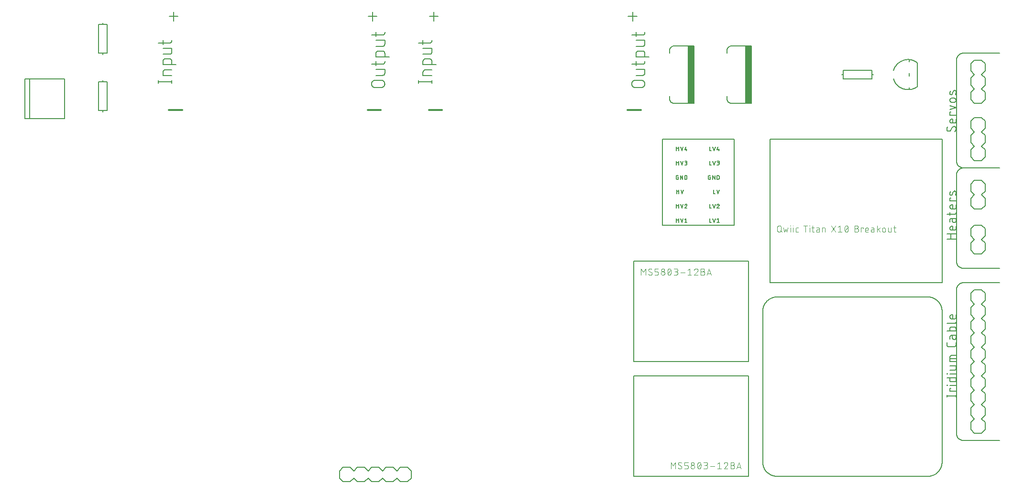
<source format=gto>
G75*
%MOIN*%
%OFA0B0*%
%FSLAX25Y25*%
%IPPOS*%
%LPD*%
%AMOC8*
5,1,8,0,0,1.08239X$1,22.5*
%
%ADD10C,0.00600*%
%ADD11C,0.00800*%
%ADD12C,0.01200*%
%ADD13C,0.00500*%
%ADD14R,0.04000X0.40000*%
%ADD15C,0.00400*%
D10*
X0500741Y0188400D02*
X0500741Y0191000D01*
X0500741Y0189844D02*
X0502186Y0189844D01*
X0502186Y0191000D02*
X0502186Y0188400D01*
X0504440Y0188400D02*
X0505306Y0191000D01*
X0506597Y0190422D02*
X0507320Y0191000D01*
X0507320Y0188400D01*
X0508042Y0188400D02*
X0506597Y0188400D01*
X0504440Y0188400D02*
X0503573Y0191000D01*
X0504440Y0198400D02*
X0505306Y0201000D01*
X0503573Y0201000D02*
X0504440Y0198400D01*
X0506597Y0198400D02*
X0508042Y0198400D01*
X0506597Y0198400D02*
X0507825Y0199844D01*
X0507392Y0201000D02*
X0507337Y0200998D01*
X0507282Y0200993D01*
X0507227Y0200984D01*
X0507174Y0200971D01*
X0507121Y0200955D01*
X0507069Y0200935D01*
X0507019Y0200912D01*
X0506970Y0200886D01*
X0506923Y0200856D01*
X0506879Y0200824D01*
X0506836Y0200788D01*
X0506796Y0200750D01*
X0506759Y0200709D01*
X0506724Y0200666D01*
X0506693Y0200621D01*
X0506664Y0200574D01*
X0506639Y0200525D01*
X0506616Y0200474D01*
X0506598Y0200422D01*
X0507825Y0199845D02*
X0507861Y0199881D01*
X0507894Y0199921D01*
X0507924Y0199962D01*
X0507951Y0200006D01*
X0507975Y0200052D01*
X0507995Y0200099D01*
X0508012Y0200147D01*
X0508025Y0200197D01*
X0508034Y0200248D01*
X0508040Y0200299D01*
X0508042Y0200350D01*
X0508040Y0200399D01*
X0508035Y0200447D01*
X0508026Y0200495D01*
X0508013Y0200542D01*
X0507997Y0200587D01*
X0507978Y0200632D01*
X0507955Y0200675D01*
X0507929Y0200716D01*
X0507900Y0200755D01*
X0507868Y0200792D01*
X0507834Y0200826D01*
X0507797Y0200858D01*
X0507758Y0200887D01*
X0507717Y0200913D01*
X0507674Y0200936D01*
X0507629Y0200955D01*
X0507584Y0200971D01*
X0507537Y0200984D01*
X0507489Y0200993D01*
X0507441Y0200998D01*
X0507392Y0201000D01*
X0502186Y0201000D02*
X0502186Y0198400D01*
X0502186Y0199844D02*
X0500741Y0199844D01*
X0500741Y0201000D02*
X0500741Y0198400D01*
X0500977Y0208400D02*
X0500977Y0211000D01*
X0500977Y0209844D02*
X0502421Y0209844D01*
X0502421Y0211000D02*
X0502421Y0208400D01*
X0504675Y0208400D02*
X0505542Y0211000D01*
X0503808Y0211000D02*
X0504675Y0208400D01*
X0523827Y0201000D02*
X0523827Y0198400D01*
X0524982Y0198400D01*
X0526940Y0198400D02*
X0527806Y0201000D01*
X0526073Y0201000D02*
X0526940Y0198400D01*
X0529097Y0198400D02*
X0530542Y0198400D01*
X0529097Y0198400D02*
X0530325Y0199844D01*
X0529892Y0201000D02*
X0529837Y0200998D01*
X0529782Y0200993D01*
X0529727Y0200984D01*
X0529674Y0200971D01*
X0529621Y0200955D01*
X0529569Y0200935D01*
X0529519Y0200912D01*
X0529470Y0200886D01*
X0529423Y0200856D01*
X0529379Y0200824D01*
X0529336Y0200788D01*
X0529296Y0200750D01*
X0529259Y0200709D01*
X0529224Y0200666D01*
X0529193Y0200621D01*
X0529164Y0200574D01*
X0529139Y0200525D01*
X0529116Y0200474D01*
X0529098Y0200422D01*
X0530325Y0199845D02*
X0530361Y0199881D01*
X0530394Y0199921D01*
X0530424Y0199962D01*
X0530451Y0200006D01*
X0530475Y0200052D01*
X0530495Y0200099D01*
X0530512Y0200147D01*
X0530525Y0200197D01*
X0530534Y0200248D01*
X0530540Y0200299D01*
X0530542Y0200350D01*
X0530540Y0200399D01*
X0530535Y0200447D01*
X0530526Y0200495D01*
X0530513Y0200542D01*
X0530497Y0200587D01*
X0530478Y0200632D01*
X0530455Y0200675D01*
X0530429Y0200716D01*
X0530400Y0200755D01*
X0530368Y0200792D01*
X0530334Y0200826D01*
X0530297Y0200858D01*
X0530258Y0200887D01*
X0530217Y0200913D01*
X0530174Y0200936D01*
X0530129Y0200955D01*
X0530084Y0200971D01*
X0530037Y0200984D01*
X0529989Y0200993D01*
X0529941Y0200998D01*
X0529892Y0201000D01*
X0529675Y0208400D02*
X0530542Y0211000D01*
X0528808Y0211000D02*
X0529675Y0208400D01*
X0527718Y0208400D02*
X0526562Y0208400D01*
X0526562Y0211000D01*
X0526025Y0218400D02*
X0526025Y0221000D01*
X0527470Y0218400D01*
X0527470Y0221000D01*
X0529097Y0221000D02*
X0529820Y0221000D01*
X0529872Y0220998D01*
X0529923Y0220993D01*
X0529973Y0220984D01*
X0530023Y0220971D01*
X0530072Y0220954D01*
X0530120Y0220935D01*
X0530166Y0220912D01*
X0530210Y0220885D01*
X0530253Y0220856D01*
X0530293Y0220824D01*
X0530331Y0220789D01*
X0530366Y0220751D01*
X0530398Y0220711D01*
X0530427Y0220668D01*
X0530454Y0220624D01*
X0530477Y0220578D01*
X0530496Y0220530D01*
X0530513Y0220481D01*
X0530526Y0220431D01*
X0530535Y0220381D01*
X0530540Y0220330D01*
X0530542Y0220278D01*
X0530542Y0219122D01*
X0530540Y0219070D01*
X0530535Y0219019D01*
X0530526Y0218969D01*
X0530513Y0218919D01*
X0530496Y0218870D01*
X0530477Y0218822D01*
X0530454Y0218776D01*
X0530427Y0218732D01*
X0530398Y0218689D01*
X0530366Y0218649D01*
X0530331Y0218611D01*
X0530293Y0218576D01*
X0530253Y0218544D01*
X0530210Y0218515D01*
X0530166Y0218488D01*
X0530120Y0218465D01*
X0530072Y0218446D01*
X0530023Y0218429D01*
X0529973Y0218416D01*
X0529923Y0218407D01*
X0529872Y0218402D01*
X0529820Y0218400D01*
X0529097Y0218400D01*
X0529097Y0221000D01*
X0524398Y0221000D02*
X0523531Y0221000D01*
X0523483Y0220998D01*
X0523436Y0220992D01*
X0523389Y0220982D01*
X0523343Y0220969D01*
X0523299Y0220951D01*
X0523256Y0220930D01*
X0523215Y0220906D01*
X0523176Y0220878D01*
X0523140Y0220847D01*
X0523106Y0220813D01*
X0523075Y0220777D01*
X0523047Y0220738D01*
X0523023Y0220697D01*
X0523002Y0220654D01*
X0522984Y0220610D01*
X0522971Y0220564D01*
X0522961Y0220517D01*
X0522955Y0220470D01*
X0522953Y0220422D01*
X0522953Y0218978D01*
X0522955Y0218933D01*
X0522960Y0218888D01*
X0522969Y0218843D01*
X0522981Y0218799D01*
X0522997Y0218757D01*
X0523016Y0218716D01*
X0523038Y0218676D01*
X0523063Y0218638D01*
X0523091Y0218603D01*
X0523122Y0218569D01*
X0523156Y0218538D01*
X0523191Y0218510D01*
X0523229Y0218485D01*
X0523269Y0218463D01*
X0523310Y0218444D01*
X0523352Y0218428D01*
X0523396Y0218416D01*
X0523441Y0218407D01*
X0523486Y0218402D01*
X0523531Y0218400D01*
X0524398Y0218400D01*
X0524398Y0219844D01*
X0523964Y0219844D01*
X0523827Y0228400D02*
X0524982Y0228400D01*
X0523827Y0228400D02*
X0523827Y0231000D01*
X0526073Y0231000D02*
X0526940Y0228400D01*
X0527806Y0231000D01*
X0529097Y0231000D02*
X0529964Y0231000D01*
X0530011Y0230998D01*
X0530057Y0230993D01*
X0530102Y0230983D01*
X0530147Y0230970D01*
X0530191Y0230954D01*
X0530233Y0230934D01*
X0530273Y0230911D01*
X0530311Y0230884D01*
X0530347Y0230855D01*
X0530381Y0230822D01*
X0530412Y0230788D01*
X0530440Y0230750D01*
X0530465Y0230711D01*
X0530486Y0230670D01*
X0530504Y0230627D01*
X0530519Y0230583D01*
X0530530Y0230538D01*
X0530538Y0230492D01*
X0530542Y0230445D01*
X0530542Y0230399D01*
X0530538Y0230352D01*
X0530530Y0230306D01*
X0530519Y0230261D01*
X0530504Y0230217D01*
X0530486Y0230174D01*
X0530465Y0230133D01*
X0530440Y0230094D01*
X0530412Y0230056D01*
X0530381Y0230022D01*
X0530347Y0229989D01*
X0530311Y0229960D01*
X0530273Y0229933D01*
X0530233Y0229910D01*
X0530191Y0229890D01*
X0530147Y0229874D01*
X0530102Y0229861D01*
X0530057Y0229851D01*
X0530011Y0229846D01*
X0529964Y0229844D01*
X0529386Y0229844D01*
X0529820Y0229844D02*
X0529873Y0229842D01*
X0529925Y0229836D01*
X0529977Y0229827D01*
X0530028Y0229813D01*
X0530078Y0229796D01*
X0530126Y0229776D01*
X0530173Y0229752D01*
X0530218Y0229724D01*
X0530261Y0229693D01*
X0530302Y0229660D01*
X0530340Y0229623D01*
X0530375Y0229584D01*
X0530407Y0229542D01*
X0530436Y0229498D01*
X0530462Y0229452D01*
X0530484Y0229404D01*
X0530503Y0229355D01*
X0530519Y0229305D01*
X0530530Y0229253D01*
X0530538Y0229201D01*
X0530542Y0229148D01*
X0530542Y0229096D01*
X0530538Y0229043D01*
X0530530Y0228991D01*
X0530519Y0228939D01*
X0530503Y0228889D01*
X0530484Y0228840D01*
X0530462Y0228792D01*
X0530436Y0228746D01*
X0530407Y0228702D01*
X0530375Y0228660D01*
X0530340Y0228621D01*
X0530302Y0228584D01*
X0530261Y0228551D01*
X0530218Y0228520D01*
X0530173Y0228492D01*
X0530126Y0228468D01*
X0530078Y0228448D01*
X0530028Y0228431D01*
X0529977Y0228417D01*
X0529925Y0228408D01*
X0529873Y0228402D01*
X0529820Y0228400D01*
X0529097Y0228400D01*
X0530108Y0238400D02*
X0530108Y0239556D01*
X0530542Y0238978D02*
X0529097Y0238978D01*
X0529675Y0241000D01*
X0527806Y0241000D02*
X0526940Y0238400D01*
X0526073Y0241000D01*
X0523827Y0241000D02*
X0523827Y0238400D01*
X0524982Y0238400D01*
X0508042Y0238978D02*
X0506597Y0238978D01*
X0507175Y0241000D01*
X0507608Y0239556D02*
X0507608Y0238400D01*
X0504440Y0238400D02*
X0505306Y0241000D01*
X0503573Y0241000D02*
X0504440Y0238400D01*
X0502186Y0238400D02*
X0502186Y0241000D01*
X0502186Y0239844D02*
X0500741Y0239844D01*
X0500741Y0241000D02*
X0500741Y0238400D01*
X0500741Y0231000D02*
X0500741Y0228400D01*
X0500741Y0229844D02*
X0502186Y0229844D01*
X0502186Y0231000D02*
X0502186Y0228400D01*
X0504440Y0228400D02*
X0505306Y0231000D01*
X0506597Y0231000D02*
X0507464Y0231000D01*
X0507511Y0230998D01*
X0507557Y0230993D01*
X0507602Y0230983D01*
X0507647Y0230970D01*
X0507691Y0230954D01*
X0507733Y0230934D01*
X0507773Y0230911D01*
X0507811Y0230884D01*
X0507847Y0230855D01*
X0507881Y0230822D01*
X0507912Y0230788D01*
X0507940Y0230750D01*
X0507965Y0230711D01*
X0507986Y0230670D01*
X0508004Y0230627D01*
X0508019Y0230583D01*
X0508030Y0230538D01*
X0508038Y0230492D01*
X0508042Y0230445D01*
X0508042Y0230399D01*
X0508038Y0230352D01*
X0508030Y0230306D01*
X0508019Y0230261D01*
X0508004Y0230217D01*
X0507986Y0230174D01*
X0507965Y0230133D01*
X0507940Y0230094D01*
X0507912Y0230056D01*
X0507881Y0230022D01*
X0507847Y0229989D01*
X0507811Y0229960D01*
X0507773Y0229933D01*
X0507733Y0229910D01*
X0507691Y0229890D01*
X0507647Y0229874D01*
X0507602Y0229861D01*
X0507557Y0229851D01*
X0507511Y0229846D01*
X0507464Y0229844D01*
X0506886Y0229844D01*
X0507320Y0229844D02*
X0507373Y0229842D01*
X0507425Y0229836D01*
X0507477Y0229827D01*
X0507528Y0229813D01*
X0507578Y0229796D01*
X0507626Y0229776D01*
X0507673Y0229752D01*
X0507718Y0229724D01*
X0507761Y0229693D01*
X0507802Y0229660D01*
X0507840Y0229623D01*
X0507875Y0229584D01*
X0507907Y0229542D01*
X0507936Y0229498D01*
X0507962Y0229452D01*
X0507984Y0229404D01*
X0508003Y0229355D01*
X0508019Y0229305D01*
X0508030Y0229253D01*
X0508038Y0229201D01*
X0508042Y0229148D01*
X0508042Y0229096D01*
X0508038Y0229043D01*
X0508030Y0228991D01*
X0508019Y0228939D01*
X0508003Y0228889D01*
X0507984Y0228840D01*
X0507962Y0228792D01*
X0507936Y0228746D01*
X0507907Y0228702D01*
X0507875Y0228660D01*
X0507840Y0228621D01*
X0507802Y0228584D01*
X0507761Y0228551D01*
X0507718Y0228520D01*
X0507673Y0228492D01*
X0507626Y0228468D01*
X0507578Y0228448D01*
X0507528Y0228431D01*
X0507477Y0228417D01*
X0507425Y0228408D01*
X0507373Y0228402D01*
X0507320Y0228400D01*
X0506597Y0228400D01*
X0504440Y0228400D02*
X0503573Y0231000D01*
X0503525Y0221000D02*
X0504970Y0218400D01*
X0504970Y0221000D01*
X0503525Y0221000D02*
X0503525Y0218400D01*
X0501898Y0218400D02*
X0501031Y0218400D01*
X0500986Y0218402D01*
X0500941Y0218407D01*
X0500896Y0218416D01*
X0500852Y0218428D01*
X0500810Y0218444D01*
X0500769Y0218463D01*
X0500729Y0218485D01*
X0500691Y0218510D01*
X0500656Y0218538D01*
X0500622Y0218569D01*
X0500591Y0218603D01*
X0500563Y0218638D01*
X0500538Y0218676D01*
X0500516Y0218716D01*
X0500497Y0218757D01*
X0500481Y0218799D01*
X0500469Y0218843D01*
X0500460Y0218888D01*
X0500455Y0218933D01*
X0500453Y0218978D01*
X0500453Y0220422D01*
X0500455Y0220470D01*
X0500461Y0220517D01*
X0500471Y0220564D01*
X0500484Y0220610D01*
X0500502Y0220654D01*
X0500523Y0220697D01*
X0500547Y0220738D01*
X0500575Y0220777D01*
X0500606Y0220813D01*
X0500640Y0220847D01*
X0500676Y0220878D01*
X0500715Y0220906D01*
X0500756Y0220930D01*
X0500799Y0220951D01*
X0500843Y0220969D01*
X0500889Y0220982D01*
X0500936Y0220992D01*
X0500983Y0220998D01*
X0501031Y0221000D01*
X0501898Y0221000D01*
X0501898Y0219844D02*
X0501898Y0218400D01*
X0501898Y0219844D02*
X0501464Y0219844D01*
X0506597Y0221000D02*
X0507320Y0221000D01*
X0507372Y0220998D01*
X0507423Y0220993D01*
X0507473Y0220984D01*
X0507523Y0220971D01*
X0507572Y0220954D01*
X0507620Y0220935D01*
X0507666Y0220912D01*
X0507710Y0220885D01*
X0507753Y0220856D01*
X0507793Y0220824D01*
X0507831Y0220789D01*
X0507866Y0220751D01*
X0507898Y0220711D01*
X0507927Y0220668D01*
X0507954Y0220624D01*
X0507977Y0220578D01*
X0507996Y0220530D01*
X0508013Y0220481D01*
X0508026Y0220431D01*
X0508035Y0220381D01*
X0508040Y0220330D01*
X0508042Y0220278D01*
X0508042Y0219122D01*
X0508040Y0219070D01*
X0508035Y0219019D01*
X0508026Y0218969D01*
X0508013Y0218919D01*
X0507996Y0218870D01*
X0507977Y0218822D01*
X0507954Y0218776D01*
X0507927Y0218732D01*
X0507898Y0218689D01*
X0507866Y0218649D01*
X0507831Y0218611D01*
X0507793Y0218576D01*
X0507753Y0218544D01*
X0507710Y0218515D01*
X0507666Y0218488D01*
X0507620Y0218465D01*
X0507572Y0218446D01*
X0507523Y0218429D01*
X0507473Y0218416D01*
X0507423Y0218407D01*
X0507372Y0218402D01*
X0507320Y0218400D01*
X0506597Y0218400D01*
X0506597Y0221000D01*
X0523827Y0191000D02*
X0523827Y0188400D01*
X0524982Y0188400D01*
X0526940Y0188400D02*
X0527806Y0191000D01*
X0529097Y0190422D02*
X0529820Y0191000D01*
X0529820Y0188400D01*
X0530542Y0188400D02*
X0529097Y0188400D01*
X0526940Y0188400D02*
X0526073Y0191000D01*
X0689142Y0193977D02*
X0694475Y0193977D01*
X0694539Y0193979D01*
X0694604Y0193985D01*
X0694667Y0193994D01*
X0694730Y0194008D01*
X0694792Y0194025D01*
X0694853Y0194046D01*
X0694913Y0194071D01*
X0694971Y0194099D01*
X0695027Y0194131D01*
X0695081Y0194166D01*
X0695133Y0194204D01*
X0695183Y0194245D01*
X0695229Y0194290D01*
X0695274Y0194336D01*
X0695315Y0194386D01*
X0695353Y0194438D01*
X0695388Y0194492D01*
X0695420Y0194548D01*
X0695448Y0194606D01*
X0695473Y0194666D01*
X0695494Y0194727D01*
X0695511Y0194789D01*
X0695525Y0194852D01*
X0695534Y0194915D01*
X0695540Y0194980D01*
X0695542Y0195044D01*
X0695542Y0195399D01*
X0694475Y0197674D02*
X0692697Y0197674D01*
X0693408Y0197674D02*
X0693408Y0200519D01*
X0692697Y0200519D01*
X0692697Y0200518D02*
X0692623Y0200516D01*
X0692548Y0200510D01*
X0692475Y0200500D01*
X0692401Y0200487D01*
X0692329Y0200470D01*
X0692258Y0200448D01*
X0692187Y0200424D01*
X0692119Y0200395D01*
X0692051Y0200363D01*
X0691986Y0200327D01*
X0691923Y0200289D01*
X0691861Y0200246D01*
X0691802Y0200201D01*
X0691745Y0200153D01*
X0691691Y0200102D01*
X0691640Y0200048D01*
X0691592Y0199991D01*
X0691547Y0199932D01*
X0691504Y0199870D01*
X0691466Y0199807D01*
X0691430Y0199742D01*
X0691398Y0199674D01*
X0691369Y0199606D01*
X0691345Y0199535D01*
X0691323Y0199464D01*
X0691306Y0199392D01*
X0691293Y0199318D01*
X0691283Y0199245D01*
X0691277Y0199170D01*
X0691275Y0199096D01*
X0691277Y0199022D01*
X0691283Y0198947D01*
X0691293Y0198874D01*
X0691306Y0198800D01*
X0691323Y0198728D01*
X0691345Y0198657D01*
X0691369Y0198586D01*
X0691398Y0198518D01*
X0691430Y0198450D01*
X0691466Y0198385D01*
X0691504Y0198322D01*
X0691547Y0198260D01*
X0691592Y0198201D01*
X0691640Y0198144D01*
X0691691Y0198090D01*
X0691745Y0198039D01*
X0691802Y0197991D01*
X0691861Y0197946D01*
X0691923Y0197903D01*
X0691986Y0197865D01*
X0692051Y0197829D01*
X0692119Y0197797D01*
X0692187Y0197768D01*
X0692258Y0197744D01*
X0692329Y0197722D01*
X0692401Y0197705D01*
X0692475Y0197692D01*
X0692548Y0197682D01*
X0692623Y0197676D01*
X0692697Y0197674D01*
X0694475Y0197674D02*
X0694539Y0197676D01*
X0694604Y0197682D01*
X0694667Y0197691D01*
X0694730Y0197705D01*
X0694792Y0197722D01*
X0694853Y0197743D01*
X0694913Y0197768D01*
X0694971Y0197796D01*
X0695027Y0197828D01*
X0695081Y0197863D01*
X0695133Y0197901D01*
X0695183Y0197942D01*
X0695229Y0197987D01*
X0695274Y0198033D01*
X0695315Y0198083D01*
X0695353Y0198135D01*
X0695388Y0198189D01*
X0695420Y0198245D01*
X0695448Y0198303D01*
X0695473Y0198363D01*
X0695494Y0198424D01*
X0695511Y0198486D01*
X0695525Y0198549D01*
X0695534Y0198612D01*
X0695540Y0198677D01*
X0695542Y0198741D01*
X0695542Y0200519D01*
X0695542Y0203246D02*
X0691275Y0203246D01*
X0691275Y0205379D01*
X0691986Y0205379D01*
X0693053Y0207849D02*
X0693764Y0209627D01*
X0693764Y0209626D02*
X0693788Y0209681D01*
X0693815Y0209734D01*
X0693846Y0209785D01*
X0693880Y0209834D01*
X0693917Y0209880D01*
X0693957Y0209924D01*
X0693999Y0209966D01*
X0694045Y0210004D01*
X0694092Y0210040D01*
X0694142Y0210072D01*
X0694194Y0210102D01*
X0694248Y0210127D01*
X0694303Y0210150D01*
X0694359Y0210168D01*
X0694417Y0210183D01*
X0694475Y0210195D01*
X0694534Y0210202D01*
X0694594Y0210206D01*
X0694653Y0210205D01*
X0694713Y0210201D01*
X0694772Y0210193D01*
X0694830Y0210182D01*
X0694887Y0210166D01*
X0694944Y0210147D01*
X0694999Y0210125D01*
X0695052Y0210098D01*
X0695104Y0210069D01*
X0695153Y0210036D01*
X0695201Y0210000D01*
X0695246Y0209961D01*
X0695288Y0209919D01*
X0695328Y0209875D01*
X0695364Y0209828D01*
X0695398Y0209779D01*
X0695428Y0209728D01*
X0695455Y0209675D01*
X0695479Y0209620D01*
X0695498Y0209564D01*
X0695515Y0209507D01*
X0695527Y0209448D01*
X0695536Y0209390D01*
X0695541Y0209330D01*
X0695542Y0209271D01*
X0691630Y0209805D02*
X0691583Y0209697D01*
X0691540Y0209587D01*
X0691499Y0209476D01*
X0691462Y0209364D01*
X0691428Y0209252D01*
X0691397Y0209138D01*
X0691370Y0209023D01*
X0691346Y0208907D01*
X0691326Y0208791D01*
X0691309Y0208675D01*
X0691295Y0208558D01*
X0691285Y0208440D01*
X0691278Y0208323D01*
X0691274Y0208205D01*
X0691275Y0208204D02*
X0691276Y0208145D01*
X0691281Y0208085D01*
X0691290Y0208027D01*
X0691302Y0207968D01*
X0691319Y0207911D01*
X0691338Y0207855D01*
X0691362Y0207800D01*
X0691389Y0207747D01*
X0691419Y0207696D01*
X0691453Y0207647D01*
X0691489Y0207600D01*
X0691529Y0207556D01*
X0691571Y0207514D01*
X0691616Y0207475D01*
X0691664Y0207439D01*
X0691713Y0207406D01*
X0691765Y0207377D01*
X0691818Y0207350D01*
X0691873Y0207328D01*
X0691930Y0207309D01*
X0691987Y0207293D01*
X0692045Y0207282D01*
X0692104Y0207274D01*
X0692164Y0207270D01*
X0692223Y0207269D01*
X0692283Y0207273D01*
X0692342Y0207280D01*
X0692400Y0207292D01*
X0692458Y0207307D01*
X0692514Y0207325D01*
X0692569Y0207348D01*
X0692623Y0207373D01*
X0692675Y0207403D01*
X0692725Y0207435D01*
X0692772Y0207471D01*
X0692818Y0207509D01*
X0692860Y0207551D01*
X0692900Y0207595D01*
X0692937Y0207641D01*
X0692971Y0207690D01*
X0693002Y0207741D01*
X0693029Y0207794D01*
X0693053Y0207849D01*
X0695187Y0207315D02*
X0695237Y0207460D01*
X0695283Y0207607D01*
X0695326Y0207754D01*
X0695365Y0207903D01*
X0695400Y0208053D01*
X0695432Y0208203D01*
X0695459Y0208354D01*
X0695483Y0208506D01*
X0695502Y0208658D01*
X0695518Y0208811D01*
X0695530Y0208964D01*
X0695538Y0209117D01*
X0695542Y0209271D01*
X0695842Y0221300D02*
X0695842Y0161300D01*
X0695844Y0161160D01*
X0695850Y0161020D01*
X0695860Y0160880D01*
X0695873Y0160740D01*
X0695891Y0160601D01*
X0695913Y0160462D01*
X0695938Y0160325D01*
X0695967Y0160187D01*
X0696000Y0160051D01*
X0696037Y0159916D01*
X0696078Y0159782D01*
X0696123Y0159649D01*
X0696171Y0159517D01*
X0696223Y0159387D01*
X0696278Y0159258D01*
X0696337Y0159131D01*
X0696400Y0159005D01*
X0696466Y0158881D01*
X0696535Y0158760D01*
X0696608Y0158640D01*
X0696685Y0158522D01*
X0696764Y0158407D01*
X0696847Y0158293D01*
X0696933Y0158183D01*
X0697022Y0158074D01*
X0697114Y0157968D01*
X0697209Y0157865D01*
X0697306Y0157764D01*
X0697407Y0157667D01*
X0697510Y0157572D01*
X0697616Y0157480D01*
X0697725Y0157391D01*
X0697835Y0157305D01*
X0697949Y0157222D01*
X0698064Y0157143D01*
X0698182Y0157066D01*
X0698302Y0156993D01*
X0698423Y0156924D01*
X0698547Y0156858D01*
X0698673Y0156795D01*
X0698800Y0156736D01*
X0698929Y0156681D01*
X0699059Y0156629D01*
X0699191Y0156581D01*
X0699324Y0156536D01*
X0699458Y0156495D01*
X0699593Y0156458D01*
X0699729Y0156425D01*
X0699867Y0156396D01*
X0700004Y0156371D01*
X0700143Y0156349D01*
X0700282Y0156331D01*
X0700422Y0156318D01*
X0700562Y0156308D01*
X0700702Y0156302D01*
X0700842Y0156300D01*
X0725842Y0156300D01*
X0725842Y0146300D02*
X0700842Y0146300D01*
X0700702Y0146298D01*
X0700562Y0146292D01*
X0700422Y0146282D01*
X0700282Y0146269D01*
X0700143Y0146251D01*
X0700004Y0146229D01*
X0699867Y0146204D01*
X0699729Y0146175D01*
X0699593Y0146142D01*
X0699458Y0146105D01*
X0699324Y0146064D01*
X0699191Y0146019D01*
X0699059Y0145971D01*
X0698929Y0145919D01*
X0698800Y0145864D01*
X0698673Y0145805D01*
X0698547Y0145742D01*
X0698423Y0145676D01*
X0698302Y0145607D01*
X0698182Y0145534D01*
X0698064Y0145457D01*
X0697949Y0145378D01*
X0697835Y0145295D01*
X0697725Y0145209D01*
X0697616Y0145120D01*
X0697510Y0145028D01*
X0697407Y0144933D01*
X0697306Y0144836D01*
X0697209Y0144735D01*
X0697114Y0144632D01*
X0697022Y0144526D01*
X0696933Y0144417D01*
X0696847Y0144307D01*
X0696764Y0144193D01*
X0696685Y0144078D01*
X0696608Y0143960D01*
X0696535Y0143840D01*
X0696466Y0143719D01*
X0696400Y0143595D01*
X0696337Y0143469D01*
X0696278Y0143342D01*
X0696223Y0143213D01*
X0696171Y0143083D01*
X0696123Y0142951D01*
X0696078Y0142818D01*
X0696037Y0142684D01*
X0696000Y0142549D01*
X0695967Y0142413D01*
X0695938Y0142275D01*
X0695913Y0142138D01*
X0695891Y0141999D01*
X0695873Y0141860D01*
X0695860Y0141720D01*
X0695850Y0141580D01*
X0695844Y0141440D01*
X0695842Y0141300D01*
X0695842Y0041300D01*
X0695844Y0041160D01*
X0695850Y0041020D01*
X0695860Y0040880D01*
X0695873Y0040740D01*
X0695891Y0040601D01*
X0695913Y0040462D01*
X0695938Y0040325D01*
X0695967Y0040187D01*
X0696000Y0040051D01*
X0696037Y0039916D01*
X0696078Y0039782D01*
X0696123Y0039649D01*
X0696171Y0039517D01*
X0696223Y0039387D01*
X0696278Y0039258D01*
X0696337Y0039131D01*
X0696400Y0039005D01*
X0696466Y0038881D01*
X0696535Y0038760D01*
X0696608Y0038640D01*
X0696685Y0038522D01*
X0696764Y0038407D01*
X0696847Y0038293D01*
X0696933Y0038183D01*
X0697022Y0038074D01*
X0697114Y0037968D01*
X0697209Y0037865D01*
X0697306Y0037764D01*
X0697407Y0037667D01*
X0697510Y0037572D01*
X0697616Y0037480D01*
X0697725Y0037391D01*
X0697835Y0037305D01*
X0697949Y0037222D01*
X0698064Y0037143D01*
X0698182Y0037066D01*
X0698302Y0036993D01*
X0698423Y0036924D01*
X0698547Y0036858D01*
X0698673Y0036795D01*
X0698800Y0036736D01*
X0698929Y0036681D01*
X0699059Y0036629D01*
X0699191Y0036581D01*
X0699324Y0036536D01*
X0699458Y0036495D01*
X0699593Y0036458D01*
X0699729Y0036425D01*
X0699867Y0036396D01*
X0700004Y0036371D01*
X0700143Y0036349D01*
X0700282Y0036331D01*
X0700422Y0036318D01*
X0700562Y0036308D01*
X0700702Y0036302D01*
X0700842Y0036300D01*
X0725842Y0036300D01*
X0695542Y0066600D02*
X0695542Y0068022D01*
X0695542Y0067311D02*
X0689142Y0067311D01*
X0689142Y0066600D02*
X0689142Y0068022D01*
X0691275Y0070640D02*
X0691275Y0072774D01*
X0691986Y0072774D01*
X0691275Y0074696D02*
X0695542Y0074696D01*
X0694475Y0077142D02*
X0692342Y0077142D01*
X0692278Y0077144D01*
X0692213Y0077150D01*
X0692150Y0077159D01*
X0692087Y0077173D01*
X0692025Y0077190D01*
X0691964Y0077211D01*
X0691904Y0077236D01*
X0691846Y0077264D01*
X0691790Y0077296D01*
X0691736Y0077331D01*
X0691684Y0077369D01*
X0691634Y0077410D01*
X0691588Y0077455D01*
X0691543Y0077501D01*
X0691502Y0077551D01*
X0691464Y0077603D01*
X0691429Y0077657D01*
X0691397Y0077713D01*
X0691369Y0077771D01*
X0691344Y0077831D01*
X0691323Y0077892D01*
X0691306Y0077954D01*
X0691292Y0078017D01*
X0691283Y0078080D01*
X0691277Y0078145D01*
X0691275Y0078209D01*
X0691275Y0079987D01*
X0689142Y0079987D02*
X0695542Y0079987D01*
X0695542Y0078209D01*
X0695540Y0078145D01*
X0695534Y0078080D01*
X0695525Y0078017D01*
X0695511Y0077954D01*
X0695494Y0077892D01*
X0695473Y0077831D01*
X0695448Y0077771D01*
X0695420Y0077713D01*
X0695388Y0077657D01*
X0695353Y0077603D01*
X0695315Y0077551D01*
X0695274Y0077501D01*
X0695229Y0077455D01*
X0695183Y0077410D01*
X0695133Y0077369D01*
X0695081Y0077331D01*
X0695027Y0077296D01*
X0694971Y0077264D01*
X0694913Y0077236D01*
X0694853Y0077211D01*
X0694792Y0077190D01*
X0694730Y0077173D01*
X0694667Y0077159D01*
X0694604Y0077150D01*
X0694539Y0077144D01*
X0694475Y0077142D01*
X0689497Y0074874D02*
X0689497Y0074518D01*
X0689142Y0074518D01*
X0689142Y0074874D01*
X0689497Y0074874D01*
X0691275Y0070640D02*
X0695542Y0070640D01*
X0695542Y0082696D02*
X0691275Y0082696D01*
X0689497Y0082874D02*
X0689497Y0082518D01*
X0689142Y0082518D01*
X0689142Y0082874D01*
X0689497Y0082874D01*
X0691275Y0085377D02*
X0694475Y0085377D01*
X0694475Y0085376D02*
X0694539Y0085378D01*
X0694604Y0085384D01*
X0694667Y0085393D01*
X0694730Y0085407D01*
X0694792Y0085424D01*
X0694853Y0085445D01*
X0694913Y0085470D01*
X0694971Y0085498D01*
X0695027Y0085530D01*
X0695081Y0085565D01*
X0695133Y0085603D01*
X0695183Y0085644D01*
X0695229Y0085689D01*
X0695274Y0085735D01*
X0695315Y0085785D01*
X0695353Y0085837D01*
X0695388Y0085891D01*
X0695420Y0085947D01*
X0695448Y0086005D01*
X0695473Y0086065D01*
X0695494Y0086126D01*
X0695511Y0086188D01*
X0695525Y0086251D01*
X0695534Y0086314D01*
X0695540Y0086379D01*
X0695542Y0086443D01*
X0695542Y0088221D01*
X0691275Y0088221D01*
X0691275Y0091230D02*
X0691275Y0094430D01*
X0691277Y0094494D01*
X0691283Y0094559D01*
X0691292Y0094622D01*
X0691306Y0094685D01*
X0691323Y0094747D01*
X0691344Y0094808D01*
X0691369Y0094868D01*
X0691397Y0094926D01*
X0691429Y0094982D01*
X0691464Y0095036D01*
X0691502Y0095088D01*
X0691543Y0095138D01*
X0691588Y0095184D01*
X0691634Y0095229D01*
X0691684Y0095270D01*
X0691736Y0095308D01*
X0691790Y0095343D01*
X0691846Y0095375D01*
X0691904Y0095403D01*
X0691964Y0095428D01*
X0692025Y0095449D01*
X0692087Y0095466D01*
X0692150Y0095480D01*
X0692213Y0095489D01*
X0692278Y0095495D01*
X0692342Y0095497D01*
X0692342Y0095496D02*
X0695542Y0095496D01*
X0695542Y0093363D02*
X0691275Y0093363D01*
X0691275Y0091230D02*
X0695542Y0091230D01*
X0694120Y0101621D02*
X0690564Y0101621D01*
X0690564Y0101622D02*
X0690490Y0101624D01*
X0690415Y0101630D01*
X0690342Y0101640D01*
X0690268Y0101653D01*
X0690196Y0101670D01*
X0690125Y0101692D01*
X0690054Y0101716D01*
X0689986Y0101745D01*
X0689918Y0101777D01*
X0689853Y0101813D01*
X0689790Y0101851D01*
X0689728Y0101894D01*
X0689669Y0101939D01*
X0689613Y0101987D01*
X0689559Y0102038D01*
X0689507Y0102092D01*
X0689459Y0102149D01*
X0689414Y0102208D01*
X0689371Y0102270D01*
X0689333Y0102333D01*
X0689297Y0102398D01*
X0689265Y0102466D01*
X0689236Y0102534D01*
X0689212Y0102605D01*
X0689190Y0102676D01*
X0689173Y0102748D01*
X0689160Y0102822D01*
X0689150Y0102895D01*
X0689144Y0102970D01*
X0689142Y0103044D01*
X0689142Y0104466D01*
X0691275Y0107037D02*
X0691275Y0108459D01*
X0691277Y0108523D01*
X0691283Y0108588D01*
X0691292Y0108651D01*
X0691306Y0108714D01*
X0691323Y0108776D01*
X0691344Y0108837D01*
X0691369Y0108897D01*
X0691397Y0108955D01*
X0691429Y0109011D01*
X0691464Y0109065D01*
X0691502Y0109117D01*
X0691543Y0109167D01*
X0691588Y0109213D01*
X0691634Y0109258D01*
X0691684Y0109299D01*
X0691736Y0109337D01*
X0691790Y0109372D01*
X0691846Y0109404D01*
X0691904Y0109432D01*
X0691964Y0109457D01*
X0692025Y0109478D01*
X0692087Y0109495D01*
X0692150Y0109509D01*
X0692213Y0109518D01*
X0692278Y0109524D01*
X0692342Y0109526D01*
X0695542Y0109526D01*
X0695542Y0107926D01*
X0695541Y0107926D02*
X0695539Y0107856D01*
X0695533Y0107787D01*
X0695523Y0107718D01*
X0695510Y0107649D01*
X0695492Y0107582D01*
X0695471Y0107515D01*
X0695446Y0107450D01*
X0695418Y0107386D01*
X0695386Y0107324D01*
X0695350Y0107264D01*
X0695312Y0107206D01*
X0695270Y0107150D01*
X0695225Y0107097D01*
X0695177Y0107046D01*
X0695126Y0106998D01*
X0695073Y0106953D01*
X0695017Y0106911D01*
X0694959Y0106873D01*
X0694899Y0106837D01*
X0694837Y0106805D01*
X0694773Y0106777D01*
X0694708Y0106752D01*
X0694641Y0106731D01*
X0694574Y0106713D01*
X0694505Y0106700D01*
X0694436Y0106690D01*
X0694367Y0106684D01*
X0694297Y0106682D01*
X0694227Y0106684D01*
X0694158Y0106690D01*
X0694089Y0106700D01*
X0694020Y0106713D01*
X0693953Y0106731D01*
X0693886Y0106752D01*
X0693821Y0106777D01*
X0693757Y0106805D01*
X0693695Y0106837D01*
X0693635Y0106873D01*
X0693577Y0106911D01*
X0693521Y0106953D01*
X0693468Y0106998D01*
X0693417Y0107046D01*
X0693369Y0107097D01*
X0693324Y0107150D01*
X0693282Y0107206D01*
X0693244Y0107264D01*
X0693208Y0107324D01*
X0693176Y0107386D01*
X0693148Y0107450D01*
X0693123Y0107515D01*
X0693102Y0107582D01*
X0693084Y0107649D01*
X0693071Y0107718D01*
X0693061Y0107787D01*
X0693055Y0107856D01*
X0693053Y0107926D01*
X0693053Y0109526D01*
X0691275Y0112483D02*
X0691275Y0114261D01*
X0691277Y0114325D01*
X0691283Y0114390D01*
X0691292Y0114453D01*
X0691306Y0114516D01*
X0691323Y0114578D01*
X0691344Y0114639D01*
X0691369Y0114699D01*
X0691397Y0114757D01*
X0691429Y0114813D01*
X0691464Y0114867D01*
X0691502Y0114919D01*
X0691543Y0114969D01*
X0691588Y0115015D01*
X0691634Y0115060D01*
X0691684Y0115101D01*
X0691736Y0115139D01*
X0691790Y0115174D01*
X0691846Y0115206D01*
X0691904Y0115234D01*
X0691964Y0115259D01*
X0692025Y0115280D01*
X0692087Y0115297D01*
X0692150Y0115311D01*
X0692213Y0115320D01*
X0692278Y0115326D01*
X0692342Y0115328D01*
X0694475Y0115328D01*
X0694539Y0115326D01*
X0694604Y0115320D01*
X0694667Y0115311D01*
X0694730Y0115297D01*
X0694792Y0115280D01*
X0694853Y0115259D01*
X0694913Y0115234D01*
X0694971Y0115206D01*
X0695027Y0115174D01*
X0695081Y0115139D01*
X0695133Y0115101D01*
X0695183Y0115060D01*
X0695229Y0115015D01*
X0695274Y0114969D01*
X0695315Y0114919D01*
X0695353Y0114867D01*
X0695388Y0114813D01*
X0695420Y0114757D01*
X0695448Y0114699D01*
X0695473Y0114639D01*
X0695494Y0114578D01*
X0695511Y0114516D01*
X0695525Y0114453D01*
X0695534Y0114390D01*
X0695540Y0114325D01*
X0695542Y0114261D01*
X0695542Y0112483D01*
X0689142Y0112483D01*
X0689142Y0117881D02*
X0694475Y0117881D01*
X0694539Y0117883D01*
X0694604Y0117889D01*
X0694667Y0117898D01*
X0694730Y0117912D01*
X0694792Y0117929D01*
X0694853Y0117950D01*
X0694913Y0117975D01*
X0694971Y0118003D01*
X0695027Y0118035D01*
X0695081Y0118070D01*
X0695133Y0118108D01*
X0695183Y0118149D01*
X0695229Y0118194D01*
X0695274Y0118240D01*
X0695315Y0118290D01*
X0695353Y0118342D01*
X0695388Y0118396D01*
X0695420Y0118452D01*
X0695448Y0118510D01*
X0695473Y0118570D01*
X0695494Y0118631D01*
X0695511Y0118693D01*
X0695525Y0118756D01*
X0695534Y0118819D01*
X0695540Y0118884D01*
X0695542Y0118948D01*
X0694475Y0121070D02*
X0692697Y0121070D01*
X0693408Y0121070D02*
X0693408Y0123914D01*
X0692697Y0123914D01*
X0692623Y0123912D01*
X0692548Y0123906D01*
X0692475Y0123896D01*
X0692401Y0123883D01*
X0692329Y0123866D01*
X0692258Y0123844D01*
X0692187Y0123820D01*
X0692119Y0123791D01*
X0692051Y0123759D01*
X0691986Y0123723D01*
X0691923Y0123685D01*
X0691861Y0123642D01*
X0691802Y0123597D01*
X0691745Y0123549D01*
X0691691Y0123498D01*
X0691640Y0123444D01*
X0691592Y0123387D01*
X0691547Y0123328D01*
X0691504Y0123266D01*
X0691466Y0123203D01*
X0691430Y0123138D01*
X0691398Y0123070D01*
X0691369Y0123002D01*
X0691345Y0122931D01*
X0691323Y0122860D01*
X0691306Y0122788D01*
X0691293Y0122714D01*
X0691283Y0122641D01*
X0691277Y0122566D01*
X0691275Y0122492D01*
X0691277Y0122418D01*
X0691283Y0122343D01*
X0691293Y0122270D01*
X0691306Y0122196D01*
X0691323Y0122124D01*
X0691345Y0122053D01*
X0691369Y0121982D01*
X0691398Y0121914D01*
X0691430Y0121846D01*
X0691466Y0121781D01*
X0691504Y0121718D01*
X0691547Y0121656D01*
X0691592Y0121597D01*
X0691640Y0121540D01*
X0691691Y0121486D01*
X0691745Y0121435D01*
X0691802Y0121387D01*
X0691861Y0121342D01*
X0691923Y0121299D01*
X0691986Y0121261D01*
X0692051Y0121225D01*
X0692119Y0121193D01*
X0692187Y0121164D01*
X0692258Y0121140D01*
X0692329Y0121118D01*
X0692401Y0121101D01*
X0692475Y0121088D01*
X0692548Y0121078D01*
X0692623Y0121072D01*
X0692697Y0121070D01*
X0694475Y0121070D02*
X0694539Y0121072D01*
X0694604Y0121078D01*
X0694667Y0121087D01*
X0694730Y0121101D01*
X0694792Y0121118D01*
X0694853Y0121139D01*
X0694913Y0121164D01*
X0694971Y0121192D01*
X0695027Y0121224D01*
X0695081Y0121259D01*
X0695133Y0121297D01*
X0695183Y0121338D01*
X0695229Y0121383D01*
X0695274Y0121429D01*
X0695315Y0121479D01*
X0695353Y0121531D01*
X0695388Y0121585D01*
X0695420Y0121641D01*
X0695448Y0121699D01*
X0695473Y0121759D01*
X0695494Y0121820D01*
X0695511Y0121882D01*
X0695525Y0121945D01*
X0695534Y0122008D01*
X0695540Y0122073D01*
X0695542Y0122137D01*
X0695542Y0123914D01*
X0695542Y0104466D02*
X0695542Y0103044D01*
X0695540Y0102970D01*
X0695534Y0102895D01*
X0695524Y0102822D01*
X0695511Y0102748D01*
X0695494Y0102676D01*
X0695472Y0102605D01*
X0695448Y0102534D01*
X0695419Y0102466D01*
X0695387Y0102398D01*
X0695351Y0102333D01*
X0695313Y0102270D01*
X0695270Y0102208D01*
X0695225Y0102149D01*
X0695177Y0102092D01*
X0695126Y0102038D01*
X0695072Y0101987D01*
X0695015Y0101939D01*
X0694956Y0101894D01*
X0694894Y0101851D01*
X0694831Y0101813D01*
X0694766Y0101777D01*
X0694698Y0101745D01*
X0694630Y0101716D01*
X0694559Y0101692D01*
X0694488Y0101670D01*
X0694416Y0101653D01*
X0694342Y0101640D01*
X0694269Y0101630D01*
X0694194Y0101624D01*
X0694120Y0101622D01*
X0695542Y0176600D02*
X0689142Y0176600D01*
X0691986Y0176600D02*
X0691986Y0180156D01*
X0692697Y0182904D02*
X0694475Y0182904D01*
X0693408Y0182904D02*
X0693408Y0185749D01*
X0692697Y0185749D01*
X0692623Y0185747D01*
X0692548Y0185741D01*
X0692475Y0185731D01*
X0692401Y0185718D01*
X0692329Y0185701D01*
X0692258Y0185679D01*
X0692187Y0185655D01*
X0692119Y0185626D01*
X0692051Y0185594D01*
X0691986Y0185558D01*
X0691923Y0185520D01*
X0691861Y0185477D01*
X0691802Y0185432D01*
X0691745Y0185384D01*
X0691691Y0185333D01*
X0691640Y0185279D01*
X0691592Y0185222D01*
X0691547Y0185163D01*
X0691504Y0185101D01*
X0691466Y0185038D01*
X0691430Y0184973D01*
X0691398Y0184905D01*
X0691369Y0184837D01*
X0691345Y0184766D01*
X0691323Y0184695D01*
X0691306Y0184623D01*
X0691293Y0184549D01*
X0691283Y0184476D01*
X0691277Y0184401D01*
X0691275Y0184327D01*
X0691277Y0184253D01*
X0691283Y0184178D01*
X0691293Y0184105D01*
X0691306Y0184031D01*
X0691323Y0183959D01*
X0691345Y0183888D01*
X0691369Y0183817D01*
X0691398Y0183749D01*
X0691430Y0183681D01*
X0691466Y0183616D01*
X0691504Y0183553D01*
X0691547Y0183491D01*
X0691592Y0183432D01*
X0691640Y0183375D01*
X0691691Y0183321D01*
X0691745Y0183270D01*
X0691802Y0183222D01*
X0691861Y0183177D01*
X0691923Y0183134D01*
X0691986Y0183096D01*
X0692051Y0183060D01*
X0692119Y0183028D01*
X0692187Y0182999D01*
X0692258Y0182975D01*
X0692329Y0182953D01*
X0692401Y0182936D01*
X0692475Y0182923D01*
X0692548Y0182913D01*
X0692623Y0182907D01*
X0692697Y0182905D01*
X0694475Y0182904D02*
X0694539Y0182906D01*
X0694604Y0182912D01*
X0694667Y0182921D01*
X0694730Y0182935D01*
X0694792Y0182952D01*
X0694853Y0182973D01*
X0694913Y0182998D01*
X0694971Y0183026D01*
X0695027Y0183058D01*
X0695081Y0183093D01*
X0695133Y0183131D01*
X0695183Y0183172D01*
X0695229Y0183217D01*
X0695274Y0183263D01*
X0695315Y0183313D01*
X0695353Y0183365D01*
X0695388Y0183419D01*
X0695420Y0183475D01*
X0695448Y0183533D01*
X0695473Y0183593D01*
X0695494Y0183654D01*
X0695511Y0183716D01*
X0695525Y0183779D01*
X0695534Y0183842D01*
X0695540Y0183907D01*
X0695542Y0183971D01*
X0695542Y0185749D01*
X0695542Y0189454D02*
X0695542Y0191054D01*
X0692342Y0191054D01*
X0693053Y0191054D02*
X0693053Y0189454D01*
X0692342Y0191054D02*
X0692278Y0191052D01*
X0692213Y0191046D01*
X0692150Y0191037D01*
X0692087Y0191023D01*
X0692025Y0191006D01*
X0691964Y0190985D01*
X0691904Y0190960D01*
X0691846Y0190932D01*
X0691790Y0190900D01*
X0691736Y0190865D01*
X0691684Y0190827D01*
X0691634Y0190786D01*
X0691588Y0190741D01*
X0691543Y0190695D01*
X0691502Y0190645D01*
X0691464Y0190593D01*
X0691429Y0190539D01*
X0691397Y0190483D01*
X0691369Y0190425D01*
X0691344Y0190365D01*
X0691323Y0190304D01*
X0691306Y0190242D01*
X0691292Y0190179D01*
X0691283Y0190116D01*
X0691277Y0190051D01*
X0691275Y0189987D01*
X0691275Y0188565D01*
X0693053Y0189454D02*
X0693055Y0189384D01*
X0693061Y0189315D01*
X0693071Y0189246D01*
X0693084Y0189177D01*
X0693102Y0189110D01*
X0693123Y0189043D01*
X0693148Y0188978D01*
X0693176Y0188914D01*
X0693208Y0188852D01*
X0693244Y0188792D01*
X0693282Y0188734D01*
X0693324Y0188678D01*
X0693369Y0188625D01*
X0693417Y0188574D01*
X0693468Y0188526D01*
X0693521Y0188481D01*
X0693577Y0188439D01*
X0693635Y0188401D01*
X0693695Y0188365D01*
X0693757Y0188333D01*
X0693821Y0188305D01*
X0693886Y0188280D01*
X0693953Y0188259D01*
X0694020Y0188241D01*
X0694089Y0188228D01*
X0694158Y0188218D01*
X0694227Y0188212D01*
X0694297Y0188210D01*
X0694367Y0188212D01*
X0694436Y0188218D01*
X0694505Y0188228D01*
X0694574Y0188241D01*
X0694641Y0188259D01*
X0694708Y0188280D01*
X0694773Y0188305D01*
X0694837Y0188333D01*
X0694899Y0188365D01*
X0694959Y0188401D01*
X0695017Y0188439D01*
X0695073Y0188481D01*
X0695126Y0188526D01*
X0695177Y0188574D01*
X0695225Y0188625D01*
X0695270Y0188678D01*
X0695312Y0188734D01*
X0695350Y0188792D01*
X0695386Y0188852D01*
X0695418Y0188914D01*
X0695446Y0188978D01*
X0695471Y0189043D01*
X0695492Y0189110D01*
X0695510Y0189177D01*
X0695523Y0189246D01*
X0695533Y0189315D01*
X0695539Y0189384D01*
X0695541Y0189454D01*
X0691275Y0193266D02*
X0691275Y0195399D01*
X0689142Y0180156D02*
X0695542Y0180156D01*
X0695842Y0221300D02*
X0695844Y0221440D01*
X0695850Y0221580D01*
X0695860Y0221720D01*
X0695873Y0221860D01*
X0695891Y0221999D01*
X0695913Y0222138D01*
X0695938Y0222275D01*
X0695967Y0222413D01*
X0696000Y0222549D01*
X0696037Y0222684D01*
X0696078Y0222818D01*
X0696123Y0222951D01*
X0696171Y0223083D01*
X0696223Y0223213D01*
X0696278Y0223342D01*
X0696337Y0223469D01*
X0696400Y0223595D01*
X0696466Y0223719D01*
X0696535Y0223840D01*
X0696608Y0223960D01*
X0696685Y0224078D01*
X0696764Y0224193D01*
X0696847Y0224307D01*
X0696933Y0224417D01*
X0697022Y0224526D01*
X0697114Y0224632D01*
X0697209Y0224735D01*
X0697306Y0224836D01*
X0697407Y0224933D01*
X0697510Y0225028D01*
X0697616Y0225120D01*
X0697725Y0225209D01*
X0697835Y0225295D01*
X0697949Y0225378D01*
X0698064Y0225457D01*
X0698182Y0225534D01*
X0698302Y0225607D01*
X0698423Y0225676D01*
X0698547Y0225742D01*
X0698673Y0225805D01*
X0698800Y0225864D01*
X0698929Y0225919D01*
X0699059Y0225971D01*
X0699191Y0226019D01*
X0699324Y0226064D01*
X0699458Y0226105D01*
X0699593Y0226142D01*
X0699729Y0226175D01*
X0699867Y0226204D01*
X0700004Y0226229D01*
X0700143Y0226251D01*
X0700282Y0226269D01*
X0700422Y0226282D01*
X0700562Y0226292D01*
X0700702Y0226298D01*
X0700842Y0226300D01*
X0725842Y0226300D01*
X0700842Y0226300D02*
X0700702Y0226302D01*
X0700562Y0226308D01*
X0700422Y0226318D01*
X0700282Y0226331D01*
X0700143Y0226349D01*
X0700004Y0226371D01*
X0699867Y0226396D01*
X0699729Y0226425D01*
X0699593Y0226458D01*
X0699458Y0226495D01*
X0699324Y0226536D01*
X0699191Y0226581D01*
X0699059Y0226629D01*
X0698929Y0226681D01*
X0698800Y0226736D01*
X0698673Y0226795D01*
X0698547Y0226858D01*
X0698423Y0226924D01*
X0698302Y0226993D01*
X0698182Y0227066D01*
X0698064Y0227143D01*
X0697949Y0227222D01*
X0697835Y0227305D01*
X0697725Y0227391D01*
X0697616Y0227480D01*
X0697510Y0227572D01*
X0697407Y0227667D01*
X0697306Y0227764D01*
X0697209Y0227865D01*
X0697114Y0227968D01*
X0697022Y0228074D01*
X0696933Y0228183D01*
X0696847Y0228293D01*
X0696764Y0228407D01*
X0696685Y0228522D01*
X0696608Y0228640D01*
X0696535Y0228760D01*
X0696466Y0228881D01*
X0696400Y0229005D01*
X0696337Y0229131D01*
X0696278Y0229258D01*
X0696223Y0229387D01*
X0696171Y0229517D01*
X0696123Y0229649D01*
X0696078Y0229782D01*
X0696037Y0229916D01*
X0696000Y0230051D01*
X0695967Y0230187D01*
X0695938Y0230325D01*
X0695913Y0230462D01*
X0695891Y0230601D01*
X0695873Y0230740D01*
X0695860Y0230880D01*
X0695850Y0231020D01*
X0695844Y0231160D01*
X0695842Y0231300D01*
X0695842Y0301300D01*
X0695844Y0301440D01*
X0695850Y0301580D01*
X0695860Y0301720D01*
X0695873Y0301860D01*
X0695891Y0301999D01*
X0695913Y0302138D01*
X0695938Y0302275D01*
X0695967Y0302413D01*
X0696000Y0302549D01*
X0696037Y0302684D01*
X0696078Y0302818D01*
X0696123Y0302951D01*
X0696171Y0303083D01*
X0696223Y0303213D01*
X0696278Y0303342D01*
X0696337Y0303469D01*
X0696400Y0303595D01*
X0696466Y0303719D01*
X0696535Y0303840D01*
X0696608Y0303960D01*
X0696685Y0304078D01*
X0696764Y0304193D01*
X0696847Y0304307D01*
X0696933Y0304417D01*
X0697022Y0304526D01*
X0697114Y0304632D01*
X0697209Y0304735D01*
X0697306Y0304836D01*
X0697407Y0304933D01*
X0697510Y0305028D01*
X0697616Y0305120D01*
X0697725Y0305209D01*
X0697835Y0305295D01*
X0697949Y0305378D01*
X0698064Y0305457D01*
X0698182Y0305534D01*
X0698302Y0305607D01*
X0698423Y0305676D01*
X0698547Y0305742D01*
X0698673Y0305805D01*
X0698800Y0305864D01*
X0698929Y0305919D01*
X0699059Y0305971D01*
X0699191Y0306019D01*
X0699324Y0306064D01*
X0699458Y0306105D01*
X0699593Y0306142D01*
X0699729Y0306175D01*
X0699867Y0306204D01*
X0700004Y0306229D01*
X0700143Y0306251D01*
X0700282Y0306269D01*
X0700422Y0306282D01*
X0700562Y0306292D01*
X0700702Y0306298D01*
X0700842Y0306300D01*
X0725842Y0306300D01*
X0695542Y0279348D02*
X0695541Y0279407D01*
X0695536Y0279467D01*
X0695527Y0279525D01*
X0695515Y0279584D01*
X0695498Y0279641D01*
X0695479Y0279697D01*
X0695455Y0279752D01*
X0695428Y0279805D01*
X0695398Y0279856D01*
X0695364Y0279905D01*
X0695328Y0279952D01*
X0695288Y0279996D01*
X0695246Y0280038D01*
X0695201Y0280077D01*
X0695153Y0280113D01*
X0695104Y0280146D01*
X0695052Y0280175D01*
X0694999Y0280202D01*
X0694944Y0280224D01*
X0694887Y0280243D01*
X0694830Y0280259D01*
X0694772Y0280270D01*
X0694713Y0280278D01*
X0694653Y0280282D01*
X0694594Y0280283D01*
X0694534Y0280279D01*
X0694475Y0280272D01*
X0694417Y0280260D01*
X0694359Y0280245D01*
X0694303Y0280227D01*
X0694248Y0280204D01*
X0694194Y0280179D01*
X0694142Y0280149D01*
X0694092Y0280117D01*
X0694045Y0280081D01*
X0693999Y0280043D01*
X0693957Y0280001D01*
X0693917Y0279957D01*
X0693880Y0279911D01*
X0693846Y0279862D01*
X0693815Y0279811D01*
X0693788Y0279758D01*
X0693764Y0279703D01*
X0693053Y0277926D01*
X0693029Y0277871D01*
X0693002Y0277818D01*
X0692971Y0277767D01*
X0692937Y0277718D01*
X0692900Y0277672D01*
X0692860Y0277628D01*
X0692818Y0277586D01*
X0692772Y0277548D01*
X0692725Y0277512D01*
X0692675Y0277480D01*
X0692623Y0277450D01*
X0692569Y0277425D01*
X0692514Y0277402D01*
X0692458Y0277384D01*
X0692400Y0277369D01*
X0692342Y0277357D01*
X0692283Y0277350D01*
X0692223Y0277346D01*
X0692164Y0277347D01*
X0692104Y0277351D01*
X0692045Y0277359D01*
X0691987Y0277370D01*
X0691930Y0277386D01*
X0691873Y0277405D01*
X0691818Y0277427D01*
X0691765Y0277454D01*
X0691713Y0277483D01*
X0691664Y0277516D01*
X0691616Y0277552D01*
X0691571Y0277591D01*
X0691529Y0277633D01*
X0691489Y0277677D01*
X0691453Y0277724D01*
X0691419Y0277773D01*
X0691389Y0277824D01*
X0691362Y0277877D01*
X0691338Y0277932D01*
X0691319Y0277988D01*
X0691302Y0278045D01*
X0691290Y0278104D01*
X0691281Y0278162D01*
X0691276Y0278222D01*
X0691275Y0278281D01*
X0695187Y0277392D02*
X0695237Y0277537D01*
X0695283Y0277684D01*
X0695326Y0277831D01*
X0695365Y0277980D01*
X0695400Y0278130D01*
X0695432Y0278280D01*
X0695459Y0278431D01*
X0695483Y0278583D01*
X0695502Y0278735D01*
X0695518Y0278888D01*
X0695530Y0279041D01*
X0695538Y0279194D01*
X0695542Y0279348D01*
X0691630Y0279881D02*
X0691583Y0279773D01*
X0691540Y0279663D01*
X0691499Y0279552D01*
X0691462Y0279440D01*
X0691428Y0279328D01*
X0691397Y0279214D01*
X0691370Y0279099D01*
X0691346Y0278983D01*
X0691326Y0278867D01*
X0691309Y0278751D01*
X0691295Y0278634D01*
X0691285Y0278516D01*
X0691278Y0278399D01*
X0691274Y0278281D01*
X0692697Y0274903D02*
X0694120Y0274903D01*
X0694194Y0274901D01*
X0694269Y0274895D01*
X0694342Y0274885D01*
X0694416Y0274872D01*
X0694488Y0274855D01*
X0694559Y0274833D01*
X0694630Y0274809D01*
X0694698Y0274780D01*
X0694766Y0274748D01*
X0694831Y0274712D01*
X0694894Y0274674D01*
X0694956Y0274631D01*
X0695015Y0274586D01*
X0695072Y0274538D01*
X0695126Y0274487D01*
X0695177Y0274433D01*
X0695225Y0274376D01*
X0695270Y0274317D01*
X0695313Y0274255D01*
X0695351Y0274192D01*
X0695387Y0274127D01*
X0695419Y0274059D01*
X0695448Y0273991D01*
X0695472Y0273920D01*
X0695494Y0273849D01*
X0695511Y0273777D01*
X0695524Y0273703D01*
X0695534Y0273630D01*
X0695540Y0273555D01*
X0695542Y0273481D01*
X0695540Y0273407D01*
X0695534Y0273332D01*
X0695524Y0273259D01*
X0695511Y0273185D01*
X0695494Y0273113D01*
X0695472Y0273042D01*
X0695448Y0272971D01*
X0695419Y0272903D01*
X0695387Y0272835D01*
X0695351Y0272770D01*
X0695313Y0272707D01*
X0695270Y0272645D01*
X0695225Y0272586D01*
X0695177Y0272529D01*
X0695126Y0272475D01*
X0695072Y0272424D01*
X0695015Y0272376D01*
X0694956Y0272331D01*
X0694894Y0272288D01*
X0694831Y0272250D01*
X0694766Y0272214D01*
X0694698Y0272182D01*
X0694630Y0272153D01*
X0694559Y0272129D01*
X0694488Y0272107D01*
X0694416Y0272090D01*
X0694342Y0272077D01*
X0694269Y0272067D01*
X0694194Y0272061D01*
X0694120Y0272059D01*
X0692697Y0272059D01*
X0692623Y0272061D01*
X0692548Y0272067D01*
X0692475Y0272077D01*
X0692401Y0272090D01*
X0692329Y0272107D01*
X0692258Y0272129D01*
X0692187Y0272153D01*
X0692119Y0272182D01*
X0692051Y0272214D01*
X0691986Y0272250D01*
X0691923Y0272288D01*
X0691861Y0272331D01*
X0691802Y0272376D01*
X0691745Y0272424D01*
X0691691Y0272475D01*
X0691640Y0272529D01*
X0691592Y0272586D01*
X0691547Y0272645D01*
X0691504Y0272707D01*
X0691466Y0272770D01*
X0691430Y0272835D01*
X0691398Y0272903D01*
X0691369Y0272971D01*
X0691345Y0273042D01*
X0691323Y0273113D01*
X0691306Y0273185D01*
X0691293Y0273259D01*
X0691283Y0273332D01*
X0691277Y0273407D01*
X0691275Y0273481D01*
X0691277Y0273555D01*
X0691283Y0273630D01*
X0691293Y0273703D01*
X0691306Y0273777D01*
X0691323Y0273849D01*
X0691345Y0273920D01*
X0691369Y0273991D01*
X0691398Y0274059D01*
X0691430Y0274127D01*
X0691466Y0274192D01*
X0691504Y0274255D01*
X0691547Y0274317D01*
X0691592Y0274376D01*
X0691640Y0274433D01*
X0691691Y0274487D01*
X0691745Y0274538D01*
X0691802Y0274586D01*
X0691861Y0274631D01*
X0691923Y0274674D01*
X0691986Y0274712D01*
X0692051Y0274748D01*
X0692119Y0274780D01*
X0692187Y0274809D01*
X0692258Y0274833D01*
X0692329Y0274855D01*
X0692401Y0274872D01*
X0692475Y0274885D01*
X0692548Y0274895D01*
X0692623Y0274901D01*
X0692697Y0274903D01*
X0691275Y0269775D02*
X0695542Y0268353D01*
X0691275Y0266930D01*
X0691275Y0265200D02*
X0691986Y0265200D01*
X0691275Y0265200D02*
X0691275Y0263066D01*
X0695542Y0263066D01*
X0695542Y0260339D02*
X0695542Y0258561D01*
X0695540Y0258497D01*
X0695534Y0258432D01*
X0695525Y0258369D01*
X0695511Y0258306D01*
X0695494Y0258244D01*
X0695473Y0258183D01*
X0695448Y0258123D01*
X0695420Y0258065D01*
X0695388Y0258009D01*
X0695353Y0257955D01*
X0695315Y0257903D01*
X0695274Y0257853D01*
X0695229Y0257807D01*
X0695183Y0257762D01*
X0695133Y0257721D01*
X0695081Y0257683D01*
X0695027Y0257648D01*
X0694971Y0257616D01*
X0694913Y0257588D01*
X0694853Y0257563D01*
X0694792Y0257542D01*
X0694730Y0257525D01*
X0694667Y0257511D01*
X0694604Y0257502D01*
X0694539Y0257496D01*
X0694475Y0257494D01*
X0692697Y0257494D01*
X0693408Y0257494D02*
X0693408Y0260339D01*
X0692697Y0260339D01*
X0692697Y0260338D02*
X0692623Y0260336D01*
X0692548Y0260330D01*
X0692475Y0260320D01*
X0692401Y0260307D01*
X0692329Y0260290D01*
X0692258Y0260268D01*
X0692187Y0260244D01*
X0692119Y0260215D01*
X0692051Y0260183D01*
X0691986Y0260147D01*
X0691923Y0260109D01*
X0691861Y0260066D01*
X0691802Y0260021D01*
X0691745Y0259973D01*
X0691691Y0259922D01*
X0691640Y0259868D01*
X0691592Y0259811D01*
X0691547Y0259752D01*
X0691504Y0259690D01*
X0691466Y0259627D01*
X0691430Y0259562D01*
X0691398Y0259494D01*
X0691369Y0259426D01*
X0691345Y0259355D01*
X0691323Y0259284D01*
X0691306Y0259212D01*
X0691293Y0259138D01*
X0691283Y0259065D01*
X0691277Y0258990D01*
X0691275Y0258916D01*
X0691277Y0258842D01*
X0691283Y0258767D01*
X0691293Y0258694D01*
X0691306Y0258620D01*
X0691323Y0258548D01*
X0691345Y0258477D01*
X0691369Y0258406D01*
X0691398Y0258338D01*
X0691430Y0258270D01*
X0691466Y0258205D01*
X0691504Y0258142D01*
X0691547Y0258080D01*
X0691592Y0258021D01*
X0691640Y0257964D01*
X0691691Y0257910D01*
X0691745Y0257859D01*
X0691802Y0257811D01*
X0691861Y0257766D01*
X0691923Y0257723D01*
X0691986Y0257685D01*
X0692051Y0257649D01*
X0692119Y0257617D01*
X0692187Y0257588D01*
X0692258Y0257564D01*
X0692329Y0257542D01*
X0692401Y0257525D01*
X0692475Y0257512D01*
X0692548Y0257502D01*
X0692623Y0257496D01*
X0692697Y0257494D01*
X0692875Y0254444D02*
X0691808Y0252489D01*
X0689141Y0253200D02*
X0689143Y0253301D01*
X0689149Y0253402D01*
X0689158Y0253502D01*
X0689172Y0253602D01*
X0689189Y0253702D01*
X0689209Y0253801D01*
X0689234Y0253898D01*
X0689262Y0253995D01*
X0689294Y0254091D01*
X0689330Y0254186D01*
X0689369Y0254279D01*
X0689411Y0254370D01*
X0689457Y0254460D01*
X0689507Y0254548D01*
X0689559Y0254634D01*
X0689615Y0254718D01*
X0689674Y0254800D01*
X0691808Y0252489D02*
X0691768Y0252425D01*
X0691725Y0252364D01*
X0691679Y0252305D01*
X0691630Y0252248D01*
X0691578Y0252194D01*
X0691524Y0252143D01*
X0691466Y0252095D01*
X0691407Y0252049D01*
X0691345Y0252007D01*
X0691280Y0251968D01*
X0691214Y0251933D01*
X0691147Y0251901D01*
X0691077Y0251872D01*
X0691007Y0251847D01*
X0690935Y0251826D01*
X0690862Y0251809D01*
X0690788Y0251795D01*
X0690714Y0251786D01*
X0690639Y0251780D01*
X0690564Y0251778D01*
X0690490Y0251780D01*
X0690415Y0251786D01*
X0690342Y0251796D01*
X0690268Y0251809D01*
X0690196Y0251826D01*
X0690125Y0251848D01*
X0690054Y0251872D01*
X0689986Y0251901D01*
X0689918Y0251933D01*
X0689853Y0251969D01*
X0689790Y0252007D01*
X0689728Y0252050D01*
X0689669Y0252095D01*
X0689612Y0252143D01*
X0689558Y0252194D01*
X0689507Y0252248D01*
X0689459Y0252305D01*
X0689414Y0252364D01*
X0689371Y0252426D01*
X0689333Y0252489D01*
X0689297Y0252554D01*
X0689265Y0252622D01*
X0689236Y0252690D01*
X0689212Y0252761D01*
X0689190Y0252832D01*
X0689173Y0252904D01*
X0689160Y0252978D01*
X0689150Y0253051D01*
X0689144Y0253126D01*
X0689142Y0253200D01*
X0694652Y0251600D02*
X0694727Y0251677D01*
X0694800Y0251757D01*
X0694869Y0251840D01*
X0694936Y0251925D01*
X0694999Y0252012D01*
X0695059Y0252101D01*
X0695116Y0252193D01*
X0695170Y0252286D01*
X0695220Y0252382D01*
X0695267Y0252479D01*
X0695310Y0252578D01*
X0695350Y0252678D01*
X0695386Y0252779D01*
X0695418Y0252882D01*
X0695447Y0252986D01*
X0695472Y0253091D01*
X0695493Y0253197D01*
X0695510Y0253303D01*
X0695524Y0253410D01*
X0695533Y0253518D01*
X0695539Y0253625D01*
X0695541Y0253733D01*
X0695542Y0253733D02*
X0695540Y0253807D01*
X0695534Y0253882D01*
X0695524Y0253955D01*
X0695511Y0254029D01*
X0695494Y0254101D01*
X0695472Y0254172D01*
X0695448Y0254243D01*
X0695419Y0254311D01*
X0695387Y0254379D01*
X0695351Y0254444D01*
X0695313Y0254507D01*
X0695270Y0254569D01*
X0695225Y0254628D01*
X0695177Y0254685D01*
X0695126Y0254739D01*
X0695072Y0254790D01*
X0695015Y0254838D01*
X0694956Y0254883D01*
X0694894Y0254926D01*
X0694831Y0254964D01*
X0694766Y0255000D01*
X0694698Y0255032D01*
X0694630Y0255061D01*
X0694559Y0255085D01*
X0694488Y0255107D01*
X0694416Y0255124D01*
X0694342Y0255137D01*
X0694269Y0255147D01*
X0694194Y0255153D01*
X0694120Y0255155D01*
X0694045Y0255153D01*
X0693970Y0255147D01*
X0693896Y0255138D01*
X0693822Y0255124D01*
X0693749Y0255107D01*
X0693677Y0255086D01*
X0693607Y0255061D01*
X0693537Y0255032D01*
X0693470Y0255000D01*
X0693404Y0254965D01*
X0693339Y0254926D01*
X0693277Y0254884D01*
X0693218Y0254838D01*
X0693160Y0254790D01*
X0693106Y0254739D01*
X0693054Y0254685D01*
X0693005Y0254628D01*
X0692959Y0254569D01*
X0692916Y0254508D01*
X0692876Y0254444D01*
D11*
X0268342Y0007550D02*
X0265842Y0010050D01*
X0265842Y0015050D01*
X0268342Y0017550D01*
X0273342Y0017550D01*
X0275842Y0015050D01*
X0278342Y0017550D01*
X0283342Y0017550D01*
X0285842Y0015050D01*
X0288342Y0017550D01*
X0293342Y0017550D01*
X0295842Y0015050D01*
X0298342Y0017550D01*
X0303342Y0017550D01*
X0305842Y0015050D01*
X0308342Y0017550D01*
X0313342Y0017550D01*
X0315842Y0015050D01*
X0315842Y0010050D01*
X0313342Y0007550D01*
X0308342Y0007550D01*
X0305842Y0010050D01*
X0303342Y0007550D01*
X0298342Y0007550D01*
X0295842Y0010050D01*
X0293342Y0007550D01*
X0288342Y0007550D01*
X0285842Y0010050D01*
X0283342Y0007550D01*
X0278342Y0007550D01*
X0275842Y0010050D01*
X0273342Y0007550D01*
X0268342Y0007550D01*
X0705842Y0043800D02*
X0708342Y0041300D01*
X0713342Y0041300D01*
X0715842Y0043800D01*
X0715842Y0048800D01*
X0713342Y0051300D01*
X0715842Y0053800D01*
X0715842Y0058800D01*
X0713342Y0061300D01*
X0715842Y0063800D01*
X0715842Y0068800D01*
X0713342Y0071300D01*
X0715842Y0073800D01*
X0715842Y0078800D01*
X0713342Y0081300D01*
X0715842Y0083800D01*
X0715842Y0088800D01*
X0713342Y0091300D01*
X0715842Y0093800D01*
X0715842Y0098800D01*
X0713342Y0101300D01*
X0715842Y0103800D01*
X0715842Y0108800D01*
X0713342Y0111300D01*
X0715842Y0113800D01*
X0715842Y0118800D01*
X0713342Y0121300D01*
X0715842Y0123800D01*
X0715842Y0128800D01*
X0713342Y0131300D01*
X0715842Y0133800D01*
X0715842Y0138800D01*
X0713342Y0141300D01*
X0708342Y0141300D01*
X0705842Y0138800D01*
X0705842Y0133800D01*
X0708342Y0131300D01*
X0705842Y0128800D01*
X0705842Y0123800D01*
X0708342Y0121300D01*
X0705842Y0118800D01*
X0705842Y0113800D01*
X0708342Y0111300D01*
X0705842Y0108800D01*
X0705842Y0103800D01*
X0708342Y0101300D01*
X0705842Y0098800D01*
X0705842Y0093800D01*
X0708342Y0091300D01*
X0705842Y0088800D01*
X0705842Y0083800D01*
X0708342Y0081300D01*
X0705842Y0078800D01*
X0705842Y0073800D01*
X0708342Y0071300D01*
X0705842Y0068800D01*
X0705842Y0063800D01*
X0708342Y0061300D01*
X0705842Y0058800D01*
X0705842Y0053800D01*
X0708342Y0051300D01*
X0705842Y0048800D01*
X0705842Y0043800D01*
X0708342Y0166300D02*
X0705842Y0168800D01*
X0705842Y0173800D01*
X0708342Y0176300D01*
X0705842Y0178800D01*
X0705842Y0183800D01*
X0708342Y0186300D01*
X0713342Y0186300D01*
X0715842Y0183800D01*
X0715842Y0178800D01*
X0713342Y0176300D01*
X0715842Y0173800D01*
X0715842Y0168800D01*
X0713342Y0166300D01*
X0708342Y0166300D01*
X0708342Y0197550D02*
X0705842Y0200050D01*
X0705842Y0205050D01*
X0708342Y0207550D01*
X0705842Y0210050D01*
X0705842Y0215050D01*
X0708342Y0217550D01*
X0713342Y0217550D01*
X0715842Y0215050D01*
X0715842Y0210050D01*
X0713342Y0207550D01*
X0715842Y0205050D01*
X0715842Y0200050D01*
X0713342Y0197550D01*
X0708342Y0197550D01*
X0708342Y0231300D02*
X0705842Y0233800D01*
X0705842Y0238800D01*
X0708342Y0241300D01*
X0705842Y0243800D01*
X0705842Y0248800D01*
X0708342Y0251300D01*
X0705842Y0253800D01*
X0705842Y0258800D01*
X0708342Y0261300D01*
X0713342Y0261300D01*
X0715842Y0258800D01*
X0715842Y0253800D01*
X0713342Y0251300D01*
X0715842Y0248800D01*
X0715842Y0243800D01*
X0713342Y0241300D01*
X0715842Y0238800D01*
X0715842Y0233800D01*
X0713342Y0231300D01*
X0708342Y0231300D01*
X0708342Y0271300D02*
X0705842Y0273800D01*
X0705842Y0278800D01*
X0708342Y0281300D01*
X0705842Y0283800D01*
X0705842Y0288800D01*
X0708342Y0291300D01*
X0705842Y0293800D01*
X0705842Y0298800D01*
X0708342Y0301300D01*
X0713342Y0301300D01*
X0715842Y0298800D01*
X0715842Y0293800D01*
X0713342Y0291300D01*
X0715842Y0288800D01*
X0715842Y0283800D01*
X0713342Y0281300D01*
X0715842Y0278800D01*
X0715842Y0273800D01*
X0713342Y0271300D01*
X0708342Y0271300D01*
X0638092Y0291300D02*
X0637092Y0291300D01*
X0637092Y0288300D01*
X0617092Y0288300D01*
X0617092Y0291300D01*
X0616092Y0291300D01*
X0617092Y0291300D02*
X0617092Y0294300D01*
X0637092Y0294300D01*
X0637092Y0291300D01*
X0552842Y0271300D02*
X0548842Y0271300D01*
X0548842Y0311300D01*
X0552842Y0311300D01*
X0552842Y0271300D01*
X0548842Y0271300D02*
X0539342Y0271300D01*
X0539341Y0271300D02*
X0539226Y0271299D01*
X0539111Y0271302D01*
X0538996Y0271309D01*
X0538881Y0271320D01*
X0538767Y0271335D01*
X0538653Y0271353D01*
X0538540Y0271375D01*
X0538427Y0271401D01*
X0538316Y0271431D01*
X0538206Y0271465D01*
X0538096Y0271502D01*
X0537989Y0271543D01*
X0537882Y0271588D01*
X0537778Y0271636D01*
X0537674Y0271688D01*
X0537573Y0271743D01*
X0537474Y0271802D01*
X0537376Y0271863D01*
X0537281Y0271929D01*
X0537188Y0271997D01*
X0537098Y0272068D01*
X0537010Y0272143D01*
X0536924Y0272220D01*
X0536841Y0272300D01*
X0536761Y0272383D01*
X0536684Y0272469D01*
X0536609Y0272557D01*
X0536538Y0272647D01*
X0536470Y0272740D01*
X0536404Y0272835D01*
X0536343Y0272933D01*
X0536284Y0273032D01*
X0536229Y0273133D01*
X0536177Y0273237D01*
X0536129Y0273341D01*
X0536084Y0273448D01*
X0536043Y0273555D01*
X0536006Y0273665D01*
X0535972Y0273775D01*
X0535942Y0273886D01*
X0535916Y0273999D01*
X0535894Y0274112D01*
X0535876Y0274226D01*
X0535861Y0274340D01*
X0535850Y0274455D01*
X0535843Y0274570D01*
X0535840Y0274685D01*
X0535841Y0274800D01*
X0535842Y0274800D02*
X0535842Y0276300D01*
X0512842Y0271300D02*
X0508842Y0271300D01*
X0508842Y0311300D01*
X0512842Y0311300D01*
X0512842Y0271300D01*
X0508842Y0271300D02*
X0499342Y0271300D01*
X0499341Y0271300D02*
X0499226Y0271299D01*
X0499111Y0271302D01*
X0498996Y0271309D01*
X0498881Y0271320D01*
X0498767Y0271335D01*
X0498653Y0271353D01*
X0498540Y0271375D01*
X0498427Y0271401D01*
X0498316Y0271431D01*
X0498206Y0271465D01*
X0498096Y0271502D01*
X0497989Y0271543D01*
X0497882Y0271588D01*
X0497778Y0271636D01*
X0497674Y0271688D01*
X0497573Y0271743D01*
X0497474Y0271802D01*
X0497376Y0271863D01*
X0497281Y0271929D01*
X0497188Y0271997D01*
X0497098Y0272068D01*
X0497010Y0272143D01*
X0496924Y0272220D01*
X0496841Y0272300D01*
X0496761Y0272383D01*
X0496684Y0272469D01*
X0496609Y0272557D01*
X0496538Y0272647D01*
X0496470Y0272740D01*
X0496404Y0272835D01*
X0496343Y0272933D01*
X0496284Y0273032D01*
X0496229Y0273133D01*
X0496177Y0273237D01*
X0496129Y0273341D01*
X0496084Y0273448D01*
X0496043Y0273555D01*
X0496006Y0273665D01*
X0495972Y0273775D01*
X0495942Y0273886D01*
X0495916Y0273999D01*
X0495894Y0274112D01*
X0495876Y0274226D01*
X0495861Y0274340D01*
X0495850Y0274455D01*
X0495843Y0274570D01*
X0495840Y0274685D01*
X0495841Y0274800D01*
X0495842Y0274800D02*
X0495842Y0276300D01*
X0476136Y0282320D02*
X0472047Y0282320D01*
X0471947Y0282322D01*
X0471846Y0282328D01*
X0471747Y0282338D01*
X0471647Y0282351D01*
X0471548Y0282369D01*
X0471450Y0282391D01*
X0471353Y0282416D01*
X0471257Y0282445D01*
X0471162Y0282478D01*
X0471069Y0282515D01*
X0470977Y0282555D01*
X0470887Y0282599D01*
X0470798Y0282646D01*
X0470711Y0282697D01*
X0470627Y0282751D01*
X0470545Y0282808D01*
X0470465Y0282869D01*
X0470387Y0282932D01*
X0470312Y0282999D01*
X0470240Y0283069D01*
X0470170Y0283141D01*
X0470103Y0283216D01*
X0470040Y0283294D01*
X0469979Y0283374D01*
X0469922Y0283456D01*
X0469868Y0283540D01*
X0469817Y0283627D01*
X0469770Y0283716D01*
X0469726Y0283806D01*
X0469686Y0283898D01*
X0469649Y0283991D01*
X0469616Y0284086D01*
X0469587Y0284182D01*
X0469562Y0284279D01*
X0469540Y0284377D01*
X0469522Y0284476D01*
X0469509Y0284576D01*
X0469499Y0284675D01*
X0469493Y0284776D01*
X0469491Y0284876D01*
X0469493Y0284976D01*
X0469499Y0285077D01*
X0469509Y0285176D01*
X0469522Y0285276D01*
X0469540Y0285375D01*
X0469562Y0285473D01*
X0469587Y0285570D01*
X0469616Y0285666D01*
X0469649Y0285761D01*
X0469686Y0285854D01*
X0469726Y0285946D01*
X0469770Y0286036D01*
X0469817Y0286125D01*
X0469868Y0286212D01*
X0469922Y0286296D01*
X0469979Y0286378D01*
X0470040Y0286458D01*
X0470103Y0286536D01*
X0470170Y0286611D01*
X0470240Y0286683D01*
X0470312Y0286753D01*
X0470387Y0286820D01*
X0470465Y0286883D01*
X0470545Y0286944D01*
X0470627Y0287001D01*
X0470711Y0287055D01*
X0470798Y0287106D01*
X0470887Y0287153D01*
X0470977Y0287197D01*
X0471069Y0287237D01*
X0471162Y0287274D01*
X0471257Y0287307D01*
X0471353Y0287336D01*
X0471450Y0287361D01*
X0471548Y0287383D01*
X0471647Y0287401D01*
X0471747Y0287414D01*
X0471846Y0287424D01*
X0471947Y0287430D01*
X0472047Y0287432D01*
X0472047Y0287431D02*
X0476136Y0287431D01*
X0476136Y0287432D02*
X0476236Y0287430D01*
X0476337Y0287424D01*
X0476436Y0287414D01*
X0476536Y0287401D01*
X0476635Y0287383D01*
X0476733Y0287361D01*
X0476830Y0287336D01*
X0476926Y0287307D01*
X0477021Y0287274D01*
X0477114Y0287237D01*
X0477206Y0287197D01*
X0477296Y0287153D01*
X0477385Y0287106D01*
X0477472Y0287055D01*
X0477556Y0287001D01*
X0477638Y0286944D01*
X0477718Y0286883D01*
X0477796Y0286820D01*
X0477871Y0286753D01*
X0477943Y0286683D01*
X0478013Y0286611D01*
X0478080Y0286536D01*
X0478143Y0286458D01*
X0478204Y0286378D01*
X0478261Y0286296D01*
X0478315Y0286212D01*
X0478366Y0286125D01*
X0478413Y0286036D01*
X0478457Y0285946D01*
X0478497Y0285854D01*
X0478534Y0285761D01*
X0478567Y0285666D01*
X0478596Y0285570D01*
X0478621Y0285473D01*
X0478643Y0285375D01*
X0478661Y0285276D01*
X0478674Y0285176D01*
X0478684Y0285077D01*
X0478690Y0284976D01*
X0478692Y0284876D01*
X0478690Y0284776D01*
X0478684Y0284675D01*
X0478674Y0284576D01*
X0478661Y0284476D01*
X0478643Y0284377D01*
X0478621Y0284279D01*
X0478596Y0284182D01*
X0478567Y0284086D01*
X0478534Y0283991D01*
X0478497Y0283898D01*
X0478457Y0283806D01*
X0478413Y0283716D01*
X0478366Y0283627D01*
X0478315Y0283540D01*
X0478261Y0283456D01*
X0478204Y0283374D01*
X0478143Y0283294D01*
X0478080Y0283216D01*
X0478013Y0283141D01*
X0477943Y0283069D01*
X0477871Y0282999D01*
X0477796Y0282932D01*
X0477718Y0282869D01*
X0477638Y0282808D01*
X0477556Y0282751D01*
X0477472Y0282697D01*
X0477385Y0282646D01*
X0477296Y0282599D01*
X0477206Y0282555D01*
X0477114Y0282515D01*
X0477021Y0282478D01*
X0476926Y0282445D01*
X0476830Y0282416D01*
X0476733Y0282391D01*
X0476635Y0282369D01*
X0476536Y0282351D01*
X0476436Y0282338D01*
X0476337Y0282328D01*
X0476236Y0282322D01*
X0476136Y0282320D01*
X0477158Y0290777D02*
X0472558Y0290777D01*
X0472558Y0294866D02*
X0478692Y0294866D01*
X0478692Y0292311D01*
X0478691Y0292311D02*
X0478689Y0292236D01*
X0478684Y0292161D01*
X0478674Y0292086D01*
X0478662Y0292012D01*
X0478645Y0291939D01*
X0478625Y0291866D01*
X0478601Y0291795D01*
X0478574Y0291724D01*
X0478544Y0291656D01*
X0478510Y0291588D01*
X0478473Y0291523D01*
X0478433Y0291459D01*
X0478389Y0291398D01*
X0478343Y0291338D01*
X0478294Y0291282D01*
X0478242Y0291227D01*
X0478188Y0291175D01*
X0478131Y0291126D01*
X0478071Y0291080D01*
X0478010Y0291036D01*
X0477946Y0290996D01*
X0477881Y0290959D01*
X0477813Y0290925D01*
X0477745Y0290895D01*
X0477674Y0290868D01*
X0477603Y0290844D01*
X0477530Y0290824D01*
X0477457Y0290807D01*
X0477383Y0290795D01*
X0477308Y0290785D01*
X0477233Y0290780D01*
X0477158Y0290778D01*
X0477158Y0298580D02*
X0469492Y0298580D01*
X0472558Y0297557D02*
X0472558Y0300624D01*
X0472558Y0303675D02*
X0472558Y0306231D01*
X0472559Y0306231D02*
X0472561Y0306306D01*
X0472566Y0306381D01*
X0472576Y0306456D01*
X0472588Y0306530D01*
X0472605Y0306603D01*
X0472625Y0306676D01*
X0472649Y0306747D01*
X0472676Y0306818D01*
X0472706Y0306886D01*
X0472740Y0306954D01*
X0472777Y0307019D01*
X0472817Y0307083D01*
X0472861Y0307144D01*
X0472907Y0307204D01*
X0472956Y0307261D01*
X0473008Y0307315D01*
X0473063Y0307367D01*
X0473119Y0307416D01*
X0473179Y0307462D01*
X0473240Y0307506D01*
X0473304Y0307546D01*
X0473369Y0307583D01*
X0473437Y0307617D01*
X0473505Y0307647D01*
X0473576Y0307674D01*
X0473647Y0307698D01*
X0473720Y0307718D01*
X0473793Y0307735D01*
X0473867Y0307747D01*
X0473942Y0307757D01*
X0474017Y0307762D01*
X0474092Y0307764D01*
X0477158Y0307764D01*
X0477233Y0307762D01*
X0477308Y0307757D01*
X0477383Y0307747D01*
X0477457Y0307735D01*
X0477530Y0307718D01*
X0477603Y0307698D01*
X0477674Y0307674D01*
X0477745Y0307647D01*
X0477813Y0307617D01*
X0477881Y0307583D01*
X0477946Y0307546D01*
X0478010Y0307506D01*
X0478071Y0307462D01*
X0478131Y0307416D01*
X0478187Y0307367D01*
X0478242Y0307315D01*
X0478294Y0307260D01*
X0478343Y0307204D01*
X0478389Y0307144D01*
X0478433Y0307083D01*
X0478473Y0307019D01*
X0478510Y0306954D01*
X0478544Y0306886D01*
X0478574Y0306818D01*
X0478601Y0306747D01*
X0478625Y0306676D01*
X0478645Y0306603D01*
X0478662Y0306530D01*
X0478674Y0306456D01*
X0478684Y0306381D01*
X0478689Y0306306D01*
X0478691Y0306231D01*
X0478692Y0306231D02*
X0478692Y0303675D01*
X0478692Y0300624D02*
X0478692Y0300113D01*
X0478691Y0300113D02*
X0478689Y0300038D01*
X0478684Y0299963D01*
X0478674Y0299888D01*
X0478662Y0299814D01*
X0478645Y0299741D01*
X0478625Y0299668D01*
X0478601Y0299597D01*
X0478574Y0299526D01*
X0478544Y0299458D01*
X0478510Y0299390D01*
X0478473Y0299325D01*
X0478433Y0299261D01*
X0478389Y0299200D01*
X0478343Y0299140D01*
X0478294Y0299084D01*
X0478242Y0299029D01*
X0478188Y0298977D01*
X0478131Y0298928D01*
X0478071Y0298882D01*
X0478010Y0298838D01*
X0477946Y0298798D01*
X0477881Y0298761D01*
X0477813Y0298727D01*
X0477745Y0298697D01*
X0477674Y0298670D01*
X0477603Y0298646D01*
X0477530Y0298626D01*
X0477457Y0298609D01*
X0477383Y0298597D01*
X0477308Y0298587D01*
X0477233Y0298582D01*
X0477158Y0298580D01*
X0481758Y0303675D02*
X0472558Y0303675D01*
X0472558Y0311053D02*
X0477158Y0311053D01*
X0477158Y0311054D02*
X0477233Y0311056D01*
X0477308Y0311061D01*
X0477383Y0311071D01*
X0477457Y0311083D01*
X0477530Y0311100D01*
X0477603Y0311120D01*
X0477674Y0311144D01*
X0477745Y0311171D01*
X0477813Y0311201D01*
X0477881Y0311235D01*
X0477946Y0311272D01*
X0478010Y0311312D01*
X0478071Y0311356D01*
X0478131Y0311402D01*
X0478188Y0311451D01*
X0478242Y0311503D01*
X0478294Y0311558D01*
X0478343Y0311614D01*
X0478389Y0311674D01*
X0478433Y0311735D01*
X0478473Y0311799D01*
X0478510Y0311864D01*
X0478544Y0311932D01*
X0478574Y0312000D01*
X0478601Y0312071D01*
X0478625Y0312142D01*
X0478645Y0312215D01*
X0478662Y0312288D01*
X0478674Y0312362D01*
X0478684Y0312437D01*
X0478689Y0312512D01*
X0478691Y0312587D01*
X0478692Y0312587D02*
X0478692Y0315142D01*
X0472558Y0315142D01*
X0472558Y0317833D02*
X0472558Y0320900D01*
X0469492Y0318856D02*
X0477158Y0318856D01*
X0477233Y0318858D01*
X0477308Y0318863D01*
X0477383Y0318873D01*
X0477457Y0318885D01*
X0477530Y0318902D01*
X0477603Y0318922D01*
X0477674Y0318946D01*
X0477745Y0318973D01*
X0477813Y0319003D01*
X0477881Y0319037D01*
X0477946Y0319074D01*
X0478010Y0319114D01*
X0478071Y0319158D01*
X0478131Y0319204D01*
X0478188Y0319253D01*
X0478242Y0319305D01*
X0478294Y0319360D01*
X0478343Y0319416D01*
X0478389Y0319476D01*
X0478433Y0319537D01*
X0478473Y0319601D01*
X0478510Y0319666D01*
X0478544Y0319734D01*
X0478574Y0319802D01*
X0478601Y0319873D01*
X0478625Y0319944D01*
X0478645Y0320017D01*
X0478662Y0320090D01*
X0478674Y0320164D01*
X0478684Y0320239D01*
X0478689Y0320314D01*
X0478691Y0320389D01*
X0478692Y0320389D02*
X0478692Y0320900D01*
X0470114Y0328767D02*
X0470114Y0334900D01*
X0473181Y0331833D02*
X0467047Y0331833D01*
X0499342Y0311300D02*
X0508842Y0311300D01*
X0499341Y0311300D02*
X0499226Y0311301D01*
X0499111Y0311298D01*
X0498996Y0311291D01*
X0498881Y0311280D01*
X0498767Y0311265D01*
X0498653Y0311247D01*
X0498540Y0311225D01*
X0498427Y0311199D01*
X0498316Y0311169D01*
X0498206Y0311135D01*
X0498096Y0311098D01*
X0497989Y0311057D01*
X0497882Y0311012D01*
X0497778Y0310964D01*
X0497674Y0310912D01*
X0497573Y0310857D01*
X0497474Y0310798D01*
X0497376Y0310737D01*
X0497281Y0310671D01*
X0497188Y0310603D01*
X0497098Y0310532D01*
X0497010Y0310457D01*
X0496924Y0310380D01*
X0496841Y0310300D01*
X0496761Y0310217D01*
X0496684Y0310131D01*
X0496609Y0310043D01*
X0496538Y0309953D01*
X0496470Y0309860D01*
X0496404Y0309765D01*
X0496343Y0309667D01*
X0496284Y0309568D01*
X0496229Y0309467D01*
X0496177Y0309363D01*
X0496129Y0309259D01*
X0496084Y0309152D01*
X0496043Y0309045D01*
X0496006Y0308935D01*
X0495972Y0308825D01*
X0495942Y0308714D01*
X0495916Y0308601D01*
X0495894Y0308488D01*
X0495876Y0308374D01*
X0495861Y0308260D01*
X0495850Y0308145D01*
X0495843Y0308030D01*
X0495840Y0307915D01*
X0495841Y0307800D01*
X0495842Y0307800D02*
X0495842Y0306300D01*
X0535842Y0306300D02*
X0535842Y0307800D01*
X0535841Y0307800D02*
X0535840Y0307915D01*
X0535843Y0308030D01*
X0535850Y0308145D01*
X0535861Y0308260D01*
X0535876Y0308374D01*
X0535894Y0308488D01*
X0535916Y0308601D01*
X0535942Y0308714D01*
X0535972Y0308825D01*
X0536006Y0308935D01*
X0536043Y0309045D01*
X0536084Y0309152D01*
X0536129Y0309259D01*
X0536177Y0309363D01*
X0536229Y0309467D01*
X0536284Y0309568D01*
X0536343Y0309667D01*
X0536404Y0309765D01*
X0536470Y0309860D01*
X0536538Y0309953D01*
X0536609Y0310043D01*
X0536684Y0310131D01*
X0536761Y0310217D01*
X0536841Y0310300D01*
X0536924Y0310380D01*
X0537010Y0310457D01*
X0537098Y0310532D01*
X0537188Y0310603D01*
X0537281Y0310671D01*
X0537376Y0310737D01*
X0537474Y0310798D01*
X0537573Y0310857D01*
X0537674Y0310912D01*
X0537778Y0310964D01*
X0537882Y0311012D01*
X0537989Y0311057D01*
X0538096Y0311098D01*
X0538206Y0311135D01*
X0538316Y0311169D01*
X0538427Y0311199D01*
X0538540Y0311225D01*
X0538653Y0311247D01*
X0538767Y0311265D01*
X0538881Y0311280D01*
X0538996Y0311291D01*
X0539111Y0311298D01*
X0539226Y0311301D01*
X0539341Y0311300D01*
X0539342Y0311300D02*
X0548842Y0311300D01*
X0334681Y0331833D02*
X0328547Y0331833D01*
X0331614Y0328767D02*
X0331614Y0334900D01*
X0330192Y0315396D02*
X0330192Y0314885D01*
X0330191Y0314885D02*
X0330189Y0314810D01*
X0330184Y0314735D01*
X0330174Y0314660D01*
X0330162Y0314586D01*
X0330145Y0314513D01*
X0330125Y0314440D01*
X0330101Y0314369D01*
X0330074Y0314298D01*
X0330044Y0314230D01*
X0330010Y0314162D01*
X0329973Y0314097D01*
X0329933Y0314033D01*
X0329889Y0313972D01*
X0329843Y0313912D01*
X0329794Y0313856D01*
X0329742Y0313801D01*
X0329688Y0313749D01*
X0329631Y0313700D01*
X0329571Y0313654D01*
X0329510Y0313610D01*
X0329446Y0313570D01*
X0329381Y0313533D01*
X0329313Y0313499D01*
X0329245Y0313469D01*
X0329174Y0313442D01*
X0329103Y0313418D01*
X0329030Y0313398D01*
X0328957Y0313381D01*
X0328883Y0313369D01*
X0328808Y0313359D01*
X0328733Y0313354D01*
X0328658Y0313352D01*
X0320992Y0313352D01*
X0324058Y0312330D02*
X0324058Y0315396D01*
X0324058Y0309639D02*
X0330192Y0309639D01*
X0330192Y0307083D01*
X0330191Y0307083D02*
X0330189Y0307008D01*
X0330184Y0306933D01*
X0330174Y0306858D01*
X0330162Y0306784D01*
X0330145Y0306711D01*
X0330125Y0306638D01*
X0330101Y0306567D01*
X0330074Y0306496D01*
X0330044Y0306428D01*
X0330010Y0306360D01*
X0329973Y0306295D01*
X0329933Y0306231D01*
X0329889Y0306170D01*
X0329843Y0306110D01*
X0329794Y0306054D01*
X0329742Y0305999D01*
X0329688Y0305947D01*
X0329631Y0305898D01*
X0329571Y0305852D01*
X0329510Y0305808D01*
X0329446Y0305768D01*
X0329381Y0305731D01*
X0329313Y0305697D01*
X0329245Y0305667D01*
X0329174Y0305640D01*
X0329103Y0305616D01*
X0329030Y0305596D01*
X0328957Y0305579D01*
X0328883Y0305567D01*
X0328808Y0305557D01*
X0328733Y0305552D01*
X0328658Y0305550D01*
X0324058Y0305550D01*
X0325592Y0302261D02*
X0328658Y0302261D01*
X0328658Y0302260D02*
X0328733Y0302258D01*
X0328808Y0302253D01*
X0328883Y0302243D01*
X0328957Y0302231D01*
X0329030Y0302214D01*
X0329103Y0302194D01*
X0329174Y0302170D01*
X0329245Y0302143D01*
X0329313Y0302113D01*
X0329381Y0302079D01*
X0329446Y0302042D01*
X0329510Y0302002D01*
X0329571Y0301958D01*
X0329631Y0301912D01*
X0329687Y0301863D01*
X0329742Y0301811D01*
X0329794Y0301756D01*
X0329843Y0301700D01*
X0329889Y0301640D01*
X0329933Y0301579D01*
X0329973Y0301515D01*
X0330010Y0301450D01*
X0330044Y0301382D01*
X0330074Y0301314D01*
X0330101Y0301243D01*
X0330125Y0301172D01*
X0330145Y0301099D01*
X0330162Y0301026D01*
X0330174Y0300952D01*
X0330184Y0300877D01*
X0330189Y0300802D01*
X0330191Y0300727D01*
X0330192Y0300727D02*
X0330192Y0298172D01*
X0333258Y0298172D02*
X0324058Y0298172D01*
X0324058Y0300727D01*
X0324059Y0300727D02*
X0324061Y0300802D01*
X0324066Y0300877D01*
X0324076Y0300952D01*
X0324088Y0301026D01*
X0324105Y0301099D01*
X0324125Y0301172D01*
X0324149Y0301243D01*
X0324176Y0301314D01*
X0324206Y0301382D01*
X0324240Y0301450D01*
X0324277Y0301515D01*
X0324317Y0301579D01*
X0324361Y0301640D01*
X0324407Y0301700D01*
X0324456Y0301757D01*
X0324508Y0301811D01*
X0324563Y0301863D01*
X0324619Y0301912D01*
X0324679Y0301958D01*
X0324740Y0302002D01*
X0324804Y0302042D01*
X0324869Y0302079D01*
X0324937Y0302113D01*
X0325005Y0302143D01*
X0325076Y0302170D01*
X0325147Y0302194D01*
X0325220Y0302214D01*
X0325293Y0302231D01*
X0325367Y0302243D01*
X0325442Y0302253D01*
X0325517Y0302258D01*
X0325592Y0302260D01*
X0325592Y0294569D02*
X0330192Y0294569D01*
X0330192Y0290480D02*
X0324058Y0290480D01*
X0324058Y0293035D01*
X0324059Y0293035D02*
X0324061Y0293110D01*
X0324066Y0293185D01*
X0324076Y0293260D01*
X0324088Y0293334D01*
X0324105Y0293407D01*
X0324125Y0293480D01*
X0324149Y0293551D01*
X0324176Y0293622D01*
X0324206Y0293690D01*
X0324240Y0293758D01*
X0324277Y0293823D01*
X0324317Y0293887D01*
X0324361Y0293948D01*
X0324407Y0294008D01*
X0324456Y0294065D01*
X0324508Y0294119D01*
X0324563Y0294171D01*
X0324619Y0294220D01*
X0324679Y0294266D01*
X0324740Y0294310D01*
X0324804Y0294350D01*
X0324869Y0294387D01*
X0324937Y0294421D01*
X0325005Y0294451D01*
X0325076Y0294478D01*
X0325147Y0294502D01*
X0325220Y0294522D01*
X0325293Y0294539D01*
X0325367Y0294551D01*
X0325442Y0294561D01*
X0325517Y0294566D01*
X0325592Y0294568D01*
X0330192Y0287244D02*
X0330192Y0285200D01*
X0330192Y0286222D02*
X0320992Y0286222D01*
X0320992Y0285200D02*
X0320992Y0287244D01*
X0297442Y0292311D02*
X0297442Y0294866D01*
X0291308Y0294866D01*
X0291308Y0297557D02*
X0291308Y0300624D01*
X0291308Y0303675D02*
X0291308Y0306231D01*
X0291309Y0306231D02*
X0291311Y0306306D01*
X0291316Y0306381D01*
X0291326Y0306456D01*
X0291338Y0306530D01*
X0291355Y0306603D01*
X0291375Y0306676D01*
X0291399Y0306747D01*
X0291426Y0306818D01*
X0291456Y0306886D01*
X0291490Y0306954D01*
X0291527Y0307019D01*
X0291567Y0307083D01*
X0291611Y0307144D01*
X0291657Y0307204D01*
X0291706Y0307261D01*
X0291758Y0307315D01*
X0291813Y0307367D01*
X0291869Y0307416D01*
X0291929Y0307462D01*
X0291990Y0307506D01*
X0292054Y0307546D01*
X0292119Y0307583D01*
X0292187Y0307617D01*
X0292255Y0307647D01*
X0292326Y0307674D01*
X0292397Y0307698D01*
X0292470Y0307718D01*
X0292543Y0307735D01*
X0292617Y0307747D01*
X0292692Y0307757D01*
X0292767Y0307762D01*
X0292842Y0307764D01*
X0295908Y0307764D01*
X0295983Y0307762D01*
X0296058Y0307757D01*
X0296133Y0307747D01*
X0296207Y0307735D01*
X0296280Y0307718D01*
X0296353Y0307698D01*
X0296424Y0307674D01*
X0296495Y0307647D01*
X0296563Y0307617D01*
X0296631Y0307583D01*
X0296696Y0307546D01*
X0296760Y0307506D01*
X0296821Y0307462D01*
X0296881Y0307416D01*
X0296937Y0307367D01*
X0296992Y0307315D01*
X0297044Y0307260D01*
X0297093Y0307204D01*
X0297139Y0307144D01*
X0297183Y0307083D01*
X0297223Y0307019D01*
X0297260Y0306954D01*
X0297294Y0306886D01*
X0297324Y0306818D01*
X0297351Y0306747D01*
X0297375Y0306676D01*
X0297395Y0306603D01*
X0297412Y0306530D01*
X0297424Y0306456D01*
X0297434Y0306381D01*
X0297439Y0306306D01*
X0297441Y0306231D01*
X0297442Y0306231D02*
X0297442Y0303675D01*
X0297442Y0300624D02*
X0297442Y0300113D01*
X0297441Y0300113D02*
X0297439Y0300038D01*
X0297434Y0299963D01*
X0297424Y0299888D01*
X0297412Y0299814D01*
X0297395Y0299741D01*
X0297375Y0299668D01*
X0297351Y0299597D01*
X0297324Y0299526D01*
X0297294Y0299458D01*
X0297260Y0299390D01*
X0297223Y0299325D01*
X0297183Y0299261D01*
X0297139Y0299200D01*
X0297093Y0299140D01*
X0297044Y0299084D01*
X0296992Y0299029D01*
X0296938Y0298977D01*
X0296881Y0298928D01*
X0296821Y0298882D01*
X0296760Y0298838D01*
X0296696Y0298798D01*
X0296631Y0298761D01*
X0296563Y0298727D01*
X0296495Y0298697D01*
X0296424Y0298670D01*
X0296353Y0298646D01*
X0296280Y0298626D01*
X0296207Y0298609D01*
X0296133Y0298597D01*
X0296058Y0298587D01*
X0295983Y0298582D01*
X0295908Y0298580D01*
X0288242Y0298580D01*
X0291308Y0303675D02*
X0300508Y0303675D01*
X0295908Y0311053D02*
X0291308Y0311053D01*
X0291308Y0315142D02*
X0297442Y0315142D01*
X0297442Y0312587D01*
X0297441Y0312587D02*
X0297439Y0312512D01*
X0297434Y0312437D01*
X0297424Y0312362D01*
X0297412Y0312288D01*
X0297395Y0312215D01*
X0297375Y0312142D01*
X0297351Y0312071D01*
X0297324Y0312000D01*
X0297294Y0311932D01*
X0297260Y0311864D01*
X0297223Y0311799D01*
X0297183Y0311735D01*
X0297139Y0311674D01*
X0297093Y0311614D01*
X0297044Y0311558D01*
X0296992Y0311503D01*
X0296938Y0311451D01*
X0296881Y0311402D01*
X0296821Y0311356D01*
X0296760Y0311312D01*
X0296696Y0311272D01*
X0296631Y0311235D01*
X0296563Y0311201D01*
X0296495Y0311171D01*
X0296424Y0311144D01*
X0296353Y0311120D01*
X0296280Y0311100D01*
X0296207Y0311083D01*
X0296133Y0311071D01*
X0296058Y0311061D01*
X0295983Y0311056D01*
X0295908Y0311054D01*
X0295908Y0318856D02*
X0288242Y0318856D01*
X0291308Y0317833D02*
X0291308Y0320900D01*
X0295908Y0318856D02*
X0295983Y0318858D01*
X0296058Y0318863D01*
X0296133Y0318873D01*
X0296207Y0318885D01*
X0296280Y0318902D01*
X0296353Y0318922D01*
X0296424Y0318946D01*
X0296495Y0318973D01*
X0296563Y0319003D01*
X0296631Y0319037D01*
X0296696Y0319074D01*
X0296760Y0319114D01*
X0296821Y0319158D01*
X0296881Y0319204D01*
X0296938Y0319253D01*
X0296992Y0319305D01*
X0297044Y0319360D01*
X0297093Y0319416D01*
X0297139Y0319476D01*
X0297183Y0319537D01*
X0297223Y0319601D01*
X0297260Y0319666D01*
X0297294Y0319734D01*
X0297324Y0319802D01*
X0297351Y0319873D01*
X0297375Y0319944D01*
X0297395Y0320017D01*
X0297412Y0320090D01*
X0297424Y0320164D01*
X0297434Y0320239D01*
X0297439Y0320314D01*
X0297441Y0320389D01*
X0297442Y0320389D02*
X0297442Y0320900D01*
X0288864Y0328767D02*
X0288864Y0334900D01*
X0291931Y0331833D02*
X0285797Y0331833D01*
X0297441Y0292311D02*
X0297439Y0292236D01*
X0297434Y0292161D01*
X0297424Y0292086D01*
X0297412Y0292012D01*
X0297395Y0291939D01*
X0297375Y0291866D01*
X0297351Y0291795D01*
X0297324Y0291724D01*
X0297294Y0291656D01*
X0297260Y0291588D01*
X0297223Y0291523D01*
X0297183Y0291459D01*
X0297139Y0291398D01*
X0297093Y0291338D01*
X0297044Y0291282D01*
X0296992Y0291227D01*
X0296938Y0291175D01*
X0296881Y0291126D01*
X0296821Y0291080D01*
X0296760Y0291036D01*
X0296696Y0290996D01*
X0296631Y0290959D01*
X0296563Y0290925D01*
X0296495Y0290895D01*
X0296424Y0290868D01*
X0296353Y0290844D01*
X0296280Y0290824D01*
X0296207Y0290807D01*
X0296133Y0290795D01*
X0296058Y0290785D01*
X0295983Y0290780D01*
X0295908Y0290778D01*
X0295908Y0290777D02*
X0291308Y0290777D01*
X0290797Y0287431D02*
X0294886Y0287431D01*
X0294886Y0287432D02*
X0294986Y0287430D01*
X0295087Y0287424D01*
X0295186Y0287414D01*
X0295286Y0287401D01*
X0295385Y0287383D01*
X0295483Y0287361D01*
X0295580Y0287336D01*
X0295676Y0287307D01*
X0295771Y0287274D01*
X0295864Y0287237D01*
X0295956Y0287197D01*
X0296046Y0287153D01*
X0296135Y0287106D01*
X0296222Y0287055D01*
X0296306Y0287001D01*
X0296388Y0286944D01*
X0296468Y0286883D01*
X0296546Y0286820D01*
X0296621Y0286753D01*
X0296693Y0286683D01*
X0296763Y0286611D01*
X0296830Y0286536D01*
X0296893Y0286458D01*
X0296954Y0286378D01*
X0297011Y0286296D01*
X0297065Y0286212D01*
X0297116Y0286125D01*
X0297163Y0286036D01*
X0297207Y0285946D01*
X0297247Y0285854D01*
X0297284Y0285761D01*
X0297317Y0285666D01*
X0297346Y0285570D01*
X0297371Y0285473D01*
X0297393Y0285375D01*
X0297411Y0285276D01*
X0297424Y0285176D01*
X0297434Y0285077D01*
X0297440Y0284976D01*
X0297442Y0284876D01*
X0297440Y0284776D01*
X0297434Y0284675D01*
X0297424Y0284576D01*
X0297411Y0284476D01*
X0297393Y0284377D01*
X0297371Y0284279D01*
X0297346Y0284182D01*
X0297317Y0284086D01*
X0297284Y0283991D01*
X0297247Y0283898D01*
X0297207Y0283806D01*
X0297163Y0283716D01*
X0297116Y0283627D01*
X0297065Y0283540D01*
X0297011Y0283456D01*
X0296954Y0283374D01*
X0296893Y0283294D01*
X0296830Y0283216D01*
X0296763Y0283141D01*
X0296693Y0283069D01*
X0296621Y0282999D01*
X0296546Y0282932D01*
X0296468Y0282869D01*
X0296388Y0282808D01*
X0296306Y0282751D01*
X0296222Y0282697D01*
X0296135Y0282646D01*
X0296046Y0282599D01*
X0295956Y0282555D01*
X0295864Y0282515D01*
X0295771Y0282478D01*
X0295676Y0282445D01*
X0295580Y0282416D01*
X0295483Y0282391D01*
X0295385Y0282369D01*
X0295286Y0282351D01*
X0295186Y0282338D01*
X0295087Y0282328D01*
X0294986Y0282322D01*
X0294886Y0282320D01*
X0290797Y0282320D01*
X0290697Y0282322D01*
X0290596Y0282328D01*
X0290497Y0282338D01*
X0290397Y0282351D01*
X0290298Y0282369D01*
X0290200Y0282391D01*
X0290103Y0282416D01*
X0290007Y0282445D01*
X0289912Y0282478D01*
X0289819Y0282515D01*
X0289727Y0282555D01*
X0289637Y0282599D01*
X0289548Y0282646D01*
X0289461Y0282697D01*
X0289377Y0282751D01*
X0289295Y0282808D01*
X0289215Y0282869D01*
X0289137Y0282932D01*
X0289062Y0282999D01*
X0288990Y0283069D01*
X0288920Y0283141D01*
X0288853Y0283216D01*
X0288790Y0283294D01*
X0288729Y0283374D01*
X0288672Y0283456D01*
X0288618Y0283540D01*
X0288567Y0283627D01*
X0288520Y0283716D01*
X0288476Y0283806D01*
X0288436Y0283898D01*
X0288399Y0283991D01*
X0288366Y0284086D01*
X0288337Y0284182D01*
X0288312Y0284279D01*
X0288290Y0284377D01*
X0288272Y0284476D01*
X0288259Y0284576D01*
X0288249Y0284675D01*
X0288243Y0284776D01*
X0288241Y0284876D01*
X0288243Y0284976D01*
X0288249Y0285077D01*
X0288259Y0285176D01*
X0288272Y0285276D01*
X0288290Y0285375D01*
X0288312Y0285473D01*
X0288337Y0285570D01*
X0288366Y0285666D01*
X0288399Y0285761D01*
X0288436Y0285854D01*
X0288476Y0285946D01*
X0288520Y0286036D01*
X0288567Y0286125D01*
X0288618Y0286212D01*
X0288672Y0286296D01*
X0288729Y0286378D01*
X0288790Y0286458D01*
X0288853Y0286536D01*
X0288920Y0286611D01*
X0288990Y0286683D01*
X0289062Y0286753D01*
X0289137Y0286820D01*
X0289215Y0286883D01*
X0289295Y0286944D01*
X0289377Y0287001D01*
X0289461Y0287055D01*
X0289548Y0287106D01*
X0289637Y0287153D01*
X0289727Y0287197D01*
X0289819Y0287237D01*
X0289912Y0287274D01*
X0290007Y0287307D01*
X0290103Y0287336D01*
X0290200Y0287361D01*
X0290298Y0287383D01*
X0290397Y0287401D01*
X0290497Y0287414D01*
X0290596Y0287424D01*
X0290697Y0287430D01*
X0290797Y0287432D01*
X0153431Y0331833D02*
X0147297Y0331833D01*
X0150364Y0328767D02*
X0150364Y0334900D01*
X0148942Y0315396D02*
X0148942Y0314885D01*
X0148941Y0314885D02*
X0148939Y0314810D01*
X0148934Y0314735D01*
X0148924Y0314660D01*
X0148912Y0314586D01*
X0148895Y0314513D01*
X0148875Y0314440D01*
X0148851Y0314369D01*
X0148824Y0314298D01*
X0148794Y0314230D01*
X0148760Y0314162D01*
X0148723Y0314097D01*
X0148683Y0314033D01*
X0148639Y0313972D01*
X0148593Y0313912D01*
X0148544Y0313856D01*
X0148492Y0313801D01*
X0148438Y0313749D01*
X0148381Y0313700D01*
X0148321Y0313654D01*
X0148260Y0313610D01*
X0148196Y0313570D01*
X0148131Y0313533D01*
X0148063Y0313499D01*
X0147995Y0313469D01*
X0147924Y0313442D01*
X0147853Y0313418D01*
X0147780Y0313398D01*
X0147707Y0313381D01*
X0147633Y0313369D01*
X0147558Y0313359D01*
X0147483Y0313354D01*
X0147408Y0313352D01*
X0139742Y0313352D01*
X0142808Y0312330D02*
X0142808Y0315396D01*
X0142808Y0309639D02*
X0148942Y0309639D01*
X0148942Y0307083D01*
X0148941Y0307083D02*
X0148939Y0307008D01*
X0148934Y0306933D01*
X0148924Y0306858D01*
X0148912Y0306784D01*
X0148895Y0306711D01*
X0148875Y0306638D01*
X0148851Y0306567D01*
X0148824Y0306496D01*
X0148794Y0306428D01*
X0148760Y0306360D01*
X0148723Y0306295D01*
X0148683Y0306231D01*
X0148639Y0306170D01*
X0148593Y0306110D01*
X0148544Y0306054D01*
X0148492Y0305999D01*
X0148438Y0305947D01*
X0148381Y0305898D01*
X0148321Y0305852D01*
X0148260Y0305808D01*
X0148196Y0305768D01*
X0148131Y0305731D01*
X0148063Y0305697D01*
X0147995Y0305667D01*
X0147924Y0305640D01*
X0147853Y0305616D01*
X0147780Y0305596D01*
X0147707Y0305579D01*
X0147633Y0305567D01*
X0147558Y0305557D01*
X0147483Y0305552D01*
X0147408Y0305550D01*
X0142808Y0305550D01*
X0144342Y0302261D02*
X0147408Y0302261D01*
X0147408Y0302260D02*
X0147483Y0302258D01*
X0147558Y0302253D01*
X0147633Y0302243D01*
X0147707Y0302231D01*
X0147780Y0302214D01*
X0147853Y0302194D01*
X0147924Y0302170D01*
X0147995Y0302143D01*
X0148063Y0302113D01*
X0148131Y0302079D01*
X0148196Y0302042D01*
X0148260Y0302002D01*
X0148321Y0301958D01*
X0148381Y0301912D01*
X0148437Y0301863D01*
X0148492Y0301811D01*
X0148544Y0301756D01*
X0148593Y0301700D01*
X0148639Y0301640D01*
X0148683Y0301579D01*
X0148723Y0301515D01*
X0148760Y0301450D01*
X0148794Y0301382D01*
X0148824Y0301314D01*
X0148851Y0301243D01*
X0148875Y0301172D01*
X0148895Y0301099D01*
X0148912Y0301026D01*
X0148924Y0300952D01*
X0148934Y0300877D01*
X0148939Y0300802D01*
X0148941Y0300727D01*
X0148942Y0300727D02*
X0148942Y0298172D01*
X0152008Y0298172D02*
X0142808Y0298172D01*
X0142808Y0300727D01*
X0142809Y0300727D02*
X0142811Y0300802D01*
X0142816Y0300877D01*
X0142826Y0300952D01*
X0142838Y0301026D01*
X0142855Y0301099D01*
X0142875Y0301172D01*
X0142899Y0301243D01*
X0142926Y0301314D01*
X0142956Y0301382D01*
X0142990Y0301450D01*
X0143027Y0301515D01*
X0143067Y0301579D01*
X0143111Y0301640D01*
X0143157Y0301700D01*
X0143206Y0301757D01*
X0143258Y0301811D01*
X0143313Y0301863D01*
X0143369Y0301912D01*
X0143429Y0301958D01*
X0143490Y0302002D01*
X0143554Y0302042D01*
X0143619Y0302079D01*
X0143687Y0302113D01*
X0143755Y0302143D01*
X0143826Y0302170D01*
X0143897Y0302194D01*
X0143970Y0302214D01*
X0144043Y0302231D01*
X0144117Y0302243D01*
X0144192Y0302253D01*
X0144267Y0302258D01*
X0144342Y0302260D01*
X0144342Y0294569D02*
X0148942Y0294569D01*
X0148942Y0290480D02*
X0142808Y0290480D01*
X0142808Y0293035D01*
X0142809Y0293035D02*
X0142811Y0293110D01*
X0142816Y0293185D01*
X0142826Y0293260D01*
X0142838Y0293334D01*
X0142855Y0293407D01*
X0142875Y0293480D01*
X0142899Y0293551D01*
X0142926Y0293622D01*
X0142956Y0293690D01*
X0142990Y0293758D01*
X0143027Y0293823D01*
X0143067Y0293887D01*
X0143111Y0293948D01*
X0143157Y0294008D01*
X0143206Y0294065D01*
X0143258Y0294119D01*
X0143313Y0294171D01*
X0143369Y0294220D01*
X0143429Y0294266D01*
X0143490Y0294310D01*
X0143554Y0294350D01*
X0143619Y0294387D01*
X0143687Y0294421D01*
X0143755Y0294451D01*
X0143826Y0294478D01*
X0143897Y0294502D01*
X0143970Y0294522D01*
X0144043Y0294539D01*
X0144117Y0294551D01*
X0144192Y0294561D01*
X0144267Y0294566D01*
X0144342Y0294568D01*
X0148942Y0287244D02*
X0148942Y0285200D01*
X0148942Y0286222D02*
X0139742Y0286222D01*
X0139742Y0285200D02*
X0139742Y0287244D01*
X0103842Y0286300D02*
X0103842Y0266300D01*
X0100842Y0266300D01*
X0100842Y0265300D01*
X0100842Y0266300D02*
X0097842Y0266300D01*
X0097842Y0286300D01*
X0100842Y0286300D01*
X0100842Y0287300D01*
X0100842Y0286300D02*
X0103842Y0286300D01*
X0074228Y0288190D02*
X0049818Y0288190D01*
X0049818Y0260631D01*
X0046669Y0260631D01*
X0046669Y0288190D01*
X0049818Y0288190D01*
X0074228Y0288190D02*
X0074228Y0260631D01*
X0049818Y0260631D01*
X0097842Y0306300D02*
X0100842Y0306300D01*
X0100842Y0305300D01*
X0100842Y0306300D02*
X0103842Y0306300D01*
X0103842Y0326300D01*
X0100842Y0326300D01*
X0100842Y0327300D01*
X0100842Y0326300D02*
X0097842Y0326300D01*
X0097842Y0306300D01*
D12*
X0146942Y0266767D02*
X0156142Y0266767D01*
X0285442Y0266767D02*
X0294642Y0266767D01*
X0328192Y0266767D02*
X0337392Y0266767D01*
X0466692Y0266767D02*
X0475892Y0266767D01*
D13*
X0490842Y0246300D02*
X0540842Y0246300D01*
X0540842Y0186300D01*
X0490842Y0186300D01*
X0490842Y0246300D01*
X0565842Y0246300D02*
X0565842Y0146300D01*
X0685842Y0146300D01*
X0685842Y0246300D01*
X0565842Y0246300D01*
X0663092Y0280848D02*
X0663092Y0282427D01*
X0668592Y0283054D02*
X0668592Y0299546D01*
X0663092Y0300173D02*
X0663092Y0301752D01*
X0663092Y0292427D02*
X0663092Y0290173D01*
X0668592Y0283054D02*
X0668393Y0282901D01*
X0668191Y0282753D01*
X0667986Y0282610D01*
X0667777Y0282472D01*
X0667565Y0282339D01*
X0667350Y0282211D01*
X0667132Y0282089D01*
X0666911Y0281971D01*
X0666687Y0281859D01*
X0666461Y0281752D01*
X0666232Y0281651D01*
X0666001Y0281555D01*
X0665767Y0281464D01*
X0665532Y0281379D01*
X0665294Y0281300D01*
X0665055Y0281227D01*
X0664814Y0281159D01*
X0664572Y0281097D01*
X0664328Y0281041D01*
X0664082Y0280990D01*
X0663836Y0280946D01*
X0663589Y0280907D01*
X0663341Y0280875D01*
X0663092Y0280848D01*
X0662837Y0280826D01*
X0662581Y0280811D01*
X0662325Y0280803D01*
X0662068Y0280800D01*
X0661812Y0280804D01*
X0661556Y0280814D01*
X0661300Y0280830D01*
X0661045Y0280852D01*
X0660790Y0280881D01*
X0660536Y0280916D01*
X0660283Y0280957D01*
X0660031Y0281004D01*
X0659781Y0281058D01*
X0659532Y0281117D01*
X0659284Y0281183D01*
X0659038Y0281254D01*
X0658793Y0281332D01*
X0658551Y0281415D01*
X0658311Y0281504D01*
X0658073Y0281600D01*
X0657837Y0281701D01*
X0657604Y0281807D01*
X0657374Y0281920D01*
X0657146Y0282038D01*
X0656922Y0282161D01*
X0656700Y0282290D01*
X0656482Y0282424D01*
X0656267Y0282564D01*
X0656056Y0282709D01*
X0655848Y0282859D01*
X0655644Y0283013D01*
X0655443Y0283173D01*
X0655247Y0283338D01*
X0655055Y0283507D01*
X0654866Y0283682D01*
X0654683Y0283860D01*
X0654503Y0284043D01*
X0654328Y0284231D01*
X0654158Y0284422D01*
X0653993Y0284618D01*
X0653832Y0284818D01*
X0653676Y0285021D01*
X0653526Y0285228D01*
X0653380Y0285439D01*
X0653239Y0285654D01*
X0653104Y0285871D01*
X0652974Y0286092D01*
X0652850Y0286316D01*
X0652731Y0286543D01*
X0652618Y0286773D01*
X0652510Y0287006D01*
X0652408Y0287241D01*
X0652312Y0287479D01*
X0652222Y0287718D01*
X0652137Y0287960D01*
X0652059Y0288204D01*
X0652059Y0294396D02*
X0652137Y0294638D01*
X0652221Y0294878D01*
X0652310Y0295116D01*
X0652405Y0295352D01*
X0652507Y0295586D01*
X0652613Y0295817D01*
X0652726Y0296045D01*
X0652843Y0296271D01*
X0652966Y0296494D01*
X0653095Y0296713D01*
X0653229Y0296930D01*
X0653368Y0297143D01*
X0653512Y0297353D01*
X0653661Y0297559D01*
X0653815Y0297761D01*
X0653974Y0297960D01*
X0654138Y0298155D01*
X0654307Y0298346D01*
X0654480Y0298532D01*
X0654657Y0298715D01*
X0654839Y0298893D01*
X0655025Y0299066D01*
X0655216Y0299235D01*
X0655410Y0299399D01*
X0655608Y0299559D01*
X0655810Y0299714D01*
X0656016Y0299863D01*
X0656225Y0300008D01*
X0656438Y0300148D01*
X0656654Y0300282D01*
X0656874Y0300411D01*
X0657096Y0300535D01*
X0657321Y0300654D01*
X0657549Y0300766D01*
X0657780Y0300874D01*
X0658013Y0300975D01*
X0658249Y0301071D01*
X0658487Y0301162D01*
X0658727Y0301246D01*
X0658969Y0301325D01*
X0659213Y0301398D01*
X0659459Y0301464D01*
X0659706Y0301525D01*
X0659954Y0301580D01*
X0660204Y0301629D01*
X0660455Y0301672D01*
X0660707Y0301708D01*
X0660959Y0301739D01*
X0661213Y0301763D01*
X0661466Y0301781D01*
X0661721Y0301793D01*
X0661975Y0301799D01*
X0662230Y0301799D01*
X0662484Y0301793D01*
X0662738Y0301780D01*
X0662992Y0301761D01*
X0663245Y0301736D01*
X0663498Y0301705D01*
X0663750Y0301668D01*
X0664000Y0301625D01*
X0664250Y0301576D01*
X0664499Y0301520D01*
X0664746Y0301459D01*
X0664991Y0301392D01*
X0665235Y0301319D01*
X0665477Y0301240D01*
X0665716Y0301155D01*
X0665954Y0301064D01*
X0666190Y0300967D01*
X0666423Y0300865D01*
X0666653Y0300757D01*
X0666881Y0300644D01*
X0667106Y0300525D01*
X0667328Y0300401D01*
X0667547Y0300271D01*
X0667763Y0300137D01*
X0667976Y0299997D01*
X0668185Y0299851D01*
X0668390Y0299701D01*
X0668592Y0299546D01*
X0550842Y0161300D02*
X0470842Y0161300D01*
X0470842Y0091300D01*
X0550842Y0091300D01*
X0550842Y0161300D01*
X0570842Y0136300D02*
X0675842Y0136300D01*
X0676084Y0136297D01*
X0676325Y0136288D01*
X0676566Y0136274D01*
X0676807Y0136253D01*
X0677047Y0136227D01*
X0677287Y0136195D01*
X0677526Y0136157D01*
X0677763Y0136114D01*
X0678000Y0136064D01*
X0678235Y0136009D01*
X0678469Y0135949D01*
X0678701Y0135882D01*
X0678932Y0135811D01*
X0679161Y0135733D01*
X0679388Y0135650D01*
X0679613Y0135562D01*
X0679836Y0135468D01*
X0680056Y0135369D01*
X0680274Y0135264D01*
X0680489Y0135155D01*
X0680702Y0135040D01*
X0680912Y0134920D01*
X0681118Y0134795D01*
X0681322Y0134665D01*
X0681523Y0134530D01*
X0681720Y0134390D01*
X0681914Y0134246D01*
X0682104Y0134097D01*
X0682290Y0133943D01*
X0682473Y0133785D01*
X0682652Y0133623D01*
X0682827Y0133456D01*
X0682998Y0133285D01*
X0683165Y0133110D01*
X0683327Y0132931D01*
X0683485Y0132748D01*
X0683639Y0132562D01*
X0683788Y0132372D01*
X0683932Y0132178D01*
X0684072Y0131981D01*
X0684207Y0131780D01*
X0684337Y0131576D01*
X0684462Y0131370D01*
X0684582Y0131160D01*
X0684697Y0130947D01*
X0684806Y0130732D01*
X0684911Y0130514D01*
X0685010Y0130294D01*
X0685104Y0130071D01*
X0685192Y0129846D01*
X0685275Y0129619D01*
X0685353Y0129390D01*
X0685424Y0129159D01*
X0685491Y0128927D01*
X0685551Y0128693D01*
X0685606Y0128458D01*
X0685656Y0128221D01*
X0685699Y0127984D01*
X0685737Y0127745D01*
X0685769Y0127505D01*
X0685795Y0127265D01*
X0685816Y0127024D01*
X0685830Y0126783D01*
X0685839Y0126542D01*
X0685842Y0126300D01*
X0685842Y0021300D01*
X0685839Y0021058D01*
X0685830Y0020817D01*
X0685816Y0020576D01*
X0685795Y0020335D01*
X0685769Y0020095D01*
X0685737Y0019855D01*
X0685699Y0019616D01*
X0685656Y0019379D01*
X0685606Y0019142D01*
X0685551Y0018907D01*
X0685491Y0018673D01*
X0685424Y0018441D01*
X0685353Y0018210D01*
X0685275Y0017981D01*
X0685192Y0017754D01*
X0685104Y0017529D01*
X0685010Y0017306D01*
X0684911Y0017086D01*
X0684806Y0016868D01*
X0684697Y0016653D01*
X0684582Y0016440D01*
X0684462Y0016230D01*
X0684337Y0016024D01*
X0684207Y0015820D01*
X0684072Y0015619D01*
X0683932Y0015422D01*
X0683788Y0015228D01*
X0683639Y0015038D01*
X0683485Y0014852D01*
X0683327Y0014669D01*
X0683165Y0014490D01*
X0682998Y0014315D01*
X0682827Y0014144D01*
X0682652Y0013977D01*
X0682473Y0013815D01*
X0682290Y0013657D01*
X0682104Y0013503D01*
X0681914Y0013354D01*
X0681720Y0013210D01*
X0681523Y0013070D01*
X0681322Y0012935D01*
X0681118Y0012805D01*
X0680912Y0012680D01*
X0680702Y0012560D01*
X0680489Y0012445D01*
X0680274Y0012336D01*
X0680056Y0012231D01*
X0679836Y0012132D01*
X0679613Y0012038D01*
X0679388Y0011950D01*
X0679161Y0011867D01*
X0678932Y0011789D01*
X0678701Y0011718D01*
X0678469Y0011651D01*
X0678235Y0011591D01*
X0678000Y0011536D01*
X0677763Y0011486D01*
X0677526Y0011443D01*
X0677287Y0011405D01*
X0677047Y0011373D01*
X0676807Y0011347D01*
X0676566Y0011326D01*
X0676325Y0011312D01*
X0676084Y0011303D01*
X0675842Y0011300D01*
X0570842Y0011300D01*
X0570600Y0011303D01*
X0570359Y0011312D01*
X0570118Y0011326D01*
X0569877Y0011347D01*
X0569637Y0011373D01*
X0569397Y0011405D01*
X0569158Y0011443D01*
X0568921Y0011486D01*
X0568684Y0011536D01*
X0568449Y0011591D01*
X0568215Y0011651D01*
X0567983Y0011718D01*
X0567752Y0011789D01*
X0567523Y0011867D01*
X0567296Y0011950D01*
X0567071Y0012038D01*
X0566848Y0012132D01*
X0566628Y0012231D01*
X0566410Y0012336D01*
X0566195Y0012445D01*
X0565982Y0012560D01*
X0565772Y0012680D01*
X0565566Y0012805D01*
X0565362Y0012935D01*
X0565161Y0013070D01*
X0564964Y0013210D01*
X0564770Y0013354D01*
X0564580Y0013503D01*
X0564394Y0013657D01*
X0564211Y0013815D01*
X0564032Y0013977D01*
X0563857Y0014144D01*
X0563686Y0014315D01*
X0563519Y0014490D01*
X0563357Y0014669D01*
X0563199Y0014852D01*
X0563045Y0015038D01*
X0562896Y0015228D01*
X0562752Y0015422D01*
X0562612Y0015619D01*
X0562477Y0015820D01*
X0562347Y0016024D01*
X0562222Y0016230D01*
X0562102Y0016440D01*
X0561987Y0016653D01*
X0561878Y0016868D01*
X0561773Y0017086D01*
X0561674Y0017306D01*
X0561580Y0017529D01*
X0561492Y0017754D01*
X0561409Y0017981D01*
X0561331Y0018210D01*
X0561260Y0018441D01*
X0561193Y0018673D01*
X0561133Y0018907D01*
X0561078Y0019142D01*
X0561028Y0019379D01*
X0560985Y0019616D01*
X0560947Y0019855D01*
X0560915Y0020095D01*
X0560889Y0020335D01*
X0560868Y0020576D01*
X0560854Y0020817D01*
X0560845Y0021058D01*
X0560842Y0021300D01*
X0560842Y0126300D01*
X0560845Y0126542D01*
X0560854Y0126783D01*
X0560868Y0127024D01*
X0560889Y0127265D01*
X0560915Y0127505D01*
X0560947Y0127745D01*
X0560985Y0127984D01*
X0561028Y0128221D01*
X0561078Y0128458D01*
X0561133Y0128693D01*
X0561193Y0128927D01*
X0561260Y0129159D01*
X0561331Y0129390D01*
X0561409Y0129619D01*
X0561492Y0129846D01*
X0561580Y0130071D01*
X0561674Y0130294D01*
X0561773Y0130514D01*
X0561878Y0130732D01*
X0561987Y0130947D01*
X0562102Y0131160D01*
X0562222Y0131370D01*
X0562347Y0131576D01*
X0562477Y0131780D01*
X0562612Y0131981D01*
X0562752Y0132178D01*
X0562896Y0132372D01*
X0563045Y0132562D01*
X0563199Y0132748D01*
X0563357Y0132931D01*
X0563519Y0133110D01*
X0563686Y0133285D01*
X0563857Y0133456D01*
X0564032Y0133623D01*
X0564211Y0133785D01*
X0564394Y0133943D01*
X0564580Y0134097D01*
X0564770Y0134246D01*
X0564964Y0134390D01*
X0565161Y0134530D01*
X0565362Y0134665D01*
X0565566Y0134795D01*
X0565772Y0134920D01*
X0565982Y0135040D01*
X0566195Y0135155D01*
X0566410Y0135264D01*
X0566628Y0135369D01*
X0566848Y0135468D01*
X0567071Y0135562D01*
X0567296Y0135650D01*
X0567523Y0135733D01*
X0567752Y0135811D01*
X0567983Y0135882D01*
X0568215Y0135949D01*
X0568449Y0136009D01*
X0568684Y0136064D01*
X0568921Y0136114D01*
X0569158Y0136157D01*
X0569397Y0136195D01*
X0569637Y0136227D01*
X0569877Y0136253D01*
X0570118Y0136274D01*
X0570359Y0136288D01*
X0570600Y0136297D01*
X0570842Y0136300D01*
X0550842Y0081300D02*
X0470842Y0081300D01*
X0470842Y0011300D01*
X0550842Y0011300D01*
X0550842Y0081300D01*
D14*
X0550842Y0291300D03*
X0510842Y0291300D03*
D15*
X0571042Y0184822D02*
X0571042Y0182778D01*
X0571044Y0182708D01*
X0571050Y0182637D01*
X0571059Y0182568D01*
X0571073Y0182499D01*
X0571090Y0182430D01*
X0571111Y0182363D01*
X0571136Y0182297D01*
X0571164Y0182233D01*
X0571196Y0182170D01*
X0571231Y0182109D01*
X0571270Y0182050D01*
X0571311Y0181993D01*
X0571356Y0181939D01*
X0571404Y0181887D01*
X0571454Y0181838D01*
X0571508Y0181791D01*
X0571563Y0181748D01*
X0571621Y0181708D01*
X0571681Y0181671D01*
X0571743Y0181638D01*
X0571807Y0181608D01*
X0571872Y0181581D01*
X0571938Y0181558D01*
X0572006Y0181539D01*
X0572075Y0181524D01*
X0572144Y0181512D01*
X0572214Y0181504D01*
X0572285Y0181500D01*
X0572355Y0181500D01*
X0572426Y0181504D01*
X0572496Y0181512D01*
X0572565Y0181524D01*
X0572634Y0181539D01*
X0572702Y0181558D01*
X0572768Y0181581D01*
X0572833Y0181608D01*
X0572897Y0181638D01*
X0572959Y0181671D01*
X0573019Y0181708D01*
X0573077Y0181748D01*
X0573132Y0181791D01*
X0573186Y0181838D01*
X0573236Y0181887D01*
X0573284Y0181939D01*
X0573329Y0181993D01*
X0573370Y0182050D01*
X0573409Y0182109D01*
X0573444Y0182170D01*
X0573476Y0182233D01*
X0573504Y0182297D01*
X0573529Y0182363D01*
X0573550Y0182430D01*
X0573567Y0182499D01*
X0573581Y0182568D01*
X0573590Y0182637D01*
X0573596Y0182708D01*
X0573598Y0182778D01*
X0573597Y0182778D02*
X0573597Y0184822D01*
X0573598Y0184822D02*
X0573596Y0184892D01*
X0573590Y0184963D01*
X0573581Y0185032D01*
X0573567Y0185101D01*
X0573550Y0185170D01*
X0573529Y0185237D01*
X0573504Y0185303D01*
X0573476Y0185367D01*
X0573444Y0185430D01*
X0573409Y0185491D01*
X0573370Y0185550D01*
X0573329Y0185607D01*
X0573284Y0185661D01*
X0573236Y0185713D01*
X0573186Y0185762D01*
X0573132Y0185809D01*
X0573077Y0185852D01*
X0573019Y0185892D01*
X0572959Y0185929D01*
X0572897Y0185962D01*
X0572833Y0185992D01*
X0572768Y0186019D01*
X0572702Y0186042D01*
X0572634Y0186061D01*
X0572565Y0186076D01*
X0572496Y0186088D01*
X0572426Y0186096D01*
X0572355Y0186100D01*
X0572285Y0186100D01*
X0572214Y0186096D01*
X0572144Y0186088D01*
X0572075Y0186076D01*
X0572006Y0186061D01*
X0571938Y0186042D01*
X0571872Y0186019D01*
X0571807Y0185992D01*
X0571743Y0185962D01*
X0571681Y0185929D01*
X0571621Y0185892D01*
X0571563Y0185852D01*
X0571508Y0185809D01*
X0571454Y0185762D01*
X0571404Y0185713D01*
X0571356Y0185661D01*
X0571311Y0185607D01*
X0571270Y0185550D01*
X0571231Y0185491D01*
X0571196Y0185430D01*
X0571164Y0185367D01*
X0571136Y0185303D01*
X0571111Y0185237D01*
X0571090Y0185170D01*
X0571073Y0185101D01*
X0571059Y0185032D01*
X0571050Y0184963D01*
X0571044Y0184892D01*
X0571042Y0184822D01*
X0573086Y0182522D02*
X0574108Y0181500D01*
X0576090Y0181500D02*
X0576857Y0183544D01*
X0577624Y0181500D01*
X0578390Y0184567D01*
X0580157Y0184567D02*
X0580157Y0181500D01*
X0581957Y0181500D02*
X0581957Y0184567D01*
X0582085Y0185844D02*
X0581829Y0185844D01*
X0581829Y0186100D01*
X0582085Y0186100D01*
X0582085Y0185844D01*
X0580285Y0185844D02*
X0580029Y0185844D01*
X0580029Y0186100D01*
X0580285Y0186100D01*
X0580285Y0185844D01*
X0583790Y0183800D02*
X0583790Y0182267D01*
X0583792Y0182212D01*
X0583798Y0182158D01*
X0583808Y0182104D01*
X0583821Y0182051D01*
X0583838Y0181999D01*
X0583859Y0181948D01*
X0583884Y0181899D01*
X0583912Y0181852D01*
X0583943Y0181807D01*
X0583977Y0181765D01*
X0584015Y0181725D01*
X0584055Y0181687D01*
X0584097Y0181653D01*
X0584142Y0181622D01*
X0584189Y0181594D01*
X0584238Y0181569D01*
X0584289Y0181548D01*
X0584341Y0181531D01*
X0584394Y0181518D01*
X0584448Y0181508D01*
X0584502Y0181502D01*
X0584557Y0181500D01*
X0585579Y0181500D01*
X0583790Y0183800D02*
X0583792Y0183855D01*
X0583798Y0183909D01*
X0583808Y0183963D01*
X0583821Y0184016D01*
X0583838Y0184068D01*
X0583859Y0184119D01*
X0583884Y0184168D01*
X0583912Y0184215D01*
X0583943Y0184260D01*
X0583977Y0184302D01*
X0584015Y0184342D01*
X0584055Y0184380D01*
X0584097Y0184414D01*
X0584142Y0184445D01*
X0584189Y0184473D01*
X0584238Y0184498D01*
X0584289Y0184519D01*
X0584341Y0184536D01*
X0584394Y0184549D01*
X0584448Y0184559D01*
X0584502Y0184565D01*
X0584557Y0184567D01*
X0585579Y0184567D01*
X0589379Y0186100D02*
X0591935Y0186100D01*
X0590657Y0186100D02*
X0590657Y0181500D01*
X0593507Y0181500D02*
X0593507Y0184567D01*
X0593635Y0185844D02*
X0593379Y0185844D01*
X0593379Y0186100D01*
X0593635Y0186100D01*
X0593635Y0185844D01*
X0594954Y0184567D02*
X0596487Y0184567D01*
X0595465Y0186100D02*
X0595465Y0182267D01*
X0595467Y0182212D01*
X0595473Y0182158D01*
X0595483Y0182104D01*
X0595496Y0182051D01*
X0595513Y0181999D01*
X0595534Y0181948D01*
X0595559Y0181899D01*
X0595587Y0181852D01*
X0595618Y0181807D01*
X0595652Y0181765D01*
X0595690Y0181725D01*
X0595730Y0181687D01*
X0595772Y0181653D01*
X0595817Y0181622D01*
X0595864Y0181594D01*
X0595913Y0181569D01*
X0595964Y0181548D01*
X0596016Y0181531D01*
X0596069Y0181518D01*
X0596123Y0181508D01*
X0596177Y0181502D01*
X0596232Y0181500D01*
X0596487Y0181500D01*
X0599056Y0181500D02*
X0600206Y0181500D01*
X0600206Y0183800D01*
X0600206Y0183289D02*
X0599056Y0183289D01*
X0600206Y0183800D02*
X0600204Y0183855D01*
X0600198Y0183909D01*
X0600188Y0183963D01*
X0600175Y0184016D01*
X0600158Y0184068D01*
X0600137Y0184119D01*
X0600112Y0184168D01*
X0600084Y0184215D01*
X0600053Y0184260D01*
X0600019Y0184302D01*
X0599981Y0184342D01*
X0599941Y0184380D01*
X0599899Y0184414D01*
X0599854Y0184445D01*
X0599807Y0184473D01*
X0599758Y0184498D01*
X0599707Y0184519D01*
X0599655Y0184536D01*
X0599602Y0184549D01*
X0599548Y0184559D01*
X0599494Y0184565D01*
X0599439Y0184567D01*
X0598417Y0184567D01*
X0599056Y0183288D02*
X0598998Y0183286D01*
X0598939Y0183280D01*
X0598882Y0183271D01*
X0598825Y0183258D01*
X0598769Y0183241D01*
X0598714Y0183220D01*
X0598661Y0183196D01*
X0598609Y0183168D01*
X0598559Y0183137D01*
X0598512Y0183103D01*
X0598467Y0183066D01*
X0598424Y0183026D01*
X0598384Y0182983D01*
X0598347Y0182938D01*
X0598313Y0182891D01*
X0598282Y0182841D01*
X0598254Y0182789D01*
X0598230Y0182736D01*
X0598209Y0182681D01*
X0598192Y0182625D01*
X0598179Y0182568D01*
X0598170Y0182511D01*
X0598164Y0182452D01*
X0598162Y0182394D01*
X0598164Y0182336D01*
X0598170Y0182277D01*
X0598179Y0182220D01*
X0598192Y0182163D01*
X0598209Y0182107D01*
X0598230Y0182052D01*
X0598254Y0181999D01*
X0598282Y0181947D01*
X0598313Y0181897D01*
X0598347Y0181850D01*
X0598384Y0181805D01*
X0598424Y0181762D01*
X0598467Y0181722D01*
X0598512Y0181685D01*
X0598559Y0181651D01*
X0598609Y0181620D01*
X0598661Y0181592D01*
X0598714Y0181568D01*
X0598769Y0181547D01*
X0598825Y0181530D01*
X0598882Y0181517D01*
X0598939Y0181508D01*
X0598998Y0181502D01*
X0599056Y0181500D01*
X0602385Y0181500D02*
X0602385Y0184567D01*
X0603662Y0184567D01*
X0603717Y0184565D01*
X0603771Y0184559D01*
X0603825Y0184549D01*
X0603878Y0184536D01*
X0603930Y0184519D01*
X0603981Y0184498D01*
X0604030Y0184473D01*
X0604077Y0184445D01*
X0604122Y0184414D01*
X0604164Y0184380D01*
X0604204Y0184342D01*
X0604242Y0184302D01*
X0604276Y0184260D01*
X0604307Y0184215D01*
X0604335Y0184168D01*
X0604360Y0184119D01*
X0604381Y0184068D01*
X0604398Y0184016D01*
X0604411Y0183963D01*
X0604421Y0183909D01*
X0604427Y0183855D01*
X0604429Y0183800D01*
X0604429Y0181500D01*
X0608624Y0181500D02*
X0611690Y0186100D01*
X0613379Y0185078D02*
X0614657Y0186100D01*
X0614657Y0181500D01*
X0613379Y0181500D02*
X0615935Y0181500D01*
X0620052Y0182139D02*
X0620100Y0182243D01*
X0620146Y0182348D01*
X0620188Y0182454D01*
X0620227Y0182562D01*
X0620263Y0182671D01*
X0620295Y0182781D01*
X0620325Y0182892D01*
X0620350Y0183004D01*
X0620373Y0183116D01*
X0620392Y0183229D01*
X0620407Y0183343D01*
X0620419Y0183457D01*
X0620428Y0183571D01*
X0620433Y0183685D01*
X0620435Y0183800D01*
X0617879Y0183800D02*
X0617881Y0183915D01*
X0617886Y0184029D01*
X0617895Y0184143D01*
X0617907Y0184257D01*
X0617922Y0184371D01*
X0617941Y0184484D01*
X0617964Y0184596D01*
X0617989Y0184708D01*
X0618019Y0184819D01*
X0618051Y0184929D01*
X0618087Y0185038D01*
X0618126Y0185146D01*
X0618168Y0185252D01*
X0618214Y0185357D01*
X0618262Y0185461D01*
X0619157Y0186100D02*
X0619216Y0186098D01*
X0619274Y0186093D01*
X0619332Y0186084D01*
X0619389Y0186071D01*
X0619446Y0186055D01*
X0619501Y0186035D01*
X0619555Y0186012D01*
X0619607Y0185986D01*
X0619658Y0185956D01*
X0619707Y0185924D01*
X0619754Y0185888D01*
X0619798Y0185850D01*
X0619840Y0185809D01*
X0619879Y0185765D01*
X0619916Y0185719D01*
X0619949Y0185671D01*
X0619980Y0185621D01*
X0620007Y0185569D01*
X0620031Y0185516D01*
X0620052Y0185461D01*
X0620179Y0185078D02*
X0618135Y0182522D01*
X0619157Y0181500D02*
X0619216Y0181502D01*
X0619274Y0181507D01*
X0619332Y0181516D01*
X0619389Y0181529D01*
X0619446Y0181545D01*
X0619501Y0181565D01*
X0619555Y0181588D01*
X0619607Y0181614D01*
X0619658Y0181644D01*
X0619707Y0181676D01*
X0619754Y0181712D01*
X0619798Y0181750D01*
X0619840Y0181791D01*
X0619879Y0181835D01*
X0619916Y0181881D01*
X0619949Y0181929D01*
X0619980Y0181979D01*
X0620007Y0182031D01*
X0620031Y0182084D01*
X0620052Y0182139D01*
X0619157Y0181500D02*
X0619098Y0181502D01*
X0619040Y0181507D01*
X0618982Y0181516D01*
X0618925Y0181529D01*
X0618868Y0181545D01*
X0618813Y0181565D01*
X0618759Y0181588D01*
X0618707Y0181614D01*
X0618656Y0181644D01*
X0618607Y0181676D01*
X0618560Y0181712D01*
X0618516Y0181750D01*
X0618474Y0181791D01*
X0618435Y0181835D01*
X0618398Y0181881D01*
X0618365Y0181929D01*
X0618334Y0181979D01*
X0618307Y0182031D01*
X0618283Y0182084D01*
X0618262Y0182139D01*
X0620435Y0183800D02*
X0620433Y0183915D01*
X0620428Y0184029D01*
X0620419Y0184143D01*
X0620407Y0184257D01*
X0620392Y0184371D01*
X0620373Y0184484D01*
X0620350Y0184596D01*
X0620325Y0184708D01*
X0620295Y0184819D01*
X0620263Y0184929D01*
X0620227Y0185038D01*
X0620188Y0185146D01*
X0620146Y0185252D01*
X0620100Y0185357D01*
X0620052Y0185461D01*
X0619157Y0186100D02*
X0619098Y0186098D01*
X0619040Y0186093D01*
X0618982Y0186084D01*
X0618925Y0186071D01*
X0618868Y0186055D01*
X0618813Y0186035D01*
X0618759Y0186012D01*
X0618707Y0185986D01*
X0618656Y0185956D01*
X0618607Y0185924D01*
X0618560Y0185888D01*
X0618516Y0185850D01*
X0618474Y0185809D01*
X0618435Y0185765D01*
X0618398Y0185719D01*
X0618365Y0185671D01*
X0618334Y0185621D01*
X0618307Y0185569D01*
X0618283Y0185516D01*
X0618262Y0185461D01*
X0617879Y0183800D02*
X0617881Y0183685D01*
X0617886Y0183571D01*
X0617895Y0183457D01*
X0617907Y0183343D01*
X0617922Y0183229D01*
X0617941Y0183116D01*
X0617964Y0183004D01*
X0617989Y0182892D01*
X0618019Y0182781D01*
X0618051Y0182671D01*
X0618087Y0182562D01*
X0618126Y0182454D01*
X0618168Y0182348D01*
X0618214Y0182243D01*
X0618262Y0182139D01*
X0611690Y0181500D02*
X0608624Y0186100D01*
X0624996Y0186100D02*
X0624996Y0181500D01*
X0626273Y0181500D01*
X0626343Y0181502D01*
X0626414Y0181508D01*
X0626483Y0181517D01*
X0626552Y0181531D01*
X0626621Y0181548D01*
X0626688Y0181569D01*
X0626754Y0181594D01*
X0626818Y0181622D01*
X0626881Y0181654D01*
X0626942Y0181689D01*
X0627001Y0181728D01*
X0627058Y0181769D01*
X0627112Y0181814D01*
X0627164Y0181862D01*
X0627213Y0181912D01*
X0627260Y0181966D01*
X0627303Y0182021D01*
X0627343Y0182079D01*
X0627380Y0182139D01*
X0627413Y0182201D01*
X0627443Y0182265D01*
X0627470Y0182330D01*
X0627493Y0182396D01*
X0627512Y0182464D01*
X0627527Y0182533D01*
X0627539Y0182602D01*
X0627547Y0182672D01*
X0627551Y0182743D01*
X0627551Y0182813D01*
X0627547Y0182884D01*
X0627539Y0182954D01*
X0627527Y0183023D01*
X0627512Y0183092D01*
X0627493Y0183160D01*
X0627470Y0183226D01*
X0627443Y0183291D01*
X0627413Y0183355D01*
X0627380Y0183417D01*
X0627343Y0183477D01*
X0627303Y0183535D01*
X0627260Y0183590D01*
X0627213Y0183644D01*
X0627164Y0183694D01*
X0627112Y0183742D01*
X0627058Y0183787D01*
X0627001Y0183828D01*
X0626942Y0183867D01*
X0626881Y0183902D01*
X0626818Y0183934D01*
X0626754Y0183962D01*
X0626688Y0183987D01*
X0626621Y0184008D01*
X0626552Y0184025D01*
X0626483Y0184039D01*
X0626414Y0184048D01*
X0626343Y0184054D01*
X0626273Y0184056D01*
X0624996Y0184056D01*
X0626273Y0184056D02*
X0626336Y0184058D01*
X0626399Y0184064D01*
X0626461Y0184073D01*
X0626522Y0184087D01*
X0626583Y0184104D01*
X0626642Y0184125D01*
X0626700Y0184150D01*
X0626757Y0184178D01*
X0626811Y0184209D01*
X0626863Y0184244D01*
X0626914Y0184282D01*
X0626962Y0184323D01*
X0627007Y0184367D01*
X0627049Y0184413D01*
X0627089Y0184462D01*
X0627125Y0184513D01*
X0627158Y0184567D01*
X0627188Y0184622D01*
X0627214Y0184680D01*
X0627237Y0184738D01*
X0627256Y0184798D01*
X0627271Y0184859D01*
X0627283Y0184921D01*
X0627291Y0184984D01*
X0627295Y0185047D01*
X0627295Y0185109D01*
X0627291Y0185172D01*
X0627283Y0185235D01*
X0627271Y0185297D01*
X0627256Y0185358D01*
X0627237Y0185418D01*
X0627214Y0185476D01*
X0627188Y0185534D01*
X0627158Y0185589D01*
X0627125Y0185643D01*
X0627089Y0185694D01*
X0627049Y0185743D01*
X0627007Y0185789D01*
X0626962Y0185833D01*
X0626914Y0185874D01*
X0626863Y0185912D01*
X0626811Y0185947D01*
X0626757Y0185978D01*
X0626700Y0186006D01*
X0626642Y0186031D01*
X0626583Y0186052D01*
X0626522Y0186069D01*
X0626461Y0186083D01*
X0626399Y0186092D01*
X0626336Y0186098D01*
X0626273Y0186100D01*
X0624996Y0186100D01*
X0629411Y0184567D02*
X0629411Y0181500D01*
X0630944Y0184056D02*
X0630944Y0184567D01*
X0629411Y0184567D01*
X0632385Y0183544D02*
X0632385Y0182267D01*
X0632384Y0182267D02*
X0632386Y0182212D01*
X0632392Y0182158D01*
X0632402Y0182104D01*
X0632415Y0182051D01*
X0632432Y0181999D01*
X0632453Y0181948D01*
X0632478Y0181899D01*
X0632506Y0181852D01*
X0632537Y0181807D01*
X0632571Y0181765D01*
X0632609Y0181725D01*
X0632649Y0181687D01*
X0632691Y0181653D01*
X0632736Y0181622D01*
X0632783Y0181594D01*
X0632832Y0181569D01*
X0632883Y0181548D01*
X0632935Y0181531D01*
X0632988Y0181518D01*
X0633042Y0181508D01*
X0633096Y0181502D01*
X0633151Y0181500D01*
X0634429Y0181500D01*
X0634429Y0183033D02*
X0632385Y0183033D01*
X0632385Y0183544D02*
X0632387Y0183607D01*
X0632393Y0183670D01*
X0632402Y0183732D01*
X0632416Y0183793D01*
X0632433Y0183854D01*
X0632454Y0183913D01*
X0632479Y0183971D01*
X0632507Y0184028D01*
X0632538Y0184082D01*
X0632573Y0184134D01*
X0632611Y0184185D01*
X0632652Y0184233D01*
X0632696Y0184278D01*
X0632742Y0184320D01*
X0632791Y0184360D01*
X0632842Y0184396D01*
X0632896Y0184429D01*
X0632951Y0184459D01*
X0633009Y0184485D01*
X0633067Y0184508D01*
X0633127Y0184527D01*
X0633188Y0184542D01*
X0633250Y0184554D01*
X0633313Y0184562D01*
X0633376Y0184566D01*
X0633438Y0184566D01*
X0633501Y0184562D01*
X0633564Y0184554D01*
X0633626Y0184542D01*
X0633687Y0184527D01*
X0633747Y0184508D01*
X0633805Y0184485D01*
X0633863Y0184459D01*
X0633918Y0184429D01*
X0633972Y0184396D01*
X0634023Y0184360D01*
X0634072Y0184320D01*
X0634118Y0184278D01*
X0634162Y0184233D01*
X0634203Y0184185D01*
X0634241Y0184134D01*
X0634276Y0184082D01*
X0634307Y0184028D01*
X0634335Y0183971D01*
X0634360Y0183913D01*
X0634381Y0183854D01*
X0634398Y0183793D01*
X0634412Y0183732D01*
X0634421Y0183670D01*
X0634427Y0183607D01*
X0634429Y0183544D01*
X0634429Y0183033D01*
X0636517Y0184567D02*
X0637539Y0184567D01*
X0637594Y0184565D01*
X0637648Y0184559D01*
X0637702Y0184549D01*
X0637755Y0184536D01*
X0637807Y0184519D01*
X0637858Y0184498D01*
X0637907Y0184473D01*
X0637954Y0184445D01*
X0637999Y0184414D01*
X0638041Y0184380D01*
X0638081Y0184342D01*
X0638119Y0184302D01*
X0638153Y0184260D01*
X0638184Y0184215D01*
X0638212Y0184168D01*
X0638237Y0184119D01*
X0638258Y0184068D01*
X0638275Y0184016D01*
X0638288Y0183963D01*
X0638298Y0183909D01*
X0638304Y0183855D01*
X0638306Y0183800D01*
X0638306Y0181500D01*
X0637156Y0181500D01*
X0637098Y0181502D01*
X0637039Y0181508D01*
X0636982Y0181517D01*
X0636925Y0181530D01*
X0636869Y0181547D01*
X0636814Y0181568D01*
X0636761Y0181592D01*
X0636709Y0181620D01*
X0636659Y0181651D01*
X0636612Y0181685D01*
X0636567Y0181722D01*
X0636524Y0181762D01*
X0636484Y0181805D01*
X0636447Y0181850D01*
X0636413Y0181897D01*
X0636382Y0181947D01*
X0636354Y0181999D01*
X0636330Y0182052D01*
X0636309Y0182107D01*
X0636292Y0182163D01*
X0636279Y0182220D01*
X0636270Y0182277D01*
X0636264Y0182336D01*
X0636262Y0182394D01*
X0636264Y0182452D01*
X0636270Y0182511D01*
X0636279Y0182568D01*
X0636292Y0182625D01*
X0636309Y0182681D01*
X0636330Y0182736D01*
X0636354Y0182789D01*
X0636382Y0182841D01*
X0636413Y0182891D01*
X0636447Y0182938D01*
X0636484Y0182983D01*
X0636524Y0183026D01*
X0636567Y0183066D01*
X0636612Y0183103D01*
X0636659Y0183137D01*
X0636709Y0183168D01*
X0636761Y0183196D01*
X0636814Y0183220D01*
X0636869Y0183241D01*
X0636925Y0183258D01*
X0636982Y0183271D01*
X0637039Y0183280D01*
X0637098Y0183286D01*
X0637156Y0183288D01*
X0637156Y0183289D02*
X0638306Y0183289D01*
X0640538Y0183033D02*
X0642582Y0184567D01*
X0641432Y0183672D02*
X0642582Y0181500D01*
X0644235Y0182522D02*
X0644235Y0183544D01*
X0644237Y0183607D01*
X0644243Y0183670D01*
X0644252Y0183732D01*
X0644266Y0183793D01*
X0644283Y0183854D01*
X0644304Y0183913D01*
X0644329Y0183971D01*
X0644357Y0184028D01*
X0644388Y0184082D01*
X0644423Y0184134D01*
X0644461Y0184185D01*
X0644502Y0184233D01*
X0644546Y0184278D01*
X0644592Y0184320D01*
X0644641Y0184360D01*
X0644692Y0184396D01*
X0644746Y0184429D01*
X0644801Y0184459D01*
X0644859Y0184485D01*
X0644917Y0184508D01*
X0644977Y0184527D01*
X0645038Y0184542D01*
X0645100Y0184554D01*
X0645163Y0184562D01*
X0645226Y0184566D01*
X0645288Y0184566D01*
X0645351Y0184562D01*
X0645414Y0184554D01*
X0645476Y0184542D01*
X0645537Y0184527D01*
X0645597Y0184508D01*
X0645655Y0184485D01*
X0645713Y0184459D01*
X0645768Y0184429D01*
X0645822Y0184396D01*
X0645873Y0184360D01*
X0645922Y0184320D01*
X0645968Y0184278D01*
X0646012Y0184233D01*
X0646053Y0184185D01*
X0646091Y0184134D01*
X0646126Y0184082D01*
X0646157Y0184028D01*
X0646185Y0183971D01*
X0646210Y0183913D01*
X0646231Y0183854D01*
X0646248Y0183793D01*
X0646262Y0183732D01*
X0646271Y0183670D01*
X0646277Y0183607D01*
X0646279Y0183544D01*
X0646279Y0182522D01*
X0646277Y0182459D01*
X0646271Y0182396D01*
X0646262Y0182334D01*
X0646248Y0182273D01*
X0646231Y0182212D01*
X0646210Y0182153D01*
X0646185Y0182095D01*
X0646157Y0182038D01*
X0646126Y0181984D01*
X0646091Y0181932D01*
X0646053Y0181881D01*
X0646012Y0181833D01*
X0645968Y0181788D01*
X0645922Y0181746D01*
X0645873Y0181706D01*
X0645822Y0181670D01*
X0645768Y0181637D01*
X0645713Y0181607D01*
X0645655Y0181581D01*
X0645597Y0181558D01*
X0645537Y0181539D01*
X0645476Y0181524D01*
X0645414Y0181512D01*
X0645351Y0181504D01*
X0645288Y0181500D01*
X0645226Y0181500D01*
X0645163Y0181504D01*
X0645100Y0181512D01*
X0645038Y0181524D01*
X0644977Y0181539D01*
X0644917Y0181558D01*
X0644859Y0181581D01*
X0644801Y0181607D01*
X0644746Y0181637D01*
X0644692Y0181670D01*
X0644641Y0181706D01*
X0644592Y0181746D01*
X0644546Y0181788D01*
X0644502Y0181833D01*
X0644461Y0181881D01*
X0644423Y0181932D01*
X0644388Y0181984D01*
X0644357Y0182038D01*
X0644329Y0182095D01*
X0644304Y0182153D01*
X0644283Y0182212D01*
X0644266Y0182273D01*
X0644252Y0182334D01*
X0644243Y0182396D01*
X0644237Y0182459D01*
X0644235Y0182522D01*
X0640538Y0181500D02*
X0640538Y0186100D01*
X0648285Y0184567D02*
X0648285Y0182267D01*
X0648284Y0182267D02*
X0648286Y0182212D01*
X0648292Y0182158D01*
X0648302Y0182104D01*
X0648315Y0182051D01*
X0648332Y0181999D01*
X0648353Y0181948D01*
X0648378Y0181899D01*
X0648406Y0181852D01*
X0648437Y0181807D01*
X0648471Y0181765D01*
X0648509Y0181725D01*
X0648549Y0181687D01*
X0648591Y0181653D01*
X0648636Y0181622D01*
X0648683Y0181594D01*
X0648732Y0181569D01*
X0648783Y0181548D01*
X0648835Y0181531D01*
X0648888Y0181518D01*
X0648942Y0181508D01*
X0648996Y0181502D01*
X0649051Y0181500D01*
X0650329Y0181500D01*
X0650329Y0184567D01*
X0651954Y0184567D02*
X0653487Y0184567D01*
X0652465Y0186100D02*
X0652465Y0182267D01*
X0652467Y0182212D01*
X0652473Y0182158D01*
X0652483Y0182104D01*
X0652496Y0182051D01*
X0652513Y0181999D01*
X0652534Y0181948D01*
X0652559Y0181899D01*
X0652587Y0181852D01*
X0652618Y0181807D01*
X0652652Y0181765D01*
X0652690Y0181725D01*
X0652730Y0181687D01*
X0652772Y0181653D01*
X0652817Y0181622D01*
X0652864Y0181594D01*
X0652913Y0181569D01*
X0652964Y0181548D01*
X0653016Y0181531D01*
X0653069Y0181518D01*
X0653123Y0181508D01*
X0653177Y0181502D01*
X0653232Y0181500D01*
X0653487Y0181500D01*
X0576090Y0181500D02*
X0575324Y0184567D01*
X0523325Y0156100D02*
X0524858Y0151500D01*
X0524475Y0152650D02*
X0522175Y0152650D01*
X0521792Y0151500D02*
X0523325Y0156100D01*
X0519042Y0156100D02*
X0517764Y0156100D01*
X0517764Y0151500D01*
X0519042Y0151500D01*
X0519112Y0151502D01*
X0519183Y0151508D01*
X0519252Y0151517D01*
X0519321Y0151531D01*
X0519390Y0151548D01*
X0519457Y0151569D01*
X0519523Y0151594D01*
X0519587Y0151622D01*
X0519650Y0151654D01*
X0519711Y0151689D01*
X0519770Y0151728D01*
X0519827Y0151769D01*
X0519881Y0151814D01*
X0519933Y0151862D01*
X0519982Y0151912D01*
X0520029Y0151966D01*
X0520072Y0152021D01*
X0520112Y0152079D01*
X0520149Y0152139D01*
X0520182Y0152201D01*
X0520212Y0152265D01*
X0520239Y0152330D01*
X0520262Y0152396D01*
X0520281Y0152464D01*
X0520296Y0152533D01*
X0520308Y0152602D01*
X0520316Y0152672D01*
X0520320Y0152743D01*
X0520320Y0152813D01*
X0520316Y0152884D01*
X0520308Y0152954D01*
X0520296Y0153023D01*
X0520281Y0153092D01*
X0520262Y0153160D01*
X0520239Y0153226D01*
X0520212Y0153291D01*
X0520182Y0153355D01*
X0520149Y0153417D01*
X0520112Y0153477D01*
X0520072Y0153535D01*
X0520029Y0153590D01*
X0519982Y0153644D01*
X0519933Y0153694D01*
X0519881Y0153742D01*
X0519827Y0153787D01*
X0519770Y0153828D01*
X0519711Y0153867D01*
X0519650Y0153902D01*
X0519587Y0153934D01*
X0519523Y0153962D01*
X0519457Y0153987D01*
X0519390Y0154008D01*
X0519321Y0154025D01*
X0519252Y0154039D01*
X0519183Y0154048D01*
X0519112Y0154054D01*
X0519042Y0154056D01*
X0517764Y0154056D01*
X0519042Y0154056D02*
X0519105Y0154058D01*
X0519168Y0154064D01*
X0519230Y0154073D01*
X0519291Y0154087D01*
X0519352Y0154104D01*
X0519411Y0154125D01*
X0519469Y0154150D01*
X0519526Y0154178D01*
X0519580Y0154209D01*
X0519632Y0154244D01*
X0519683Y0154282D01*
X0519731Y0154323D01*
X0519776Y0154367D01*
X0519818Y0154413D01*
X0519858Y0154462D01*
X0519894Y0154513D01*
X0519927Y0154567D01*
X0519957Y0154622D01*
X0519983Y0154680D01*
X0520006Y0154738D01*
X0520025Y0154798D01*
X0520040Y0154859D01*
X0520052Y0154921D01*
X0520060Y0154984D01*
X0520064Y0155047D01*
X0520064Y0155109D01*
X0520060Y0155172D01*
X0520052Y0155235D01*
X0520040Y0155297D01*
X0520025Y0155358D01*
X0520006Y0155418D01*
X0519983Y0155476D01*
X0519957Y0155534D01*
X0519927Y0155589D01*
X0519894Y0155643D01*
X0519858Y0155694D01*
X0519818Y0155743D01*
X0519776Y0155789D01*
X0519731Y0155833D01*
X0519683Y0155874D01*
X0519632Y0155912D01*
X0519580Y0155947D01*
X0519526Y0155978D01*
X0519469Y0156006D01*
X0519411Y0156031D01*
X0519352Y0156052D01*
X0519291Y0156069D01*
X0519230Y0156083D01*
X0519168Y0156092D01*
X0519105Y0156098D01*
X0519042Y0156100D01*
X0515220Y0154056D02*
X0513047Y0151500D01*
X0515603Y0151500D01*
X0513048Y0155078D02*
X0513073Y0155148D01*
X0513101Y0155217D01*
X0513132Y0155284D01*
X0513167Y0155350D01*
X0513205Y0155413D01*
X0513247Y0155475D01*
X0513291Y0155535D01*
X0513338Y0155592D01*
X0513388Y0155647D01*
X0513441Y0155699D01*
X0513497Y0155749D01*
X0513555Y0155795D01*
X0513615Y0155839D01*
X0513677Y0155880D01*
X0513741Y0155917D01*
X0513807Y0155951D01*
X0513875Y0155982D01*
X0513944Y0156009D01*
X0514014Y0156033D01*
X0514085Y0156054D01*
X0514158Y0156070D01*
X0514231Y0156083D01*
X0514305Y0156093D01*
X0514379Y0156098D01*
X0514453Y0156100D01*
X0514520Y0156098D01*
X0514587Y0156092D01*
X0514653Y0156083D01*
X0514718Y0156069D01*
X0514783Y0156052D01*
X0514846Y0156031D01*
X0514908Y0156006D01*
X0514969Y0155978D01*
X0515028Y0155946D01*
X0515085Y0155911D01*
X0515140Y0155872D01*
X0515192Y0155831D01*
X0515242Y0155786D01*
X0515289Y0155739D01*
X0515334Y0155689D01*
X0515375Y0155637D01*
X0515414Y0155582D01*
X0515449Y0155525D01*
X0515481Y0155466D01*
X0515509Y0155405D01*
X0515534Y0155343D01*
X0515555Y0155280D01*
X0515572Y0155215D01*
X0515586Y0155150D01*
X0515595Y0155084D01*
X0515601Y0155017D01*
X0515603Y0154950D01*
X0515601Y0154883D01*
X0515596Y0154817D01*
X0515587Y0154751D01*
X0515574Y0154685D01*
X0515558Y0154621D01*
X0515539Y0154557D01*
X0515516Y0154494D01*
X0515490Y0154433D01*
X0515460Y0154373D01*
X0515427Y0154315D01*
X0515392Y0154259D01*
X0515353Y0154205D01*
X0515311Y0154153D01*
X0515267Y0154103D01*
X0515220Y0154056D01*
X0511103Y0151500D02*
X0508547Y0151500D01*
X0509825Y0151500D02*
X0509825Y0156100D01*
X0508547Y0155078D01*
X0506558Y0153289D02*
X0503492Y0153289D01*
X0500481Y0154056D02*
X0499458Y0154056D01*
X0494830Y0152139D02*
X0494782Y0152243D01*
X0494736Y0152348D01*
X0494694Y0152454D01*
X0494655Y0152562D01*
X0494619Y0152671D01*
X0494587Y0152781D01*
X0494557Y0152892D01*
X0494532Y0153004D01*
X0494509Y0153116D01*
X0494490Y0153229D01*
X0494475Y0153343D01*
X0494463Y0153457D01*
X0494454Y0153571D01*
X0494449Y0153685D01*
X0494447Y0153800D01*
X0497003Y0153800D02*
X0497001Y0153915D01*
X0496996Y0154029D01*
X0496987Y0154143D01*
X0496975Y0154257D01*
X0496960Y0154371D01*
X0496941Y0154484D01*
X0496918Y0154596D01*
X0496893Y0154708D01*
X0496863Y0154819D01*
X0496831Y0154929D01*
X0496795Y0155038D01*
X0496756Y0155146D01*
X0496714Y0155252D01*
X0496668Y0155357D01*
X0496620Y0155461D01*
X0496747Y0155078D02*
X0494703Y0152522D01*
X0495725Y0151500D02*
X0495784Y0151502D01*
X0495842Y0151507D01*
X0495900Y0151516D01*
X0495957Y0151529D01*
X0496014Y0151545D01*
X0496069Y0151565D01*
X0496123Y0151588D01*
X0496175Y0151614D01*
X0496226Y0151644D01*
X0496275Y0151676D01*
X0496322Y0151712D01*
X0496366Y0151750D01*
X0496408Y0151791D01*
X0496447Y0151835D01*
X0496484Y0151881D01*
X0496517Y0151929D01*
X0496548Y0151979D01*
X0496575Y0152031D01*
X0496599Y0152084D01*
X0496620Y0152139D01*
X0495725Y0151500D02*
X0495666Y0151502D01*
X0495608Y0151507D01*
X0495550Y0151516D01*
X0495493Y0151529D01*
X0495436Y0151545D01*
X0495381Y0151565D01*
X0495327Y0151588D01*
X0495275Y0151614D01*
X0495224Y0151644D01*
X0495175Y0151676D01*
X0495128Y0151712D01*
X0495084Y0151750D01*
X0495042Y0151791D01*
X0495003Y0151835D01*
X0494966Y0151881D01*
X0494933Y0151929D01*
X0494902Y0151979D01*
X0494875Y0152031D01*
X0494851Y0152084D01*
X0494830Y0152139D01*
X0496620Y0152139D02*
X0496668Y0152243D01*
X0496714Y0152348D01*
X0496756Y0152454D01*
X0496795Y0152562D01*
X0496831Y0152671D01*
X0496863Y0152781D01*
X0496893Y0152892D01*
X0496918Y0153004D01*
X0496941Y0153116D01*
X0496960Y0153229D01*
X0496975Y0153343D01*
X0496987Y0153457D01*
X0496996Y0153571D01*
X0497001Y0153685D01*
X0497003Y0153800D01*
X0494447Y0153800D02*
X0494449Y0153915D01*
X0494454Y0154029D01*
X0494463Y0154143D01*
X0494475Y0154257D01*
X0494490Y0154371D01*
X0494509Y0154484D01*
X0494532Y0154596D01*
X0494557Y0154708D01*
X0494587Y0154819D01*
X0494619Y0154929D01*
X0494655Y0155038D01*
X0494694Y0155146D01*
X0494736Y0155252D01*
X0494782Y0155357D01*
X0494830Y0155461D01*
X0495725Y0156100D02*
X0495784Y0156098D01*
X0495842Y0156093D01*
X0495900Y0156084D01*
X0495957Y0156071D01*
X0496014Y0156055D01*
X0496069Y0156035D01*
X0496123Y0156012D01*
X0496175Y0155986D01*
X0496226Y0155956D01*
X0496275Y0155924D01*
X0496322Y0155888D01*
X0496366Y0155850D01*
X0496408Y0155809D01*
X0496447Y0155765D01*
X0496484Y0155719D01*
X0496517Y0155671D01*
X0496548Y0155621D01*
X0496575Y0155569D01*
X0496599Y0155516D01*
X0496620Y0155461D01*
X0495725Y0156100D02*
X0495666Y0156098D01*
X0495608Y0156093D01*
X0495550Y0156084D01*
X0495493Y0156071D01*
X0495436Y0156055D01*
X0495381Y0156035D01*
X0495327Y0156012D01*
X0495275Y0155986D01*
X0495224Y0155956D01*
X0495175Y0155924D01*
X0495128Y0155888D01*
X0495084Y0155850D01*
X0495042Y0155809D01*
X0495003Y0155765D01*
X0494966Y0155719D01*
X0494933Y0155671D01*
X0494902Y0155621D01*
X0494875Y0155569D01*
X0494851Y0155516D01*
X0494830Y0155461D01*
X0492247Y0155078D02*
X0492245Y0155015D01*
X0492239Y0154952D01*
X0492230Y0154890D01*
X0492216Y0154829D01*
X0492199Y0154768D01*
X0492178Y0154709D01*
X0492153Y0154651D01*
X0492125Y0154594D01*
X0492094Y0154540D01*
X0492059Y0154488D01*
X0492021Y0154437D01*
X0491980Y0154389D01*
X0491936Y0154344D01*
X0491890Y0154302D01*
X0491841Y0154262D01*
X0491790Y0154226D01*
X0491736Y0154193D01*
X0491681Y0154163D01*
X0491623Y0154137D01*
X0491565Y0154114D01*
X0491505Y0154095D01*
X0491444Y0154080D01*
X0491382Y0154068D01*
X0491319Y0154060D01*
X0491256Y0154056D01*
X0491194Y0154056D01*
X0491131Y0154060D01*
X0491068Y0154068D01*
X0491006Y0154080D01*
X0490945Y0154095D01*
X0490885Y0154114D01*
X0490827Y0154137D01*
X0490769Y0154163D01*
X0490714Y0154193D01*
X0490660Y0154226D01*
X0490609Y0154262D01*
X0490560Y0154302D01*
X0490514Y0154344D01*
X0490470Y0154389D01*
X0490429Y0154437D01*
X0490391Y0154488D01*
X0490356Y0154540D01*
X0490325Y0154594D01*
X0490297Y0154651D01*
X0490272Y0154709D01*
X0490251Y0154768D01*
X0490234Y0154829D01*
X0490220Y0154890D01*
X0490211Y0154952D01*
X0490205Y0155015D01*
X0490203Y0155078D01*
X0490205Y0155141D01*
X0490211Y0155204D01*
X0490220Y0155266D01*
X0490234Y0155327D01*
X0490251Y0155388D01*
X0490272Y0155447D01*
X0490297Y0155505D01*
X0490325Y0155562D01*
X0490356Y0155616D01*
X0490391Y0155668D01*
X0490429Y0155719D01*
X0490470Y0155767D01*
X0490514Y0155812D01*
X0490560Y0155854D01*
X0490609Y0155894D01*
X0490660Y0155930D01*
X0490714Y0155963D01*
X0490769Y0155993D01*
X0490827Y0156019D01*
X0490885Y0156042D01*
X0490945Y0156061D01*
X0491006Y0156076D01*
X0491068Y0156088D01*
X0491131Y0156096D01*
X0491194Y0156100D01*
X0491256Y0156100D01*
X0491319Y0156096D01*
X0491382Y0156088D01*
X0491444Y0156076D01*
X0491505Y0156061D01*
X0491565Y0156042D01*
X0491623Y0156019D01*
X0491681Y0155993D01*
X0491736Y0155963D01*
X0491790Y0155930D01*
X0491841Y0155894D01*
X0491890Y0155854D01*
X0491936Y0155812D01*
X0491980Y0155767D01*
X0492021Y0155719D01*
X0492059Y0155668D01*
X0492094Y0155616D01*
X0492125Y0155562D01*
X0492153Y0155505D01*
X0492178Y0155447D01*
X0492199Y0155388D01*
X0492216Y0155327D01*
X0492230Y0155266D01*
X0492239Y0155204D01*
X0492245Y0155141D01*
X0492247Y0155078D01*
X0492503Y0152778D02*
X0492501Y0152708D01*
X0492495Y0152637D01*
X0492486Y0152568D01*
X0492472Y0152499D01*
X0492455Y0152430D01*
X0492434Y0152363D01*
X0492409Y0152297D01*
X0492381Y0152233D01*
X0492349Y0152170D01*
X0492314Y0152109D01*
X0492275Y0152050D01*
X0492234Y0151993D01*
X0492189Y0151939D01*
X0492141Y0151887D01*
X0492091Y0151838D01*
X0492037Y0151791D01*
X0491982Y0151748D01*
X0491924Y0151708D01*
X0491864Y0151671D01*
X0491802Y0151638D01*
X0491738Y0151608D01*
X0491673Y0151581D01*
X0491607Y0151558D01*
X0491539Y0151539D01*
X0491470Y0151524D01*
X0491401Y0151512D01*
X0491331Y0151504D01*
X0491260Y0151500D01*
X0491190Y0151500D01*
X0491119Y0151504D01*
X0491049Y0151512D01*
X0490980Y0151524D01*
X0490911Y0151539D01*
X0490843Y0151558D01*
X0490777Y0151581D01*
X0490712Y0151608D01*
X0490648Y0151638D01*
X0490586Y0151671D01*
X0490526Y0151708D01*
X0490468Y0151748D01*
X0490413Y0151791D01*
X0490359Y0151838D01*
X0490309Y0151887D01*
X0490261Y0151939D01*
X0490216Y0151993D01*
X0490175Y0152050D01*
X0490136Y0152109D01*
X0490101Y0152170D01*
X0490069Y0152233D01*
X0490041Y0152297D01*
X0490016Y0152363D01*
X0489995Y0152430D01*
X0489978Y0152499D01*
X0489964Y0152568D01*
X0489955Y0152637D01*
X0489949Y0152708D01*
X0489947Y0152778D01*
X0489949Y0152848D01*
X0489955Y0152919D01*
X0489964Y0152988D01*
X0489978Y0153057D01*
X0489995Y0153126D01*
X0490016Y0153193D01*
X0490041Y0153259D01*
X0490069Y0153323D01*
X0490101Y0153386D01*
X0490136Y0153447D01*
X0490175Y0153506D01*
X0490216Y0153563D01*
X0490261Y0153617D01*
X0490309Y0153669D01*
X0490359Y0153718D01*
X0490413Y0153765D01*
X0490468Y0153808D01*
X0490526Y0153848D01*
X0490586Y0153885D01*
X0490648Y0153918D01*
X0490712Y0153948D01*
X0490777Y0153975D01*
X0490843Y0153998D01*
X0490911Y0154017D01*
X0490980Y0154032D01*
X0491049Y0154044D01*
X0491119Y0154052D01*
X0491190Y0154056D01*
X0491260Y0154056D01*
X0491331Y0154052D01*
X0491401Y0154044D01*
X0491470Y0154032D01*
X0491539Y0154017D01*
X0491607Y0153998D01*
X0491673Y0153975D01*
X0491738Y0153948D01*
X0491802Y0153918D01*
X0491864Y0153885D01*
X0491924Y0153848D01*
X0491982Y0153808D01*
X0492037Y0153765D01*
X0492091Y0153718D01*
X0492141Y0153669D01*
X0492189Y0153617D01*
X0492234Y0153563D01*
X0492275Y0153506D01*
X0492314Y0153447D01*
X0492349Y0153386D01*
X0492381Y0153323D01*
X0492409Y0153259D01*
X0492434Y0153193D01*
X0492455Y0153126D01*
X0492472Y0153057D01*
X0492486Y0152988D01*
X0492495Y0152919D01*
X0492501Y0152848D01*
X0492503Y0152778D01*
X0488003Y0152522D02*
X0488003Y0153033D01*
X0488001Y0153095D01*
X0487996Y0153156D01*
X0487986Y0153217D01*
X0487973Y0153278D01*
X0487957Y0153337D01*
X0487937Y0153395D01*
X0487913Y0153452D01*
X0487886Y0153508D01*
X0487856Y0153562D01*
X0487822Y0153614D01*
X0487786Y0153663D01*
X0487746Y0153711D01*
X0487704Y0153756D01*
X0487659Y0153798D01*
X0487611Y0153838D01*
X0487562Y0153874D01*
X0487510Y0153908D01*
X0487456Y0153938D01*
X0487400Y0153965D01*
X0487343Y0153989D01*
X0487285Y0154009D01*
X0487226Y0154025D01*
X0487165Y0154038D01*
X0487104Y0154048D01*
X0487043Y0154053D01*
X0486981Y0154055D01*
X0486981Y0154056D02*
X0485447Y0154056D01*
X0485447Y0156100D01*
X0488003Y0156100D01*
X0488003Y0152522D02*
X0488001Y0152460D01*
X0487996Y0152399D01*
X0487986Y0152338D01*
X0487973Y0152277D01*
X0487957Y0152218D01*
X0487937Y0152160D01*
X0487913Y0152103D01*
X0487886Y0152047D01*
X0487856Y0151993D01*
X0487822Y0151941D01*
X0487786Y0151892D01*
X0487746Y0151844D01*
X0487704Y0151799D01*
X0487659Y0151757D01*
X0487611Y0151717D01*
X0487562Y0151681D01*
X0487510Y0151647D01*
X0487456Y0151617D01*
X0487400Y0151590D01*
X0487343Y0151566D01*
X0487285Y0151546D01*
X0487226Y0151530D01*
X0487165Y0151517D01*
X0487104Y0151507D01*
X0487043Y0151502D01*
X0486981Y0151500D01*
X0485447Y0151500D01*
X0483653Y0152522D02*
X0483651Y0152460D01*
X0483646Y0152399D01*
X0483636Y0152338D01*
X0483623Y0152277D01*
X0483607Y0152218D01*
X0483587Y0152160D01*
X0483563Y0152103D01*
X0483536Y0152047D01*
X0483506Y0151993D01*
X0483472Y0151941D01*
X0483436Y0151892D01*
X0483396Y0151844D01*
X0483354Y0151799D01*
X0483309Y0151757D01*
X0483261Y0151717D01*
X0483212Y0151681D01*
X0483160Y0151647D01*
X0483106Y0151617D01*
X0483050Y0151590D01*
X0482993Y0151566D01*
X0482935Y0151546D01*
X0482876Y0151530D01*
X0482815Y0151517D01*
X0482754Y0151507D01*
X0482693Y0151502D01*
X0482631Y0151500D01*
X0483653Y0152522D02*
X0483651Y0152585D01*
X0483645Y0152648D01*
X0483636Y0152711D01*
X0483622Y0152773D01*
X0483605Y0152834D01*
X0483584Y0152894D01*
X0483560Y0152952D01*
X0483532Y0153009D01*
X0483500Y0153064D01*
X0483465Y0153117D01*
X0483427Y0153168D01*
X0483386Y0153216D01*
X0483343Y0153262D01*
X0483296Y0153305D01*
X0483247Y0153345D01*
X0483196Y0153382D01*
X0483142Y0153416D01*
X0483142Y0153417D02*
X0481736Y0154183D01*
X0482247Y0156100D02*
X0482329Y0156098D01*
X0482411Y0156093D01*
X0482493Y0156084D01*
X0482574Y0156072D01*
X0482655Y0156056D01*
X0482735Y0156037D01*
X0482814Y0156014D01*
X0482892Y0155988D01*
X0482969Y0155959D01*
X0483044Y0155926D01*
X0483118Y0155890D01*
X0483191Y0155852D01*
X0483262Y0155810D01*
X0483330Y0155765D01*
X0483397Y0155717D01*
X0481736Y0154184D02*
X0481682Y0154218D01*
X0481631Y0154255D01*
X0481582Y0154295D01*
X0481535Y0154338D01*
X0481492Y0154384D01*
X0481451Y0154432D01*
X0481413Y0154483D01*
X0481378Y0154536D01*
X0481346Y0154591D01*
X0481318Y0154648D01*
X0481294Y0154706D01*
X0481273Y0154766D01*
X0481256Y0154827D01*
X0481242Y0154889D01*
X0481233Y0154952D01*
X0481227Y0155015D01*
X0481225Y0155078D01*
X0481227Y0155140D01*
X0481232Y0155201D01*
X0481242Y0155262D01*
X0481255Y0155323D01*
X0481271Y0155382D01*
X0481291Y0155440D01*
X0481315Y0155497D01*
X0481342Y0155553D01*
X0481372Y0155607D01*
X0481406Y0155659D01*
X0481443Y0155708D01*
X0481482Y0155756D01*
X0481524Y0155801D01*
X0481569Y0155843D01*
X0481617Y0155883D01*
X0481666Y0155919D01*
X0481718Y0155953D01*
X0481772Y0155983D01*
X0481828Y0156010D01*
X0481885Y0156034D01*
X0481943Y0156054D01*
X0482002Y0156070D01*
X0482063Y0156083D01*
X0482124Y0156093D01*
X0482185Y0156098D01*
X0482247Y0156100D01*
X0481098Y0152139D02*
X0481162Y0152076D01*
X0481230Y0152017D01*
X0481299Y0151960D01*
X0481371Y0151906D01*
X0481445Y0151855D01*
X0481521Y0151807D01*
X0481598Y0151763D01*
X0481678Y0151722D01*
X0481759Y0151684D01*
X0481842Y0151649D01*
X0481926Y0151618D01*
X0482012Y0151591D01*
X0482098Y0151567D01*
X0482186Y0151546D01*
X0482274Y0151530D01*
X0482363Y0151517D01*
X0482452Y0151507D01*
X0482541Y0151502D01*
X0482631Y0151500D01*
X0479108Y0151500D02*
X0479108Y0156100D01*
X0477575Y0153544D01*
X0476042Y0156100D01*
X0476042Y0151500D01*
X0498947Y0151500D02*
X0500225Y0151500D01*
X0500295Y0151502D01*
X0500366Y0151508D01*
X0500435Y0151517D01*
X0500504Y0151531D01*
X0500573Y0151548D01*
X0500640Y0151569D01*
X0500706Y0151594D01*
X0500770Y0151622D01*
X0500833Y0151654D01*
X0500894Y0151689D01*
X0500953Y0151728D01*
X0501010Y0151769D01*
X0501064Y0151814D01*
X0501116Y0151862D01*
X0501165Y0151912D01*
X0501212Y0151966D01*
X0501255Y0152021D01*
X0501295Y0152079D01*
X0501332Y0152139D01*
X0501365Y0152201D01*
X0501395Y0152265D01*
X0501422Y0152330D01*
X0501445Y0152396D01*
X0501464Y0152464D01*
X0501479Y0152533D01*
X0501491Y0152602D01*
X0501499Y0152672D01*
X0501503Y0152743D01*
X0501503Y0152813D01*
X0501499Y0152884D01*
X0501491Y0152954D01*
X0501479Y0153023D01*
X0501464Y0153092D01*
X0501445Y0153160D01*
X0501422Y0153226D01*
X0501395Y0153291D01*
X0501365Y0153355D01*
X0501332Y0153417D01*
X0501295Y0153477D01*
X0501255Y0153535D01*
X0501212Y0153590D01*
X0501165Y0153644D01*
X0501116Y0153694D01*
X0501064Y0153742D01*
X0501010Y0153787D01*
X0500953Y0153828D01*
X0500894Y0153867D01*
X0500833Y0153902D01*
X0500770Y0153934D01*
X0500706Y0153962D01*
X0500640Y0153987D01*
X0500573Y0154008D01*
X0500504Y0154025D01*
X0500435Y0154039D01*
X0500366Y0154048D01*
X0500295Y0154054D01*
X0500225Y0154056D01*
X0500481Y0154056D02*
X0500544Y0154058D01*
X0500607Y0154064D01*
X0500669Y0154073D01*
X0500730Y0154087D01*
X0500791Y0154104D01*
X0500850Y0154125D01*
X0500908Y0154150D01*
X0500965Y0154178D01*
X0501019Y0154209D01*
X0501071Y0154244D01*
X0501122Y0154282D01*
X0501170Y0154323D01*
X0501215Y0154367D01*
X0501257Y0154413D01*
X0501297Y0154462D01*
X0501333Y0154513D01*
X0501366Y0154567D01*
X0501396Y0154622D01*
X0501422Y0154680D01*
X0501445Y0154738D01*
X0501464Y0154798D01*
X0501479Y0154859D01*
X0501491Y0154921D01*
X0501499Y0154984D01*
X0501503Y0155047D01*
X0501503Y0155109D01*
X0501499Y0155172D01*
X0501491Y0155235D01*
X0501479Y0155297D01*
X0501464Y0155358D01*
X0501445Y0155418D01*
X0501422Y0155476D01*
X0501396Y0155534D01*
X0501366Y0155589D01*
X0501333Y0155643D01*
X0501297Y0155694D01*
X0501257Y0155743D01*
X0501215Y0155789D01*
X0501170Y0155833D01*
X0501122Y0155874D01*
X0501071Y0155912D01*
X0501019Y0155947D01*
X0500965Y0155978D01*
X0500908Y0156006D01*
X0500850Y0156031D01*
X0500791Y0156052D01*
X0500730Y0156069D01*
X0500669Y0156083D01*
X0500607Y0156092D01*
X0500544Y0156098D01*
X0500481Y0156100D01*
X0498947Y0156100D01*
X0499892Y0021100D02*
X0499892Y0016500D01*
X0498359Y0018544D02*
X0499892Y0021100D01*
X0498359Y0018544D02*
X0496825Y0021100D01*
X0496825Y0016500D01*
X0502520Y0019183D02*
X0503925Y0018417D01*
X0503414Y0016500D02*
X0503324Y0016502D01*
X0503235Y0016507D01*
X0503146Y0016517D01*
X0503057Y0016530D01*
X0502969Y0016546D01*
X0502881Y0016567D01*
X0502795Y0016591D01*
X0502709Y0016618D01*
X0502625Y0016649D01*
X0502542Y0016684D01*
X0502461Y0016722D01*
X0502381Y0016763D01*
X0502304Y0016807D01*
X0502228Y0016855D01*
X0502154Y0016906D01*
X0502082Y0016960D01*
X0502013Y0017017D01*
X0501945Y0017076D01*
X0501881Y0017139D01*
X0503925Y0018416D02*
X0503979Y0018382D01*
X0504030Y0018345D01*
X0504079Y0018305D01*
X0504126Y0018262D01*
X0504169Y0018216D01*
X0504210Y0018168D01*
X0504248Y0018117D01*
X0504283Y0018064D01*
X0504315Y0018009D01*
X0504343Y0017952D01*
X0504367Y0017894D01*
X0504388Y0017834D01*
X0504405Y0017773D01*
X0504419Y0017711D01*
X0504428Y0017648D01*
X0504434Y0017585D01*
X0504436Y0017522D01*
X0504434Y0017460D01*
X0504429Y0017399D01*
X0504419Y0017338D01*
X0504406Y0017277D01*
X0504390Y0017218D01*
X0504370Y0017160D01*
X0504346Y0017103D01*
X0504319Y0017047D01*
X0504289Y0016993D01*
X0504255Y0016941D01*
X0504219Y0016892D01*
X0504179Y0016844D01*
X0504137Y0016799D01*
X0504092Y0016757D01*
X0504044Y0016717D01*
X0503995Y0016681D01*
X0503943Y0016647D01*
X0503889Y0016617D01*
X0503833Y0016590D01*
X0503776Y0016566D01*
X0503718Y0016546D01*
X0503659Y0016530D01*
X0503598Y0016517D01*
X0503537Y0016507D01*
X0503476Y0016502D01*
X0503414Y0016500D01*
X0504181Y0020717D02*
X0504114Y0020765D01*
X0504046Y0020810D01*
X0503975Y0020852D01*
X0503902Y0020890D01*
X0503828Y0020926D01*
X0503753Y0020959D01*
X0503676Y0020988D01*
X0503598Y0021014D01*
X0503519Y0021037D01*
X0503439Y0021056D01*
X0503358Y0021072D01*
X0503277Y0021084D01*
X0503195Y0021093D01*
X0503113Y0021098D01*
X0503031Y0021100D01*
X0502969Y0021098D01*
X0502908Y0021093D01*
X0502847Y0021083D01*
X0502786Y0021070D01*
X0502727Y0021054D01*
X0502669Y0021034D01*
X0502612Y0021010D01*
X0502556Y0020983D01*
X0502502Y0020953D01*
X0502450Y0020919D01*
X0502401Y0020883D01*
X0502353Y0020843D01*
X0502308Y0020801D01*
X0502266Y0020756D01*
X0502227Y0020708D01*
X0502190Y0020659D01*
X0502156Y0020607D01*
X0502126Y0020553D01*
X0502099Y0020497D01*
X0502075Y0020440D01*
X0502055Y0020382D01*
X0502039Y0020323D01*
X0502026Y0020262D01*
X0502016Y0020201D01*
X0502011Y0020140D01*
X0502009Y0020078D01*
X0502011Y0020015D01*
X0502017Y0019952D01*
X0502026Y0019889D01*
X0502040Y0019827D01*
X0502057Y0019766D01*
X0502078Y0019706D01*
X0502102Y0019648D01*
X0502130Y0019591D01*
X0502162Y0019536D01*
X0502197Y0019483D01*
X0502235Y0019432D01*
X0502276Y0019384D01*
X0502319Y0019338D01*
X0502366Y0019295D01*
X0502415Y0019255D01*
X0502466Y0019218D01*
X0502520Y0019184D01*
X0506231Y0019056D02*
X0506231Y0021100D01*
X0508786Y0021100D01*
X0507764Y0019056D02*
X0506231Y0019056D01*
X0507764Y0019055D02*
X0507826Y0019053D01*
X0507887Y0019048D01*
X0507948Y0019038D01*
X0508009Y0019025D01*
X0508068Y0019009D01*
X0508126Y0018989D01*
X0508183Y0018965D01*
X0508239Y0018938D01*
X0508293Y0018908D01*
X0508345Y0018874D01*
X0508394Y0018838D01*
X0508442Y0018798D01*
X0508487Y0018756D01*
X0508529Y0018711D01*
X0508569Y0018663D01*
X0508605Y0018614D01*
X0508639Y0018562D01*
X0508669Y0018508D01*
X0508696Y0018452D01*
X0508720Y0018395D01*
X0508740Y0018337D01*
X0508756Y0018278D01*
X0508769Y0018217D01*
X0508779Y0018156D01*
X0508784Y0018095D01*
X0508786Y0018033D01*
X0508786Y0017522D01*
X0508784Y0017460D01*
X0508779Y0017399D01*
X0508769Y0017338D01*
X0508756Y0017277D01*
X0508740Y0017218D01*
X0508720Y0017160D01*
X0508696Y0017103D01*
X0508669Y0017047D01*
X0508639Y0016993D01*
X0508605Y0016941D01*
X0508569Y0016892D01*
X0508529Y0016844D01*
X0508487Y0016799D01*
X0508442Y0016757D01*
X0508394Y0016717D01*
X0508345Y0016681D01*
X0508293Y0016647D01*
X0508239Y0016617D01*
X0508183Y0016590D01*
X0508126Y0016566D01*
X0508068Y0016546D01*
X0508009Y0016530D01*
X0507948Y0016517D01*
X0507887Y0016507D01*
X0507826Y0016502D01*
X0507764Y0016500D01*
X0506231Y0016500D01*
X0510731Y0017778D02*
X0510733Y0017708D01*
X0510739Y0017637D01*
X0510748Y0017568D01*
X0510762Y0017499D01*
X0510779Y0017430D01*
X0510800Y0017363D01*
X0510825Y0017297D01*
X0510853Y0017233D01*
X0510885Y0017170D01*
X0510920Y0017109D01*
X0510959Y0017050D01*
X0511000Y0016993D01*
X0511045Y0016939D01*
X0511093Y0016887D01*
X0511143Y0016838D01*
X0511197Y0016791D01*
X0511252Y0016748D01*
X0511310Y0016708D01*
X0511370Y0016671D01*
X0511432Y0016638D01*
X0511496Y0016608D01*
X0511561Y0016581D01*
X0511627Y0016558D01*
X0511695Y0016539D01*
X0511764Y0016524D01*
X0511833Y0016512D01*
X0511903Y0016504D01*
X0511974Y0016500D01*
X0512044Y0016500D01*
X0512115Y0016504D01*
X0512185Y0016512D01*
X0512254Y0016524D01*
X0512323Y0016539D01*
X0512391Y0016558D01*
X0512457Y0016581D01*
X0512522Y0016608D01*
X0512586Y0016638D01*
X0512648Y0016671D01*
X0512708Y0016708D01*
X0512766Y0016748D01*
X0512821Y0016791D01*
X0512875Y0016838D01*
X0512925Y0016887D01*
X0512973Y0016939D01*
X0513018Y0016993D01*
X0513059Y0017050D01*
X0513098Y0017109D01*
X0513133Y0017170D01*
X0513165Y0017233D01*
X0513193Y0017297D01*
X0513218Y0017363D01*
X0513239Y0017430D01*
X0513256Y0017499D01*
X0513270Y0017568D01*
X0513279Y0017637D01*
X0513285Y0017708D01*
X0513287Y0017778D01*
X0517403Y0017139D02*
X0517451Y0017243D01*
X0517497Y0017348D01*
X0517539Y0017454D01*
X0517578Y0017562D01*
X0517614Y0017671D01*
X0517646Y0017781D01*
X0517676Y0017892D01*
X0517701Y0018004D01*
X0517724Y0018116D01*
X0517743Y0018229D01*
X0517758Y0018343D01*
X0517770Y0018457D01*
X0517779Y0018571D01*
X0517784Y0018685D01*
X0517786Y0018800D01*
X0515230Y0018800D02*
X0515232Y0018915D01*
X0515237Y0019029D01*
X0515246Y0019143D01*
X0515258Y0019257D01*
X0515273Y0019371D01*
X0515292Y0019484D01*
X0515315Y0019596D01*
X0515340Y0019708D01*
X0515370Y0019819D01*
X0515402Y0019929D01*
X0515438Y0020038D01*
X0515477Y0020146D01*
X0515519Y0020252D01*
X0515565Y0020357D01*
X0515613Y0020461D01*
X0516509Y0021100D02*
X0516568Y0021098D01*
X0516626Y0021093D01*
X0516684Y0021084D01*
X0516741Y0021071D01*
X0516798Y0021055D01*
X0516853Y0021035D01*
X0516907Y0021012D01*
X0516959Y0020986D01*
X0517010Y0020956D01*
X0517059Y0020924D01*
X0517106Y0020888D01*
X0517150Y0020850D01*
X0517192Y0020809D01*
X0517231Y0020765D01*
X0517268Y0020719D01*
X0517301Y0020671D01*
X0517332Y0020621D01*
X0517359Y0020569D01*
X0517383Y0020516D01*
X0517404Y0020461D01*
X0517531Y0020078D02*
X0515486Y0017522D01*
X0516509Y0016500D02*
X0516568Y0016502D01*
X0516626Y0016507D01*
X0516684Y0016516D01*
X0516741Y0016529D01*
X0516798Y0016545D01*
X0516853Y0016565D01*
X0516907Y0016588D01*
X0516959Y0016614D01*
X0517010Y0016644D01*
X0517059Y0016676D01*
X0517106Y0016712D01*
X0517150Y0016750D01*
X0517192Y0016791D01*
X0517231Y0016835D01*
X0517268Y0016881D01*
X0517301Y0016929D01*
X0517332Y0016979D01*
X0517359Y0017031D01*
X0517383Y0017084D01*
X0517404Y0017139D01*
X0516509Y0016500D02*
X0516450Y0016502D01*
X0516392Y0016507D01*
X0516334Y0016516D01*
X0516277Y0016529D01*
X0516220Y0016545D01*
X0516165Y0016565D01*
X0516111Y0016588D01*
X0516059Y0016614D01*
X0516008Y0016644D01*
X0515959Y0016676D01*
X0515912Y0016712D01*
X0515868Y0016750D01*
X0515826Y0016791D01*
X0515787Y0016835D01*
X0515750Y0016881D01*
X0515717Y0016929D01*
X0515686Y0016979D01*
X0515659Y0017031D01*
X0515635Y0017084D01*
X0515614Y0017139D01*
X0517787Y0018800D02*
X0517785Y0018915D01*
X0517780Y0019029D01*
X0517771Y0019143D01*
X0517759Y0019257D01*
X0517744Y0019371D01*
X0517725Y0019484D01*
X0517702Y0019596D01*
X0517677Y0019708D01*
X0517647Y0019819D01*
X0517615Y0019929D01*
X0517579Y0020038D01*
X0517540Y0020146D01*
X0517498Y0020252D01*
X0517452Y0020357D01*
X0517404Y0020461D01*
X0516509Y0021100D02*
X0516450Y0021098D01*
X0516392Y0021093D01*
X0516334Y0021084D01*
X0516277Y0021071D01*
X0516220Y0021055D01*
X0516165Y0021035D01*
X0516111Y0021012D01*
X0516059Y0020986D01*
X0516008Y0020956D01*
X0515959Y0020924D01*
X0515912Y0020888D01*
X0515868Y0020850D01*
X0515826Y0020809D01*
X0515787Y0020765D01*
X0515750Y0020719D01*
X0515717Y0020671D01*
X0515686Y0020621D01*
X0515659Y0020569D01*
X0515635Y0020516D01*
X0515614Y0020461D01*
X0513031Y0020078D02*
X0513029Y0020015D01*
X0513023Y0019952D01*
X0513014Y0019890D01*
X0513000Y0019829D01*
X0512983Y0019768D01*
X0512962Y0019709D01*
X0512937Y0019651D01*
X0512909Y0019594D01*
X0512878Y0019540D01*
X0512843Y0019488D01*
X0512805Y0019437D01*
X0512764Y0019389D01*
X0512720Y0019344D01*
X0512674Y0019302D01*
X0512625Y0019262D01*
X0512574Y0019226D01*
X0512520Y0019193D01*
X0512465Y0019163D01*
X0512407Y0019137D01*
X0512349Y0019114D01*
X0512289Y0019095D01*
X0512228Y0019080D01*
X0512166Y0019068D01*
X0512103Y0019060D01*
X0512040Y0019056D01*
X0511978Y0019056D01*
X0511915Y0019060D01*
X0511852Y0019068D01*
X0511790Y0019080D01*
X0511729Y0019095D01*
X0511669Y0019114D01*
X0511611Y0019137D01*
X0511553Y0019163D01*
X0511498Y0019193D01*
X0511444Y0019226D01*
X0511393Y0019262D01*
X0511344Y0019302D01*
X0511298Y0019344D01*
X0511254Y0019389D01*
X0511213Y0019437D01*
X0511175Y0019488D01*
X0511140Y0019540D01*
X0511109Y0019594D01*
X0511081Y0019651D01*
X0511056Y0019709D01*
X0511035Y0019768D01*
X0511018Y0019829D01*
X0511004Y0019890D01*
X0510995Y0019952D01*
X0510989Y0020015D01*
X0510987Y0020078D01*
X0510989Y0020141D01*
X0510995Y0020204D01*
X0511004Y0020266D01*
X0511018Y0020327D01*
X0511035Y0020388D01*
X0511056Y0020447D01*
X0511081Y0020505D01*
X0511109Y0020562D01*
X0511140Y0020616D01*
X0511175Y0020668D01*
X0511213Y0020719D01*
X0511254Y0020767D01*
X0511298Y0020812D01*
X0511344Y0020854D01*
X0511393Y0020894D01*
X0511444Y0020930D01*
X0511498Y0020963D01*
X0511553Y0020993D01*
X0511611Y0021019D01*
X0511669Y0021042D01*
X0511729Y0021061D01*
X0511790Y0021076D01*
X0511852Y0021088D01*
X0511915Y0021096D01*
X0511978Y0021100D01*
X0512040Y0021100D01*
X0512103Y0021096D01*
X0512166Y0021088D01*
X0512228Y0021076D01*
X0512289Y0021061D01*
X0512349Y0021042D01*
X0512407Y0021019D01*
X0512465Y0020993D01*
X0512520Y0020963D01*
X0512574Y0020930D01*
X0512625Y0020894D01*
X0512674Y0020854D01*
X0512720Y0020812D01*
X0512764Y0020767D01*
X0512805Y0020719D01*
X0512843Y0020668D01*
X0512878Y0020616D01*
X0512909Y0020562D01*
X0512937Y0020505D01*
X0512962Y0020447D01*
X0512983Y0020388D01*
X0513000Y0020327D01*
X0513014Y0020266D01*
X0513023Y0020204D01*
X0513029Y0020141D01*
X0513031Y0020078D01*
X0513287Y0017778D02*
X0513285Y0017848D01*
X0513279Y0017919D01*
X0513270Y0017988D01*
X0513256Y0018057D01*
X0513239Y0018126D01*
X0513218Y0018193D01*
X0513193Y0018259D01*
X0513165Y0018323D01*
X0513133Y0018386D01*
X0513098Y0018447D01*
X0513059Y0018506D01*
X0513018Y0018563D01*
X0512973Y0018617D01*
X0512925Y0018669D01*
X0512875Y0018718D01*
X0512821Y0018765D01*
X0512766Y0018808D01*
X0512708Y0018848D01*
X0512648Y0018885D01*
X0512586Y0018918D01*
X0512522Y0018948D01*
X0512457Y0018975D01*
X0512391Y0018998D01*
X0512323Y0019017D01*
X0512254Y0019032D01*
X0512185Y0019044D01*
X0512115Y0019052D01*
X0512044Y0019056D01*
X0511974Y0019056D01*
X0511903Y0019052D01*
X0511833Y0019044D01*
X0511764Y0019032D01*
X0511695Y0019017D01*
X0511627Y0018998D01*
X0511561Y0018975D01*
X0511496Y0018948D01*
X0511432Y0018918D01*
X0511370Y0018885D01*
X0511310Y0018848D01*
X0511252Y0018808D01*
X0511197Y0018765D01*
X0511143Y0018718D01*
X0511093Y0018669D01*
X0511045Y0018617D01*
X0511000Y0018563D01*
X0510959Y0018506D01*
X0510920Y0018447D01*
X0510885Y0018386D01*
X0510853Y0018323D01*
X0510825Y0018259D01*
X0510800Y0018193D01*
X0510779Y0018126D01*
X0510762Y0018057D01*
X0510748Y0017988D01*
X0510739Y0017919D01*
X0510733Y0017848D01*
X0510731Y0017778D01*
X0515231Y0018800D02*
X0515233Y0018685D01*
X0515238Y0018571D01*
X0515247Y0018457D01*
X0515259Y0018343D01*
X0515274Y0018229D01*
X0515293Y0018116D01*
X0515316Y0018004D01*
X0515341Y0017892D01*
X0515371Y0017781D01*
X0515403Y0017671D01*
X0515439Y0017562D01*
X0515478Y0017454D01*
X0515520Y0017348D01*
X0515566Y0017243D01*
X0515614Y0017139D01*
X0519731Y0016500D02*
X0521009Y0016500D01*
X0521079Y0016502D01*
X0521150Y0016508D01*
X0521219Y0016517D01*
X0521288Y0016531D01*
X0521357Y0016548D01*
X0521424Y0016569D01*
X0521490Y0016594D01*
X0521554Y0016622D01*
X0521617Y0016654D01*
X0521678Y0016689D01*
X0521737Y0016728D01*
X0521794Y0016769D01*
X0521848Y0016814D01*
X0521900Y0016862D01*
X0521949Y0016912D01*
X0521996Y0016966D01*
X0522039Y0017021D01*
X0522079Y0017079D01*
X0522116Y0017139D01*
X0522149Y0017201D01*
X0522179Y0017265D01*
X0522206Y0017330D01*
X0522229Y0017396D01*
X0522248Y0017464D01*
X0522263Y0017533D01*
X0522275Y0017602D01*
X0522283Y0017672D01*
X0522287Y0017743D01*
X0522287Y0017813D01*
X0522283Y0017884D01*
X0522275Y0017954D01*
X0522263Y0018023D01*
X0522248Y0018092D01*
X0522229Y0018160D01*
X0522206Y0018226D01*
X0522179Y0018291D01*
X0522149Y0018355D01*
X0522116Y0018417D01*
X0522079Y0018477D01*
X0522039Y0018535D01*
X0521996Y0018590D01*
X0521949Y0018644D01*
X0521900Y0018694D01*
X0521848Y0018742D01*
X0521794Y0018787D01*
X0521737Y0018828D01*
X0521678Y0018867D01*
X0521617Y0018902D01*
X0521554Y0018934D01*
X0521490Y0018962D01*
X0521424Y0018987D01*
X0521357Y0019008D01*
X0521288Y0019025D01*
X0521219Y0019039D01*
X0521150Y0019048D01*
X0521079Y0019054D01*
X0521009Y0019056D01*
X0521264Y0019056D02*
X0520242Y0019056D01*
X0521264Y0019056D02*
X0521327Y0019058D01*
X0521390Y0019064D01*
X0521452Y0019073D01*
X0521513Y0019087D01*
X0521574Y0019104D01*
X0521633Y0019125D01*
X0521691Y0019150D01*
X0521748Y0019178D01*
X0521802Y0019209D01*
X0521854Y0019244D01*
X0521905Y0019282D01*
X0521953Y0019323D01*
X0521998Y0019367D01*
X0522040Y0019413D01*
X0522080Y0019462D01*
X0522116Y0019513D01*
X0522149Y0019567D01*
X0522179Y0019622D01*
X0522205Y0019680D01*
X0522228Y0019738D01*
X0522247Y0019798D01*
X0522262Y0019859D01*
X0522274Y0019921D01*
X0522282Y0019984D01*
X0522286Y0020047D01*
X0522286Y0020109D01*
X0522282Y0020172D01*
X0522274Y0020235D01*
X0522262Y0020297D01*
X0522247Y0020358D01*
X0522228Y0020418D01*
X0522205Y0020476D01*
X0522179Y0020534D01*
X0522149Y0020589D01*
X0522116Y0020643D01*
X0522080Y0020694D01*
X0522040Y0020743D01*
X0521998Y0020789D01*
X0521953Y0020833D01*
X0521905Y0020874D01*
X0521854Y0020912D01*
X0521802Y0020947D01*
X0521748Y0020978D01*
X0521691Y0021006D01*
X0521633Y0021031D01*
X0521574Y0021052D01*
X0521513Y0021069D01*
X0521452Y0021083D01*
X0521390Y0021092D01*
X0521327Y0021098D01*
X0521264Y0021100D01*
X0519731Y0021100D01*
X0524275Y0018289D02*
X0527342Y0018289D01*
X0529331Y0020078D02*
X0530609Y0021100D01*
X0530609Y0016500D01*
X0531886Y0016500D02*
X0529331Y0016500D01*
X0533831Y0016500D02*
X0536386Y0016500D01*
X0538547Y0016500D02*
X0538547Y0021100D01*
X0539825Y0021100D01*
X0539888Y0021098D01*
X0539951Y0021092D01*
X0540013Y0021083D01*
X0540074Y0021069D01*
X0540135Y0021052D01*
X0540194Y0021031D01*
X0540252Y0021006D01*
X0540309Y0020978D01*
X0540363Y0020947D01*
X0540415Y0020912D01*
X0540466Y0020874D01*
X0540514Y0020833D01*
X0540559Y0020789D01*
X0540601Y0020743D01*
X0540641Y0020694D01*
X0540677Y0020643D01*
X0540710Y0020589D01*
X0540740Y0020534D01*
X0540766Y0020476D01*
X0540789Y0020418D01*
X0540808Y0020358D01*
X0540823Y0020297D01*
X0540835Y0020235D01*
X0540843Y0020172D01*
X0540847Y0020109D01*
X0540847Y0020047D01*
X0540843Y0019984D01*
X0540835Y0019921D01*
X0540823Y0019859D01*
X0540808Y0019798D01*
X0540789Y0019738D01*
X0540766Y0019680D01*
X0540740Y0019622D01*
X0540710Y0019567D01*
X0540677Y0019513D01*
X0540641Y0019462D01*
X0540601Y0019413D01*
X0540559Y0019367D01*
X0540514Y0019323D01*
X0540466Y0019282D01*
X0540415Y0019244D01*
X0540363Y0019209D01*
X0540309Y0019178D01*
X0540252Y0019150D01*
X0540194Y0019125D01*
X0540135Y0019104D01*
X0540074Y0019087D01*
X0540013Y0019073D01*
X0539951Y0019064D01*
X0539888Y0019058D01*
X0539825Y0019056D01*
X0538547Y0019056D01*
X0539825Y0019056D02*
X0539895Y0019054D01*
X0539966Y0019048D01*
X0540035Y0019039D01*
X0540104Y0019025D01*
X0540173Y0019008D01*
X0540240Y0018987D01*
X0540306Y0018962D01*
X0540370Y0018934D01*
X0540433Y0018902D01*
X0540494Y0018867D01*
X0540553Y0018828D01*
X0540610Y0018787D01*
X0540664Y0018742D01*
X0540716Y0018694D01*
X0540765Y0018644D01*
X0540812Y0018590D01*
X0540855Y0018535D01*
X0540895Y0018477D01*
X0540932Y0018417D01*
X0540965Y0018355D01*
X0540995Y0018291D01*
X0541022Y0018226D01*
X0541045Y0018160D01*
X0541064Y0018092D01*
X0541079Y0018023D01*
X0541091Y0017954D01*
X0541099Y0017884D01*
X0541103Y0017813D01*
X0541103Y0017743D01*
X0541099Y0017672D01*
X0541091Y0017602D01*
X0541079Y0017533D01*
X0541064Y0017464D01*
X0541045Y0017396D01*
X0541022Y0017330D01*
X0540995Y0017265D01*
X0540965Y0017201D01*
X0540932Y0017139D01*
X0540895Y0017079D01*
X0540855Y0017021D01*
X0540812Y0016966D01*
X0540765Y0016912D01*
X0540716Y0016862D01*
X0540664Y0016814D01*
X0540610Y0016769D01*
X0540553Y0016728D01*
X0540494Y0016689D01*
X0540433Y0016654D01*
X0540370Y0016622D01*
X0540306Y0016594D01*
X0540240Y0016569D01*
X0540173Y0016548D01*
X0540104Y0016531D01*
X0540035Y0016517D01*
X0539966Y0016508D01*
X0539895Y0016502D01*
X0539825Y0016500D01*
X0538547Y0016500D01*
X0536003Y0019056D02*
X0533831Y0016500D01*
X0533831Y0020078D02*
X0533856Y0020148D01*
X0533884Y0020217D01*
X0533915Y0020284D01*
X0533950Y0020350D01*
X0533988Y0020413D01*
X0534030Y0020475D01*
X0534074Y0020535D01*
X0534121Y0020592D01*
X0534171Y0020647D01*
X0534224Y0020699D01*
X0534280Y0020749D01*
X0534338Y0020795D01*
X0534398Y0020839D01*
X0534460Y0020880D01*
X0534524Y0020917D01*
X0534590Y0020951D01*
X0534658Y0020982D01*
X0534727Y0021009D01*
X0534797Y0021033D01*
X0534868Y0021054D01*
X0534941Y0021070D01*
X0535014Y0021083D01*
X0535088Y0021093D01*
X0535162Y0021098D01*
X0535236Y0021100D01*
X0535303Y0021098D01*
X0535370Y0021092D01*
X0535436Y0021083D01*
X0535501Y0021069D01*
X0535566Y0021052D01*
X0535629Y0021031D01*
X0535691Y0021006D01*
X0535752Y0020978D01*
X0535811Y0020946D01*
X0535868Y0020911D01*
X0535923Y0020872D01*
X0535975Y0020831D01*
X0536025Y0020786D01*
X0536072Y0020739D01*
X0536117Y0020689D01*
X0536158Y0020637D01*
X0536197Y0020582D01*
X0536232Y0020525D01*
X0536264Y0020466D01*
X0536292Y0020405D01*
X0536317Y0020343D01*
X0536338Y0020280D01*
X0536355Y0020215D01*
X0536369Y0020150D01*
X0536378Y0020084D01*
X0536384Y0020017D01*
X0536386Y0019950D01*
X0536384Y0019883D01*
X0536379Y0019817D01*
X0536370Y0019751D01*
X0536357Y0019685D01*
X0536341Y0019621D01*
X0536322Y0019557D01*
X0536299Y0019494D01*
X0536273Y0019433D01*
X0536243Y0019373D01*
X0536210Y0019315D01*
X0536175Y0019259D01*
X0536136Y0019205D01*
X0536094Y0019153D01*
X0536050Y0019103D01*
X0536003Y0019056D01*
X0542575Y0016500D02*
X0544108Y0021100D01*
X0545642Y0016500D01*
X0545258Y0017650D02*
X0542958Y0017650D01*
M02*

</source>
